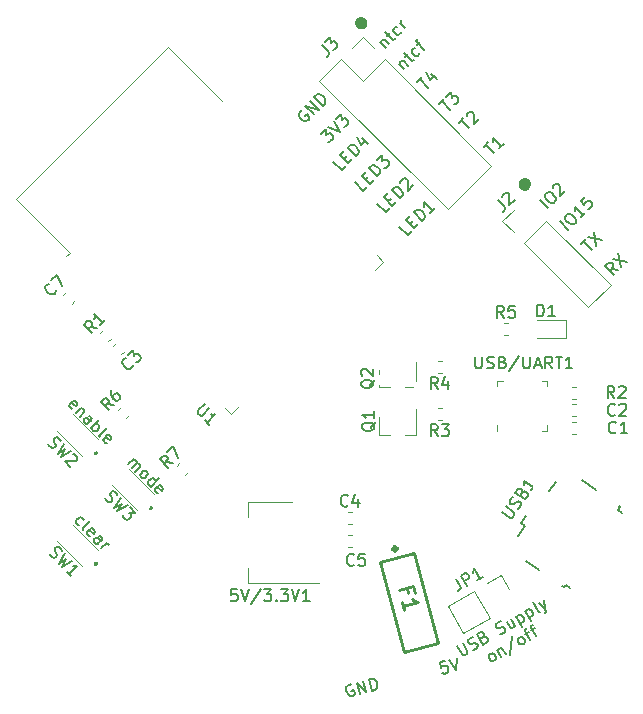
<source format=gbr>
G04 #@! TF.GenerationSoftware,KiCad,Pcbnew,(5.1.4)-1*
G04 #@! TF.CreationDate,2020-04-17T22:35:52+02:00*
G04 #@! TF.ProjectId,Sensorbaustein,53656e73-6f72-4626-9175-737465696e2e,1.7*
G04 #@! TF.SameCoordinates,Original*
G04 #@! TF.FileFunction,Legend,Top*
G04 #@! TF.FilePolarity,Positive*
%FSLAX46Y46*%
G04 Gerber Fmt 4.6, Leading zero omitted, Abs format (unit mm)*
G04 Created by KiCad (PCBNEW (5.1.4)-1) date 2020-04-17 22:35:52*
%MOMM*%
%LPD*%
G04 APERTURE LIST*
%ADD10C,0.150000*%
%ADD11C,0.500000*%
%ADD12C,0.120000*%
%ADD13C,0.400000*%
%ADD14C,0.254000*%
%ADD15C,0.100000*%
%ADD16C,0.200000*%
%ADD17C,1.052000*%
%ADD18C,1.002000*%
%ADD19C,5.102000*%
%ADD20C,0.552000*%
%ADD21C,1.552000*%
%ADD22C,1.552000*%
%ADD23C,1.252000*%
%ADD24C,1.252000*%
%ADD25C,0.902000*%
%ADD26C,0.902000*%
%ADD27R,0.902000X1.002000*%
%ADD28C,2.702000*%
%ADD29C,0.352000*%
%ADD30C,1.802000*%
%ADD31C,1.802000*%
%ADD32R,2.102000X3.902000*%
%ADD33R,2.102000X1.602000*%
%ADD34C,1.312000*%
%ADD35C,0.702000*%
%ADD36C,3.302000*%
G04 APERTURE END LIST*
D10*
X151246490Y-129470800D02*
X151651252Y-130171868D01*
X151740110Y-130230538D01*
X151805159Y-130247967D01*
X151911447Y-130241588D01*
X152076405Y-130146350D01*
X152135074Y-130057491D01*
X152152503Y-129992442D01*
X152146124Y-129886154D01*
X151741362Y-129185086D01*
X152588706Y-129795586D02*
X152736233Y-129765397D01*
X152942430Y-129646350D01*
X153001099Y-129557491D01*
X153018529Y-129492442D01*
X153012149Y-129386154D01*
X152964530Y-129303676D01*
X152875672Y-129245007D01*
X152810623Y-129227577D01*
X152704335Y-129233956D01*
X152515568Y-129287955D01*
X152409280Y-129294335D01*
X152344231Y-129276905D01*
X152255373Y-129218236D01*
X152207754Y-129135758D01*
X152201374Y-129029469D01*
X152218804Y-128964421D01*
X152277473Y-128875562D01*
X152483669Y-128756515D01*
X152631197Y-128726325D01*
X153505311Y-128716527D02*
X153652839Y-128686337D01*
X153717888Y-128703767D01*
X153806746Y-128762436D01*
X153878174Y-128886154D01*
X153884554Y-128992442D01*
X153867124Y-129057491D01*
X153808455Y-129146350D01*
X153478541Y-129336826D01*
X152978541Y-128470800D01*
X153267216Y-128304134D01*
X153373504Y-128297754D01*
X153438553Y-128315184D01*
X153527411Y-128373853D01*
X153575030Y-128456331D01*
X153581410Y-128562620D01*
X153563980Y-128627668D01*
X153505311Y-128716527D01*
X153216636Y-128883193D01*
X154939346Y-128438444D02*
X155086874Y-128408254D01*
X155293070Y-128289207D01*
X155351739Y-128200348D01*
X155369169Y-128135299D01*
X155362789Y-128029011D01*
X155315170Y-127946533D01*
X155226312Y-127887864D01*
X155161263Y-127870434D01*
X155054975Y-127876814D01*
X154866208Y-127930812D01*
X154759920Y-127937192D01*
X154694871Y-127919762D01*
X154606013Y-127861093D01*
X154558394Y-127778615D01*
X154552014Y-127672327D01*
X154569444Y-127607278D01*
X154628113Y-127518419D01*
X154834310Y-127399372D01*
X154981837Y-127369182D01*
X155867002Y-127188047D02*
X156200335Y-127765397D01*
X155495848Y-127402333D02*
X155757753Y-127855965D01*
X155846611Y-127914634D01*
X155952899Y-127908254D01*
X156076617Y-127836826D01*
X156135286Y-127747967D01*
X156152716Y-127682919D01*
X156279395Y-126949952D02*
X156779395Y-127815977D01*
X156303204Y-126991191D02*
X156361873Y-126902333D01*
X156526831Y-126807094D01*
X156633119Y-126800715D01*
X156698168Y-126818145D01*
X156787026Y-126876814D01*
X156929883Y-127124249D01*
X156936263Y-127230538D01*
X156918833Y-127295586D01*
X156860164Y-127384445D01*
X156695207Y-127479683D01*
X156588919Y-127486063D01*
X157062942Y-126497571D02*
X157562942Y-127363596D01*
X157086751Y-126538810D02*
X157145420Y-126449952D01*
X157310377Y-126354714D01*
X157416666Y-126348334D01*
X157481714Y-126365764D01*
X157570573Y-126424433D01*
X157713430Y-126671868D01*
X157719810Y-126778157D01*
X157702380Y-126843205D01*
X157643711Y-126932064D01*
X157478753Y-127027302D01*
X157372465Y-127033682D01*
X158303540Y-126551111D02*
X158197251Y-126557491D01*
X158108393Y-126498822D01*
X157679822Y-125756515D01*
X158217642Y-125830904D02*
X158757172Y-126289207D01*
X158630035Y-125592809D02*
X158757172Y-126289207D01*
X158793741Y-126543022D01*
X158776311Y-126608071D01*
X158717642Y-126696929D01*
X154344780Y-130741958D02*
X154238492Y-130748338D01*
X154173443Y-130730908D01*
X154084585Y-130672239D01*
X153941728Y-130424803D01*
X153935348Y-130318515D01*
X153952778Y-130253466D01*
X154011447Y-130164608D01*
X154135165Y-130093179D01*
X154241453Y-130086800D01*
X154306502Y-130104229D01*
X154395360Y-130162898D01*
X154538217Y-130410334D01*
X154544597Y-130516622D01*
X154527167Y-130581671D01*
X154468498Y-130670530D01*
X154344780Y-130741958D01*
X154671276Y-129783656D02*
X155004609Y-130361006D01*
X154718895Y-129866134D02*
X154736325Y-129801085D01*
X154794994Y-129712227D01*
X154918712Y-129640798D01*
X155025000Y-129634419D01*
X155113858Y-129693088D01*
X155375763Y-130146720D01*
X155882936Y-128644217D02*
X155783486Y-130186250D01*
X156819139Y-129313387D02*
X156712850Y-129319766D01*
X156647802Y-129302337D01*
X156558943Y-129243668D01*
X156416086Y-128996232D01*
X156409706Y-128889944D01*
X156427136Y-128824895D01*
X156485805Y-128736036D01*
X156609523Y-128664608D01*
X156715811Y-128658228D01*
X156780860Y-128675658D01*
X156869718Y-128734327D01*
X157012576Y-128981763D01*
X157018955Y-129088051D01*
X157001526Y-129153100D01*
X156942856Y-129241958D01*
X156819139Y-129313387D01*
X157021916Y-128426513D02*
X157351831Y-128236036D01*
X157478967Y-128932434D02*
X157050396Y-128190127D01*
X157044016Y-128083839D01*
X157102685Y-127994980D01*
X157185164Y-127947361D01*
X157516788Y-128140798D02*
X157846702Y-127950322D01*
X157973839Y-128646720D02*
X157545268Y-127904413D01*
X157538888Y-127798124D01*
X157597557Y-127709266D01*
X157680036Y-127661647D01*
X123434263Y-114074026D02*
X123905668Y-113602622D01*
X123838324Y-113669965D02*
X123905668Y-113669965D01*
X124006683Y-113703637D01*
X124107698Y-113804652D01*
X124141370Y-113905668D01*
X124107698Y-114006683D01*
X123737309Y-114377072D01*
X124107698Y-114006683D02*
X124208713Y-113973011D01*
X124309729Y-114006683D01*
X124410744Y-114107698D01*
X124444416Y-114208713D01*
X124410744Y-114309729D01*
X124040355Y-114680118D01*
X124478087Y-115117851D02*
X124444416Y-115016835D01*
X124444416Y-114949492D01*
X124478087Y-114848477D01*
X124680118Y-114646446D01*
X124781133Y-114612774D01*
X124848477Y-114612774D01*
X124949492Y-114646446D01*
X125050507Y-114747461D01*
X125084179Y-114848477D01*
X125084179Y-114915820D01*
X125050507Y-115016835D01*
X124848477Y-115218866D01*
X124747461Y-115252538D01*
X124680118Y-115252538D01*
X124579103Y-115218866D01*
X124478087Y-115117851D01*
X125319881Y-115959644D02*
X126026988Y-115252538D01*
X125353553Y-115925973D02*
X125252538Y-115892301D01*
X125117851Y-115757614D01*
X125084179Y-115656599D01*
X125084179Y-115589255D01*
X125117851Y-115488240D01*
X125319881Y-115286209D01*
X125420896Y-115252538D01*
X125488240Y-115252538D01*
X125589255Y-115286209D01*
X125723942Y-115420896D01*
X125757614Y-115521912D01*
X125959644Y-116532064D02*
X125858629Y-116498392D01*
X125723942Y-116363705D01*
X125690270Y-116262690D01*
X125723942Y-116161675D01*
X125993316Y-115892301D01*
X126094331Y-115858629D01*
X126195347Y-115892301D01*
X126330034Y-116026988D01*
X126363705Y-116128003D01*
X126330034Y-116229018D01*
X126262690Y-116296362D01*
X125858629Y-116026988D01*
X118700591Y-109373011D02*
X118599576Y-109339339D01*
X118464889Y-109204652D01*
X118431217Y-109103637D01*
X118464889Y-109002622D01*
X118734263Y-108733248D01*
X118835278Y-108699576D01*
X118936294Y-108733248D01*
X119070981Y-108867935D01*
X119104652Y-108968950D01*
X119070981Y-109069965D01*
X119003637Y-109137309D01*
X118599576Y-108867935D01*
X119475042Y-109271996D02*
X119003637Y-109743400D01*
X119407698Y-109339339D02*
X119475042Y-109339339D01*
X119576057Y-109373011D01*
X119677072Y-109474026D01*
X119710744Y-109575042D01*
X119677072Y-109676057D01*
X119306683Y-110046446D01*
X119946446Y-110686209D02*
X120316835Y-110315820D01*
X120350507Y-110214805D01*
X120316835Y-110113790D01*
X120182148Y-109979103D01*
X120081133Y-109945431D01*
X119980118Y-110652538D02*
X119879103Y-110618866D01*
X119710744Y-110450507D01*
X119677072Y-110349492D01*
X119710744Y-110248477D01*
X119778087Y-110181133D01*
X119879103Y-110147461D01*
X119980118Y-110181133D01*
X120148477Y-110349492D01*
X120249492Y-110383164D01*
X120283164Y-111022927D02*
X120990270Y-110315820D01*
X120720896Y-110585194D02*
X120821912Y-110618866D01*
X120956599Y-110753553D01*
X120990270Y-110854568D01*
X120990270Y-110921912D01*
X120956599Y-111022927D01*
X120754568Y-111224957D01*
X120653553Y-111258629D01*
X120586209Y-111258629D01*
X120485194Y-111224957D01*
X120350507Y-111090270D01*
X120316835Y-110989255D01*
X121023942Y-111763705D02*
X120990270Y-111662690D01*
X121023942Y-111561675D01*
X121630034Y-110955583D01*
X121596362Y-112268782D02*
X121495347Y-112235110D01*
X121360660Y-112100423D01*
X121326988Y-111999408D01*
X121360660Y-111898392D01*
X121630034Y-111629018D01*
X121731049Y-111595347D01*
X121832064Y-111629018D01*
X121966751Y-111763705D01*
X122000423Y-111864721D01*
X121966751Y-111965736D01*
X121899408Y-112033079D01*
X121495347Y-111763705D01*
X119255160Y-119227580D02*
X119154145Y-119193908D01*
X119019458Y-119059221D01*
X118985786Y-118958206D01*
X118985786Y-118890862D01*
X119019458Y-118789847D01*
X119221488Y-118587816D01*
X119322503Y-118554145D01*
X119389847Y-118554145D01*
X119490862Y-118587816D01*
X119625549Y-118722503D01*
X119659221Y-118823519D01*
X119625549Y-119665312D02*
X119591877Y-119564297D01*
X119625549Y-119463282D01*
X120231641Y-118857190D01*
X120197969Y-120170389D02*
X120096954Y-120136717D01*
X119962267Y-120002030D01*
X119928595Y-119901015D01*
X119962267Y-119799999D01*
X120231641Y-119530625D01*
X120332656Y-119496954D01*
X120433671Y-119530625D01*
X120568358Y-119665312D01*
X120602030Y-119766328D01*
X120568358Y-119867343D01*
X120501015Y-119934687D01*
X120096954Y-119665312D01*
X120804061Y-120843824D02*
X121174450Y-120473435D01*
X121208122Y-120372419D01*
X121174450Y-120271404D01*
X121039763Y-120136717D01*
X120938748Y-120103045D01*
X120837732Y-120810152D02*
X120736717Y-120776480D01*
X120568358Y-120608122D01*
X120534687Y-120507106D01*
X120568358Y-120406091D01*
X120635702Y-120338748D01*
X120736717Y-120305076D01*
X120837732Y-120338748D01*
X121006091Y-120507106D01*
X121107106Y-120540778D01*
X121140778Y-121180541D02*
X121612183Y-120709137D01*
X121477496Y-120843824D02*
X121578511Y-120810152D01*
X121645854Y-120810152D01*
X121746870Y-120843824D01*
X121814213Y-120911167D01*
D11*
X156805549Y-90165549D02*
X156738206Y-90367580D01*
X156805549Y-90569610D01*
X157007580Y-90636954D01*
X157209610Y-90569610D01*
X157276954Y-90367580D01*
X157209610Y-90165549D01*
X157007580Y-90098206D01*
X156805549Y-90165549D01*
X142955549Y-76515549D02*
X142888206Y-76717580D01*
X142955549Y-76919610D01*
X143157580Y-76986954D01*
X143359610Y-76919610D01*
X143426954Y-76717580D01*
X143359610Y-76515549D01*
X143157580Y-76448206D01*
X142955549Y-76515549D01*
D10*
X164932030Y-97607732D02*
X164359610Y-97506717D01*
X164527969Y-98011793D02*
X163820862Y-97304687D01*
X164090236Y-97035312D01*
X164191251Y-97001641D01*
X164258595Y-97001641D01*
X164359610Y-97035312D01*
X164460625Y-97136328D01*
X164494297Y-97237343D01*
X164494297Y-97304687D01*
X164460625Y-97405702D01*
X164191251Y-97675076D01*
X164460625Y-96664923D02*
X165639137Y-96900625D01*
X164932030Y-96193519D02*
X165167732Y-97372030D01*
X161794026Y-95421522D02*
X162198087Y-95017461D01*
X162703164Y-95926599D02*
X161996057Y-95219492D01*
X162366446Y-94849103D02*
X163544957Y-95084805D01*
X162837851Y-94377698D02*
X163073553Y-95556209D01*
X160696057Y-94203705D02*
X159988950Y-93496599D01*
X160460355Y-93025194D02*
X160595042Y-92890507D01*
X160696057Y-92856835D01*
X160830744Y-92856835D01*
X160999103Y-92957851D01*
X161234805Y-93193553D01*
X161335820Y-93361912D01*
X161335820Y-93496599D01*
X161302148Y-93597614D01*
X161167461Y-93732301D01*
X161066446Y-93765973D01*
X160931759Y-93765973D01*
X160763400Y-93664957D01*
X160527698Y-93429255D01*
X160426683Y-93260896D01*
X160426683Y-93126209D01*
X160460355Y-93025194D01*
X162143942Y-92755820D02*
X161739881Y-93159881D01*
X161941912Y-92957851D02*
X161234805Y-92250744D01*
X161268477Y-92419103D01*
X161268477Y-92553790D01*
X161234805Y-92654805D01*
X162076599Y-91408950D02*
X161739881Y-91745668D01*
X162042927Y-92116057D01*
X162042927Y-92048713D01*
X162076599Y-91947698D01*
X162244957Y-91779339D01*
X162345973Y-91745668D01*
X162413316Y-91745668D01*
X162514331Y-91779339D01*
X162682690Y-91947698D01*
X162716362Y-92048713D01*
X162716362Y-92116057D01*
X162682690Y-92217072D01*
X162514331Y-92385431D01*
X162413316Y-92419103D01*
X162345973Y-92419103D01*
X158982774Y-92386988D02*
X158275668Y-91679881D01*
X158747072Y-91208477D02*
X158881759Y-91073790D01*
X158982774Y-91040118D01*
X159117461Y-91040118D01*
X159285820Y-91141133D01*
X159521522Y-91376835D01*
X159622538Y-91545194D01*
X159622538Y-91679881D01*
X159588866Y-91780896D01*
X159454179Y-91915583D01*
X159353164Y-91949255D01*
X159218477Y-91949255D01*
X159050118Y-91848240D01*
X158814416Y-91612538D01*
X158713400Y-91444179D01*
X158713400Y-91309492D01*
X158747072Y-91208477D01*
X159386835Y-90703400D02*
X159386835Y-90636057D01*
X159420507Y-90535042D01*
X159588866Y-90366683D01*
X159689881Y-90333011D01*
X159757225Y-90333011D01*
X159858240Y-90366683D01*
X159925583Y-90434026D01*
X159992927Y-90568713D01*
X159992927Y-91376835D01*
X160430660Y-90939103D01*
X147418595Y-94331167D02*
X147081877Y-94667885D01*
X146374771Y-93960778D01*
X147283908Y-93725076D02*
X147519610Y-93489374D01*
X147991015Y-93758748D02*
X147654297Y-94095465D01*
X146947190Y-93388358D01*
X147283908Y-93051641D01*
X148294061Y-93455702D02*
X147586954Y-92748595D01*
X147755312Y-92580236D01*
X147890000Y-92512893D01*
X148024687Y-92512893D01*
X148125702Y-92546564D01*
X148294061Y-92647580D01*
X148395076Y-92748595D01*
X148496091Y-92916954D01*
X148529763Y-93017969D01*
X148529763Y-93152656D01*
X148462419Y-93287343D01*
X148294061Y-93455702D01*
X149371557Y-92378206D02*
X148967496Y-92782267D01*
X149169526Y-92580236D02*
X148462419Y-91873129D01*
X148496091Y-92041488D01*
X148496091Y-92176175D01*
X148462419Y-92277190D01*
X145568595Y-92411167D02*
X145231877Y-92747885D01*
X144524771Y-92040778D01*
X145433908Y-91805076D02*
X145669610Y-91569374D01*
X146141015Y-91838748D02*
X145804297Y-92175465D01*
X145097190Y-91468358D01*
X145433908Y-91131641D01*
X146444061Y-91535702D02*
X145736954Y-90828595D01*
X145905312Y-90660236D01*
X146040000Y-90592893D01*
X146174687Y-90592893D01*
X146275702Y-90626564D01*
X146444061Y-90727580D01*
X146545076Y-90828595D01*
X146646091Y-90996954D01*
X146679763Y-91097969D01*
X146679763Y-91232656D01*
X146612419Y-91367343D01*
X146444061Y-91535702D01*
X146477732Y-90222503D02*
X146477732Y-90155160D01*
X146511404Y-90054145D01*
X146679763Y-89885786D01*
X146780778Y-89852114D01*
X146848122Y-89852114D01*
X146949137Y-89885786D01*
X147016480Y-89953129D01*
X147083824Y-90087816D01*
X147083824Y-90895938D01*
X147521557Y-90458206D01*
X143658595Y-90561167D02*
X143321877Y-90897885D01*
X142614771Y-90190778D01*
X143523908Y-89955076D02*
X143759610Y-89719374D01*
X144231015Y-89988748D02*
X143894297Y-90325465D01*
X143187190Y-89618358D01*
X143523908Y-89281641D01*
X144534061Y-89685702D02*
X143826954Y-88978595D01*
X143995312Y-88810236D01*
X144130000Y-88742893D01*
X144264687Y-88742893D01*
X144365702Y-88776564D01*
X144534061Y-88877580D01*
X144635076Y-88978595D01*
X144736091Y-89146954D01*
X144769763Y-89247969D01*
X144769763Y-89382656D01*
X144702419Y-89517343D01*
X144534061Y-89685702D01*
X144466717Y-88338832D02*
X144904450Y-87901099D01*
X144938122Y-88406175D01*
X145039137Y-88305160D01*
X145140152Y-88271488D01*
X145207496Y-88271488D01*
X145308511Y-88305160D01*
X145476870Y-88473519D01*
X145510541Y-88574534D01*
X145510541Y-88641877D01*
X145476870Y-88742893D01*
X145274839Y-88944923D01*
X145173824Y-88978595D01*
X145106480Y-88978595D01*
X141828595Y-88831167D02*
X141491877Y-89167885D01*
X140784771Y-88460778D01*
X141693908Y-88225076D02*
X141929610Y-87989374D01*
X142401015Y-88258748D02*
X142064297Y-88595465D01*
X141357190Y-87888358D01*
X141693908Y-87551641D01*
X142704061Y-87955702D02*
X141996954Y-87248595D01*
X142165312Y-87080236D01*
X142300000Y-87012893D01*
X142434687Y-87012893D01*
X142535702Y-87046564D01*
X142704061Y-87147580D01*
X142805076Y-87248595D01*
X142906091Y-87416954D01*
X142939763Y-87517969D01*
X142939763Y-87652656D01*
X142872419Y-87787343D01*
X142704061Y-87955702D01*
X143242809Y-86474145D02*
X143714213Y-86945549D01*
X142805076Y-86373129D02*
X143141793Y-87046564D01*
X143579526Y-86608832D01*
X139747309Y-86128240D02*
X140185042Y-85690507D01*
X140218713Y-86195583D01*
X140319729Y-86094568D01*
X140420744Y-86060896D01*
X140488087Y-86060896D01*
X140589103Y-86094568D01*
X140757461Y-86262927D01*
X140791133Y-86363942D01*
X140791133Y-86431286D01*
X140757461Y-86532301D01*
X140555431Y-86734331D01*
X140454416Y-86768003D01*
X140387072Y-86768003D01*
X140387072Y-85488477D02*
X141329881Y-85959881D01*
X140858477Y-85017072D01*
X141026835Y-84848713D02*
X141464568Y-84410981D01*
X141498240Y-84916057D01*
X141599255Y-84815042D01*
X141700270Y-84781370D01*
X141767614Y-84781370D01*
X141868629Y-84815042D01*
X142036988Y-84983400D01*
X142070660Y-85084416D01*
X142070660Y-85151759D01*
X142036988Y-85252774D01*
X141834957Y-85454805D01*
X141733942Y-85488477D01*
X141666599Y-85488477D01*
X153514026Y-87221522D02*
X153918087Y-86817461D01*
X154423164Y-87726599D02*
X153716057Y-87019492D01*
X155231286Y-86918477D02*
X154827225Y-87322538D01*
X155029255Y-87120507D02*
X154322148Y-86413400D01*
X154355820Y-86581759D01*
X154355820Y-86716446D01*
X154322148Y-86817461D01*
X151404026Y-85131522D02*
X151808087Y-84727461D01*
X152313164Y-85636599D02*
X151606057Y-84929492D01*
X152077461Y-84592774D02*
X152077461Y-84525431D01*
X152111133Y-84424416D01*
X152279492Y-84256057D01*
X152380507Y-84222385D01*
X152447851Y-84222385D01*
X152548866Y-84256057D01*
X152616209Y-84323400D01*
X152683553Y-84458087D01*
X152683553Y-85266209D01*
X153121286Y-84828477D01*
X147904026Y-81691522D02*
X148308087Y-81287461D01*
X148813164Y-82196599D02*
X148106057Y-81489492D01*
X149082538Y-80984416D02*
X149553942Y-81455820D01*
X148644805Y-80883400D02*
X148981522Y-81556835D01*
X149419255Y-81119103D01*
X149774026Y-83531522D02*
X150178087Y-83127461D01*
X150683164Y-84036599D02*
X149976057Y-83329492D01*
X150346446Y-82959103D02*
X150784179Y-82521370D01*
X150817851Y-83026446D01*
X150918866Y-82925431D01*
X151019881Y-82891759D01*
X151087225Y-82891759D01*
X151188240Y-82925431D01*
X151356599Y-83093790D01*
X151390270Y-83194805D01*
X151390270Y-83262148D01*
X151356599Y-83363164D01*
X151154568Y-83565194D01*
X151053553Y-83598866D01*
X150986209Y-83598866D01*
X146339847Y-80137106D02*
X146811251Y-80608511D01*
X146407190Y-80204450D02*
X146407190Y-80137106D01*
X146440862Y-80036091D01*
X146541877Y-79935076D01*
X146642893Y-79901404D01*
X146743908Y-79935076D01*
X147114297Y-80305465D01*
X146878595Y-79598358D02*
X147147969Y-79328984D01*
X146743908Y-79261641D02*
X147350000Y-79867732D01*
X147451015Y-79901404D01*
X147552030Y-79867732D01*
X147619374Y-79800389D01*
X148124450Y-79227969D02*
X148090778Y-79328984D01*
X147956091Y-79463671D01*
X147855076Y-79497343D01*
X147787732Y-79497343D01*
X147686717Y-79463671D01*
X147484687Y-79261641D01*
X147451015Y-79160625D01*
X147451015Y-79093282D01*
X147484687Y-78992267D01*
X147619374Y-78857580D01*
X147720389Y-78823908D01*
X147888748Y-78588206D02*
X148158122Y-78318832D01*
X148461167Y-78958595D02*
X147855076Y-78352503D01*
X147821404Y-78251488D01*
X147855076Y-78150473D01*
X147922419Y-78083129D01*
X138137698Y-84105194D02*
X138036683Y-84138866D01*
X137935668Y-84239881D01*
X137868324Y-84374568D01*
X137868324Y-84509255D01*
X137901996Y-84610270D01*
X138003011Y-84778629D01*
X138104026Y-84879644D01*
X138272385Y-84980660D01*
X138373400Y-85014331D01*
X138508087Y-85014331D01*
X138642774Y-84946988D01*
X138710118Y-84879644D01*
X138777461Y-84744957D01*
X138777461Y-84677614D01*
X138541759Y-84441912D01*
X138407072Y-84576599D01*
X139147851Y-84441912D02*
X138440744Y-83734805D01*
X139551912Y-84037851D01*
X138844805Y-83330744D01*
X139888629Y-83701133D02*
X139181522Y-82994026D01*
X139349881Y-82825668D01*
X139484568Y-82758324D01*
X139619255Y-82758324D01*
X139720270Y-82791996D01*
X139888629Y-82893011D01*
X139989644Y-82994026D01*
X140090660Y-83162385D01*
X140124331Y-83263400D01*
X140124331Y-83398087D01*
X140056988Y-83532774D01*
X139888629Y-83701133D01*
X144773011Y-78343942D02*
X145244416Y-78815347D01*
X144840355Y-78411286D02*
X144840355Y-78343942D01*
X144874026Y-78242927D01*
X144975042Y-78141912D01*
X145076057Y-78108240D01*
X145177072Y-78141912D01*
X145547461Y-78512301D01*
X145311759Y-77805194D02*
X145581133Y-77535820D01*
X145177072Y-77468477D02*
X145783164Y-78074568D01*
X145884179Y-78108240D01*
X145985194Y-78074568D01*
X146052538Y-78007225D01*
X146557614Y-77434805D02*
X146523942Y-77535820D01*
X146389255Y-77670507D01*
X146288240Y-77704179D01*
X146220896Y-77704179D01*
X146119881Y-77670507D01*
X145917851Y-77468477D01*
X145884179Y-77367461D01*
X145884179Y-77300118D01*
X145917851Y-77199103D01*
X146052538Y-77064416D01*
X146153553Y-77030744D01*
X146894331Y-77165431D02*
X146422927Y-76694026D01*
X146557614Y-76828713D02*
X146523942Y-76727698D01*
X146523942Y-76660355D01*
X146557614Y-76559339D01*
X146624957Y-76491996D01*
X142334646Y-132714232D02*
X142230329Y-132692885D01*
X142092339Y-132729859D01*
X141966675Y-132812830D01*
X141899331Y-132929472D01*
X141877984Y-133033790D01*
X141881287Y-133230100D01*
X141918261Y-133368090D01*
X142013556Y-133539751D01*
X142084202Y-133619419D01*
X142200844Y-133686763D01*
X142351158Y-133695785D01*
X142443151Y-133671136D01*
X142568816Y-133588165D01*
X142602488Y-133529844D01*
X142516215Y-133207868D01*
X142332229Y-133257167D01*
X143041105Y-133510914D02*
X142782286Y-132544988D01*
X143593063Y-133363018D01*
X143334244Y-132397092D01*
X144053028Y-133239770D02*
X143794209Y-132273845D01*
X144024191Y-132212221D01*
X144174505Y-132221243D01*
X144291148Y-132288587D01*
X144361793Y-132368255D01*
X144457089Y-132539916D01*
X144494063Y-132677906D01*
X144497365Y-132874216D01*
X144476018Y-132978534D01*
X144408675Y-133095176D01*
X144283010Y-133178147D01*
X144053028Y-133239770D01*
X150274279Y-130720339D02*
X149814315Y-130843586D01*
X149891565Y-131315876D01*
X149925237Y-131257554D01*
X150004905Y-131186908D01*
X150234888Y-131125285D01*
X150339205Y-131146632D01*
X150397527Y-131180304D01*
X150468172Y-131259972D01*
X150529796Y-131489954D01*
X150508449Y-131594272D01*
X150474777Y-131652593D01*
X150395109Y-131723239D01*
X150165127Y-131784863D01*
X150060809Y-131763516D01*
X150002488Y-131729844D01*
X150596255Y-130634066D02*
X151177049Y-131513719D01*
X151240205Y-130461520D01*
D12*
X122138271Y-104050480D02*
X122380480Y-103808271D01*
X122859520Y-104771729D02*
X123101729Y-104529520D01*
X118472563Y-96170190D02*
X118203862Y-96438891D01*
X113932937Y-91630565D02*
X118472563Y-96170190D01*
X126830565Y-78732937D02*
X131370190Y-83272563D01*
X113932937Y-91630565D02*
X126830565Y-78732937D01*
X145035029Y-96937401D02*
X144327922Y-97644508D01*
X144483486Y-96385858D02*
X145035029Y-96937401D01*
X132137401Y-109835029D02*
X132844508Y-109127922D01*
X131585858Y-109283486D02*
X132137401Y-109835029D01*
D10*
X157087209Y-122226656D02*
X158234022Y-123029663D01*
X160199987Y-124406247D02*
X160322860Y-124492283D01*
X160322860Y-124492283D02*
X160494932Y-124246538D01*
X160494932Y-124246538D02*
X160863551Y-124504647D01*
X165280089Y-118197176D02*
X164911471Y-117939067D01*
X164911471Y-117939067D02*
X165083544Y-117693321D01*
X165083544Y-117693321D02*
X164960671Y-117607285D01*
X162994706Y-116230701D02*
X161847893Y-115427694D01*
X157069301Y-118460235D02*
X156653458Y-119054120D01*
X156653458Y-119054120D02*
X157001598Y-119297890D01*
X157001598Y-119297890D02*
X156428021Y-120117042D01*
X159066473Y-116348943D02*
X159640049Y-115529791D01*
D12*
X144670000Y-111560000D02*
X145600000Y-111560000D01*
X147830000Y-111560000D02*
X146900000Y-111560000D01*
X147830000Y-111560000D02*
X147830000Y-109400000D01*
X144670000Y-111560000D02*
X144670000Y-110100000D01*
X144670000Y-107560000D02*
X145600000Y-107560000D01*
X147830000Y-107560000D02*
X146900000Y-107560000D01*
X147830000Y-107560000D02*
X147830000Y-105400000D01*
X144670000Y-107560000D02*
X144670000Y-106100000D01*
X154690000Y-107465000D02*
X154690000Y-106990000D01*
X154690000Y-106990000D02*
X155165000Y-106990000D01*
X158910000Y-110735000D02*
X158910000Y-111210000D01*
X158910000Y-111210000D02*
X158435000Y-111210000D01*
X158910000Y-107465000D02*
X158910000Y-106990000D01*
X158910000Y-106990000D02*
X158435000Y-106990000D01*
X154690000Y-110735000D02*
X154690000Y-111210000D01*
X161028733Y-111510000D02*
X161371267Y-111510000D01*
X161028733Y-110490000D02*
X161371267Y-110490000D01*
X158000000Y-103335000D02*
X160460000Y-103335000D01*
X160460000Y-103335000D02*
X160460000Y-101865000D01*
X160460000Y-101865000D02*
X158000000Y-101865000D01*
X161371267Y-108510000D02*
X161028733Y-108510000D01*
X161371267Y-107490000D02*
X161028733Y-107490000D01*
X149971267Y-110310000D02*
X149628733Y-110310000D01*
X149971267Y-109290000D02*
X149628733Y-109290000D01*
X149971267Y-105290000D02*
X149628733Y-105290000D01*
X149971267Y-106310000D02*
X149628733Y-106310000D01*
X155571267Y-103110000D02*
X155228733Y-103110000D01*
X155571267Y-102090000D02*
X155228733Y-102090000D01*
X122790480Y-109208271D02*
X122548271Y-109450480D01*
X123511729Y-109929520D02*
X123269520Y-110171729D01*
X127771762Y-113996989D02*
X127529553Y-114239198D01*
X128493011Y-114718238D02*
X128250802Y-114960447D01*
X118160480Y-99499553D02*
X117918271Y-99741762D01*
X118881729Y-100220802D02*
X118639520Y-100463011D01*
X161028733Y-108990000D02*
X161371267Y-108990000D01*
X161028733Y-110010000D02*
X161371267Y-110010000D01*
X142028733Y-119110000D02*
X142371267Y-119110000D01*
X142028733Y-118090000D02*
X142371267Y-118090000D01*
X142028733Y-120090000D02*
X142371267Y-120090000D01*
X142028733Y-121110000D02*
X142371267Y-121110000D01*
X133540000Y-117290000D02*
X133540000Y-118550000D01*
X133540000Y-124110000D02*
X133540000Y-122850000D01*
X137300000Y-117290000D02*
X133540000Y-117290000D01*
X139550000Y-124110000D02*
X133540000Y-124110000D01*
X122001729Y-103429520D02*
X121759520Y-103671729D01*
X121280480Y-102708271D02*
X121038271Y-102950480D01*
D13*
X146162919Y-121219991D02*
G75*
G03X146162919Y-121219991I-157000J0D01*
G01*
D14*
X149671224Y-129227178D02*
X147626554Y-121596364D01*
X146773446Y-130003636D02*
X149671224Y-129227178D01*
X144728776Y-122372822D02*
X146773446Y-130003636D01*
X147626554Y-121596364D02*
X144728776Y-122372822D01*
D12*
X162388154Y-100769058D02*
X164269058Y-98888154D01*
X156957574Y-95338478D02*
X162388154Y-100769058D01*
X158838478Y-93457574D02*
X164269058Y-98888154D01*
X156957574Y-95338478D02*
X158838478Y-93457574D01*
X156059548Y-94440452D02*
X155119096Y-93500000D01*
X155119096Y-93500000D02*
X156059548Y-92559548D01*
X139623045Y-81596051D02*
X141461522Y-79757574D01*
X139623045Y-81596051D02*
X150484205Y-92457211D01*
X150484205Y-92457211D02*
X154161160Y-88780256D01*
X145138478Y-79757574D02*
X154161160Y-88780256D01*
X143300000Y-81596051D02*
X145138478Y-79757574D01*
X141461522Y-79757574D02*
X143300000Y-81596051D01*
X143300000Y-77919096D02*
X144240452Y-78859548D01*
X142359548Y-78859548D02*
X143300000Y-77919096D01*
D15*
X119493553Y-122707767D02*
X117372233Y-120586447D01*
X120907767Y-121293553D02*
X118786447Y-119172233D01*
D16*
X120624924Y-122566346D02*
X120624924Y-122566346D01*
X120766346Y-122424924D02*
X120766346Y-122424924D01*
X120766346Y-122424924D02*
G75*
G03X120624924Y-122566346I-70711J-70711D01*
G01*
X120624924Y-122566346D02*
G75*
G03X120766346Y-122424924I70711J70711D01*
G01*
X120614924Y-113206346D02*
G75*
G03X120756346Y-113064924I70711J70711D01*
G01*
X120756346Y-113064924D02*
G75*
G03X120614924Y-113206346I-70711J-70711D01*
G01*
X120756346Y-113064924D02*
X120756346Y-113064924D01*
X120614924Y-113206346D02*
X120614924Y-113206346D01*
D15*
X120897767Y-111933553D02*
X118776447Y-109812233D01*
X119483553Y-113347767D02*
X117362233Y-111226447D01*
D16*
X125294924Y-117826346D02*
G75*
G03X125436346Y-117684924I70711J70711D01*
G01*
X125436346Y-117684924D02*
G75*
G03X125294924Y-117826346I-70711J-70711D01*
G01*
X125436346Y-117684924D02*
X125436346Y-117684924D01*
X125294924Y-117826346D02*
X125294924Y-117826346D01*
D15*
X125577767Y-116553553D02*
X123456447Y-114432233D01*
X124163553Y-117967767D02*
X122042233Y-115846447D01*
D12*
X150483482Y-126083186D02*
X151813482Y-128386814D01*
X152735148Y-124783186D02*
X150483482Y-126083186D01*
X154065148Y-127086814D02*
X151813482Y-128386814D01*
X152735148Y-124783186D02*
X154065148Y-127086814D01*
X153835000Y-124148186D02*
X154986814Y-123483186D01*
X154986814Y-123483186D02*
X155651814Y-124635000D01*
D10*
X120802030Y-102537732D02*
X120229610Y-102436717D01*
X120397969Y-102941793D02*
X119690862Y-102234687D01*
X119960236Y-101965312D01*
X120061251Y-101931641D01*
X120128595Y-101931641D01*
X120229610Y-101965312D01*
X120330625Y-102066328D01*
X120364297Y-102167343D01*
X120364297Y-102234687D01*
X120330625Y-102335702D01*
X120061251Y-102605076D01*
X121475465Y-101864297D02*
X121071404Y-102268358D01*
X121273435Y-102066328D02*
X120566328Y-101359221D01*
X120600000Y-101527580D01*
X120600000Y-101662267D01*
X120566328Y-101763282D01*
X129906984Y-108937339D02*
X129334564Y-109509759D01*
X129300892Y-109610774D01*
X129300892Y-109678118D01*
X129334564Y-109779133D01*
X129469251Y-109913820D01*
X129570266Y-109947492D01*
X129637610Y-109947492D01*
X129738625Y-109913820D01*
X130311045Y-109341400D01*
X130311045Y-110755614D02*
X129906984Y-110351553D01*
X130109014Y-110553583D02*
X130816121Y-109846477D01*
X130647762Y-109880148D01*
X130513075Y-109880148D01*
X130412060Y-109846477D01*
X155054486Y-118109662D02*
X155717609Y-118573986D01*
X155822936Y-118589605D01*
X155889257Y-118577911D01*
X155982890Y-118527210D01*
X156092143Y-118371181D01*
X156107762Y-118265853D01*
X156096068Y-118199533D01*
X156045367Y-118105899D01*
X155382244Y-117641576D01*
X156408207Y-117836774D02*
X156529154Y-117747065D01*
X156665720Y-117552029D01*
X156681339Y-117446701D01*
X156669645Y-117380381D01*
X156618943Y-117286747D01*
X156540929Y-117232121D01*
X156435601Y-117216502D01*
X156369281Y-117228196D01*
X156275647Y-117278897D01*
X156127387Y-117407613D01*
X156033754Y-117458314D01*
X155967433Y-117470008D01*
X155862106Y-117454389D01*
X155784091Y-117399763D01*
X155733390Y-117306129D01*
X155721696Y-117239809D01*
X155737315Y-117134481D01*
X155873881Y-116939445D01*
X155994827Y-116849737D01*
X156782903Y-116471439D02*
X156903850Y-116381731D01*
X156970170Y-116370037D01*
X157075498Y-116385656D01*
X157192520Y-116467595D01*
X157243221Y-116561229D01*
X157254915Y-116627549D01*
X157239296Y-116732877D01*
X157020791Y-117044935D01*
X156201639Y-116471358D01*
X156392831Y-116198308D01*
X156486464Y-116147606D01*
X156552785Y-116135912D01*
X156658112Y-116151531D01*
X156736127Y-116206158D01*
X156786828Y-116299791D01*
X156798522Y-116366112D01*
X156782903Y-116471439D01*
X156591711Y-116744490D01*
X157894812Y-115796703D02*
X157567054Y-116264790D01*
X157730933Y-116030746D02*
X156911781Y-115457170D01*
X156974176Y-115617124D01*
X156997564Y-115749765D01*
X156981945Y-115855092D01*
X144347619Y-110495238D02*
X144300000Y-110590476D01*
X144204761Y-110685714D01*
X144061904Y-110828571D01*
X144014285Y-110923809D01*
X144014285Y-111019047D01*
X144252380Y-110971428D02*
X144204761Y-111066666D01*
X144109523Y-111161904D01*
X143919047Y-111209523D01*
X143585714Y-111209523D01*
X143395238Y-111161904D01*
X143300000Y-111066666D01*
X143252380Y-110971428D01*
X143252380Y-110780952D01*
X143300000Y-110685714D01*
X143395238Y-110590476D01*
X143585714Y-110542857D01*
X143919047Y-110542857D01*
X144109523Y-110590476D01*
X144204761Y-110685714D01*
X144252380Y-110780952D01*
X144252380Y-110971428D01*
X144252380Y-109590476D02*
X144252380Y-110161904D01*
X144252380Y-109876190D02*
X143252380Y-109876190D01*
X143395238Y-109971428D01*
X143490476Y-110066666D01*
X143538095Y-110161904D01*
X144247619Y-106895238D02*
X144200000Y-106990476D01*
X144104761Y-107085714D01*
X143961904Y-107228571D01*
X143914285Y-107323809D01*
X143914285Y-107419047D01*
X144152380Y-107371428D02*
X144104761Y-107466666D01*
X144009523Y-107561904D01*
X143819047Y-107609523D01*
X143485714Y-107609523D01*
X143295238Y-107561904D01*
X143200000Y-107466666D01*
X143152380Y-107371428D01*
X143152380Y-107180952D01*
X143200000Y-107085714D01*
X143295238Y-106990476D01*
X143485714Y-106942857D01*
X143819047Y-106942857D01*
X144009523Y-106990476D01*
X144104761Y-107085714D01*
X144152380Y-107180952D01*
X144152380Y-107371428D01*
X143247619Y-106561904D02*
X143200000Y-106514285D01*
X143152380Y-106419047D01*
X143152380Y-106180952D01*
X143200000Y-106085714D01*
X143247619Y-106038095D01*
X143342857Y-105990476D01*
X143438095Y-105990476D01*
X143580952Y-106038095D01*
X144152380Y-106609523D01*
X144152380Y-105990476D01*
X152804761Y-104952380D02*
X152804761Y-105761904D01*
X152852380Y-105857142D01*
X152900000Y-105904761D01*
X152995238Y-105952380D01*
X153185714Y-105952380D01*
X153280952Y-105904761D01*
X153328571Y-105857142D01*
X153376190Y-105761904D01*
X153376190Y-104952380D01*
X153804761Y-105904761D02*
X153947619Y-105952380D01*
X154185714Y-105952380D01*
X154280952Y-105904761D01*
X154328571Y-105857142D01*
X154376190Y-105761904D01*
X154376190Y-105666666D01*
X154328571Y-105571428D01*
X154280952Y-105523809D01*
X154185714Y-105476190D01*
X153995238Y-105428571D01*
X153900000Y-105380952D01*
X153852380Y-105333333D01*
X153804761Y-105238095D01*
X153804761Y-105142857D01*
X153852380Y-105047619D01*
X153900000Y-105000000D01*
X153995238Y-104952380D01*
X154233333Y-104952380D01*
X154376190Y-105000000D01*
X155138095Y-105428571D02*
X155280952Y-105476190D01*
X155328571Y-105523809D01*
X155376190Y-105619047D01*
X155376190Y-105761904D01*
X155328571Y-105857142D01*
X155280952Y-105904761D01*
X155185714Y-105952380D01*
X154804761Y-105952380D01*
X154804761Y-104952380D01*
X155138095Y-104952380D01*
X155233333Y-105000000D01*
X155280952Y-105047619D01*
X155328571Y-105142857D01*
X155328571Y-105238095D01*
X155280952Y-105333333D01*
X155233333Y-105380952D01*
X155138095Y-105428571D01*
X154804761Y-105428571D01*
X156519047Y-104904761D02*
X155661904Y-106190476D01*
X156852380Y-104952380D02*
X156852380Y-105761904D01*
X156900000Y-105857142D01*
X156947619Y-105904761D01*
X157042857Y-105952380D01*
X157233333Y-105952380D01*
X157328571Y-105904761D01*
X157376190Y-105857142D01*
X157423809Y-105761904D01*
X157423809Y-104952380D01*
X157852380Y-105666666D02*
X158328571Y-105666666D01*
X157757142Y-105952380D02*
X158090476Y-104952380D01*
X158423809Y-105952380D01*
X159328571Y-105952380D02*
X158995238Y-105476190D01*
X158757142Y-105952380D02*
X158757142Y-104952380D01*
X159138095Y-104952380D01*
X159233333Y-105000000D01*
X159280952Y-105047619D01*
X159328571Y-105142857D01*
X159328571Y-105285714D01*
X159280952Y-105380952D01*
X159233333Y-105428571D01*
X159138095Y-105476190D01*
X158757142Y-105476190D01*
X159614285Y-104952380D02*
X160185714Y-104952380D01*
X159900000Y-105952380D02*
X159900000Y-104952380D01*
X161042857Y-105952380D02*
X160471428Y-105952380D01*
X160757142Y-105952380D02*
X160757142Y-104952380D01*
X160661904Y-105095238D01*
X160566666Y-105190476D01*
X160471428Y-105238095D01*
X164733333Y-111357142D02*
X164685714Y-111404761D01*
X164542857Y-111452380D01*
X164447619Y-111452380D01*
X164304761Y-111404761D01*
X164209523Y-111309523D01*
X164161904Y-111214285D01*
X164114285Y-111023809D01*
X164114285Y-110880952D01*
X164161904Y-110690476D01*
X164209523Y-110595238D01*
X164304761Y-110500000D01*
X164447619Y-110452380D01*
X164542857Y-110452380D01*
X164685714Y-110500000D01*
X164733333Y-110547619D01*
X165685714Y-111452380D02*
X165114285Y-111452380D01*
X165400000Y-111452380D02*
X165400000Y-110452380D01*
X165304761Y-110595238D01*
X165209523Y-110690476D01*
X165114285Y-110738095D01*
X158061904Y-101552380D02*
X158061904Y-100552380D01*
X158300000Y-100552380D01*
X158442857Y-100600000D01*
X158538095Y-100695238D01*
X158585714Y-100790476D01*
X158633333Y-100980952D01*
X158633333Y-101123809D01*
X158585714Y-101314285D01*
X158538095Y-101409523D01*
X158442857Y-101504761D01*
X158300000Y-101552380D01*
X158061904Y-101552380D01*
X159585714Y-101552380D02*
X159014285Y-101552380D01*
X159300000Y-101552380D02*
X159300000Y-100552380D01*
X159204761Y-100695238D01*
X159109523Y-100790476D01*
X159014285Y-100838095D01*
X164583333Y-108452380D02*
X164250000Y-107976190D01*
X164011904Y-108452380D02*
X164011904Y-107452380D01*
X164392857Y-107452380D01*
X164488095Y-107500000D01*
X164535714Y-107547619D01*
X164583333Y-107642857D01*
X164583333Y-107785714D01*
X164535714Y-107880952D01*
X164488095Y-107928571D01*
X164392857Y-107976190D01*
X164011904Y-107976190D01*
X164964285Y-107547619D02*
X165011904Y-107500000D01*
X165107142Y-107452380D01*
X165345238Y-107452380D01*
X165440476Y-107500000D01*
X165488095Y-107547619D01*
X165535714Y-107642857D01*
X165535714Y-107738095D01*
X165488095Y-107880952D01*
X164916666Y-108452380D01*
X165535714Y-108452380D01*
X149633333Y-111682380D02*
X149300000Y-111206190D01*
X149061904Y-111682380D02*
X149061904Y-110682380D01*
X149442857Y-110682380D01*
X149538095Y-110730000D01*
X149585714Y-110777619D01*
X149633333Y-110872857D01*
X149633333Y-111015714D01*
X149585714Y-111110952D01*
X149538095Y-111158571D01*
X149442857Y-111206190D01*
X149061904Y-111206190D01*
X149966666Y-110682380D02*
X150585714Y-110682380D01*
X150252380Y-111063333D01*
X150395238Y-111063333D01*
X150490476Y-111110952D01*
X150538095Y-111158571D01*
X150585714Y-111253809D01*
X150585714Y-111491904D01*
X150538095Y-111587142D01*
X150490476Y-111634761D01*
X150395238Y-111682380D01*
X150109523Y-111682380D01*
X150014285Y-111634761D01*
X149966666Y-111587142D01*
X149633333Y-107682380D02*
X149300000Y-107206190D01*
X149061904Y-107682380D02*
X149061904Y-106682380D01*
X149442857Y-106682380D01*
X149538095Y-106730000D01*
X149585714Y-106777619D01*
X149633333Y-106872857D01*
X149633333Y-107015714D01*
X149585714Y-107110952D01*
X149538095Y-107158571D01*
X149442857Y-107206190D01*
X149061904Y-107206190D01*
X150490476Y-107015714D02*
X150490476Y-107682380D01*
X150252380Y-106634761D02*
X150014285Y-107349047D01*
X150633333Y-107349047D01*
X155233333Y-101652380D02*
X154900000Y-101176190D01*
X154661904Y-101652380D02*
X154661904Y-100652380D01*
X155042857Y-100652380D01*
X155138095Y-100700000D01*
X155185714Y-100747619D01*
X155233333Y-100842857D01*
X155233333Y-100985714D01*
X155185714Y-101080952D01*
X155138095Y-101128571D01*
X155042857Y-101176190D01*
X154661904Y-101176190D01*
X156138095Y-100652380D02*
X155661904Y-100652380D01*
X155614285Y-101128571D01*
X155661904Y-101080952D01*
X155757142Y-101033333D01*
X155995238Y-101033333D01*
X156090476Y-101080952D01*
X156138095Y-101128571D01*
X156185714Y-101223809D01*
X156185714Y-101461904D01*
X156138095Y-101557142D01*
X156090476Y-101604761D01*
X155995238Y-101652380D01*
X155757142Y-101652380D01*
X155661904Y-101604761D01*
X155614285Y-101557142D01*
X122200819Y-109071038D02*
X121628399Y-108970023D01*
X121796758Y-109475099D02*
X121089651Y-108767993D01*
X121359025Y-108498618D01*
X121460040Y-108464947D01*
X121527384Y-108464947D01*
X121628399Y-108498618D01*
X121729414Y-108599634D01*
X121763086Y-108700649D01*
X121763086Y-108767993D01*
X121729414Y-108869008D01*
X121460040Y-109138382D01*
X122099804Y-107757840D02*
X121965117Y-107892527D01*
X121931445Y-107993542D01*
X121931445Y-108060886D01*
X121965117Y-108229244D01*
X122066132Y-108397603D01*
X122335506Y-108666977D01*
X122436521Y-108700649D01*
X122503865Y-108700649D01*
X122604880Y-108666977D01*
X122739567Y-108532290D01*
X122773239Y-108431275D01*
X122773239Y-108363931D01*
X122739567Y-108262916D01*
X122571208Y-108094557D01*
X122470193Y-108060886D01*
X122402850Y-108060886D01*
X122301834Y-108094557D01*
X122167147Y-108229244D01*
X122133476Y-108330260D01*
X122133476Y-108397603D01*
X122167147Y-108498618D01*
X127202031Y-113937732D02*
X126629611Y-113836717D01*
X126797970Y-114341793D02*
X126090863Y-113634687D01*
X126360237Y-113365312D01*
X126461252Y-113331641D01*
X126528596Y-113331641D01*
X126629611Y-113365312D01*
X126730626Y-113466328D01*
X126764298Y-113567343D01*
X126764298Y-113634687D01*
X126730626Y-113735702D01*
X126461252Y-114005076D01*
X126730626Y-112994923D02*
X127202031Y-112523519D01*
X127606092Y-113533671D01*
X117334687Y-99351671D02*
X117334687Y-99419014D01*
X117267343Y-99553701D01*
X117200000Y-99621045D01*
X117065312Y-99688388D01*
X116930625Y-99688388D01*
X116829610Y-99654717D01*
X116661251Y-99553701D01*
X116560236Y-99452686D01*
X116459221Y-99284327D01*
X116425549Y-99183312D01*
X116425549Y-99048625D01*
X116492893Y-98913938D01*
X116560236Y-98846594D01*
X116694923Y-98779251D01*
X116762267Y-98779251D01*
X116930625Y-98476205D02*
X117402030Y-98004801D01*
X117806091Y-99014953D01*
X164633333Y-109857142D02*
X164585714Y-109904761D01*
X164442857Y-109952380D01*
X164347619Y-109952380D01*
X164204761Y-109904761D01*
X164109523Y-109809523D01*
X164061904Y-109714285D01*
X164014285Y-109523809D01*
X164014285Y-109380952D01*
X164061904Y-109190476D01*
X164109523Y-109095238D01*
X164204761Y-109000000D01*
X164347619Y-108952380D01*
X164442857Y-108952380D01*
X164585714Y-109000000D01*
X164633333Y-109047619D01*
X165014285Y-109047619D02*
X165061904Y-109000000D01*
X165157142Y-108952380D01*
X165395238Y-108952380D01*
X165490476Y-109000000D01*
X165538095Y-109047619D01*
X165585714Y-109142857D01*
X165585714Y-109238095D01*
X165538095Y-109380952D01*
X164966666Y-109952380D01*
X165585714Y-109952380D01*
X142033333Y-117557142D02*
X141985714Y-117604761D01*
X141842857Y-117652380D01*
X141747619Y-117652380D01*
X141604761Y-117604761D01*
X141509523Y-117509523D01*
X141461904Y-117414285D01*
X141414285Y-117223809D01*
X141414285Y-117080952D01*
X141461904Y-116890476D01*
X141509523Y-116795238D01*
X141604761Y-116700000D01*
X141747619Y-116652380D01*
X141842857Y-116652380D01*
X141985714Y-116700000D01*
X142033333Y-116747619D01*
X142890476Y-116985714D02*
X142890476Y-117652380D01*
X142652380Y-116604761D02*
X142414285Y-117319047D01*
X143033333Y-117319047D01*
X142533333Y-122557142D02*
X142485714Y-122604761D01*
X142342857Y-122652380D01*
X142247619Y-122652380D01*
X142104761Y-122604761D01*
X142009523Y-122509523D01*
X141961904Y-122414285D01*
X141914285Y-122223809D01*
X141914285Y-122080952D01*
X141961904Y-121890476D01*
X142009523Y-121795238D01*
X142104761Y-121700000D01*
X142247619Y-121652380D01*
X142342857Y-121652380D01*
X142485714Y-121700000D01*
X142533333Y-121747619D01*
X143438095Y-121652380D02*
X142961904Y-121652380D01*
X142914285Y-122128571D01*
X142961904Y-122080952D01*
X143057142Y-122033333D01*
X143295238Y-122033333D01*
X143390476Y-122080952D01*
X143438095Y-122128571D01*
X143485714Y-122223809D01*
X143485714Y-122461904D01*
X143438095Y-122557142D01*
X143390476Y-122604761D01*
X143295238Y-122652380D01*
X143057142Y-122652380D01*
X142961904Y-122604761D01*
X142914285Y-122557142D01*
X132640476Y-124652380D02*
X132164285Y-124652380D01*
X132116666Y-125128571D01*
X132164285Y-125080952D01*
X132259523Y-125033333D01*
X132497619Y-125033333D01*
X132592857Y-125080952D01*
X132640476Y-125128571D01*
X132688095Y-125223809D01*
X132688095Y-125461904D01*
X132640476Y-125557142D01*
X132592857Y-125604761D01*
X132497619Y-125652380D01*
X132259523Y-125652380D01*
X132164285Y-125604761D01*
X132116666Y-125557142D01*
X132973809Y-124652380D02*
X133307142Y-125652380D01*
X133640476Y-124652380D01*
X134688095Y-124604761D02*
X133830952Y-125890476D01*
X134926190Y-124652380D02*
X135545238Y-124652380D01*
X135211904Y-125033333D01*
X135354761Y-125033333D01*
X135450000Y-125080952D01*
X135497619Y-125128571D01*
X135545238Y-125223809D01*
X135545238Y-125461904D01*
X135497619Y-125557142D01*
X135450000Y-125604761D01*
X135354761Y-125652380D01*
X135069047Y-125652380D01*
X134973809Y-125604761D01*
X134926190Y-125557142D01*
X135973809Y-125557142D02*
X136021428Y-125604761D01*
X135973809Y-125652380D01*
X135926190Y-125604761D01*
X135973809Y-125557142D01*
X135973809Y-125652380D01*
X136354761Y-124652380D02*
X136973809Y-124652380D01*
X136640476Y-125033333D01*
X136783333Y-125033333D01*
X136878571Y-125080952D01*
X136926190Y-125128571D01*
X136973809Y-125223809D01*
X136973809Y-125461904D01*
X136926190Y-125557142D01*
X136878571Y-125604761D01*
X136783333Y-125652380D01*
X136497619Y-125652380D01*
X136402380Y-125604761D01*
X136354761Y-125557142D01*
X137259523Y-124652380D02*
X137592857Y-125652380D01*
X137926190Y-124652380D01*
X138783333Y-125652380D02*
X138211904Y-125652380D01*
X138497619Y-125652380D02*
X138497619Y-124652380D01*
X138402380Y-124795238D01*
X138307142Y-124890476D01*
X138211904Y-124938095D01*
X123834687Y-105670389D02*
X123834687Y-105737732D01*
X123767343Y-105872419D01*
X123700000Y-105939763D01*
X123565312Y-106007106D01*
X123430625Y-106007106D01*
X123329610Y-105973435D01*
X123161251Y-105872419D01*
X123060236Y-105771404D01*
X122959221Y-105603045D01*
X122925549Y-105502030D01*
X122925549Y-105367343D01*
X122992893Y-105232656D01*
X123060236Y-105165312D01*
X123194923Y-105097969D01*
X123262267Y-105097969D01*
X123430625Y-104794923D02*
X123868358Y-104357190D01*
X123902030Y-104862267D01*
X124003045Y-104761251D01*
X124104061Y-104727580D01*
X124171404Y-104727580D01*
X124272419Y-104761251D01*
X124440778Y-104929610D01*
X124474450Y-105030625D01*
X124474450Y-105097969D01*
X124440778Y-105198984D01*
X124238748Y-105401015D01*
X124137732Y-105434687D01*
X124070389Y-105434687D01*
D14*
X147103839Y-124940642D02*
X146994272Y-124531734D01*
X146351702Y-124703910D02*
X147578427Y-124375210D01*
X147734951Y-124959365D01*
X146805621Y-126397960D02*
X146617792Y-125696974D01*
X146711707Y-126047467D02*
X147938432Y-125718767D01*
X147731881Y-125648893D01*
X147583745Y-125563367D01*
X147494025Y-125462188D01*
D10*
X154729513Y-91700918D02*
X155234589Y-92205994D01*
X155301933Y-92340681D01*
X155301933Y-92475368D01*
X155234589Y-92610055D01*
X155167246Y-92677398D01*
X155099902Y-91465215D02*
X155099902Y-91397872D01*
X155133574Y-91296857D01*
X155301933Y-91128498D01*
X155402948Y-91094826D01*
X155470292Y-91094826D01*
X155571307Y-91128498D01*
X155638650Y-91195841D01*
X155705994Y-91330528D01*
X155705994Y-92138650D01*
X156143727Y-91700918D01*
X139820361Y-78587817D02*
X140325437Y-79092893D01*
X140392781Y-79227580D01*
X140392781Y-79362267D01*
X140325437Y-79496954D01*
X140258094Y-79564297D01*
X140089735Y-78318443D02*
X140527468Y-77880710D01*
X140561140Y-78385786D01*
X140662155Y-78284771D01*
X140763170Y-78251099D01*
X140830514Y-78251099D01*
X140931529Y-78284771D01*
X141099888Y-78453130D01*
X141133559Y-78554145D01*
X141133559Y-78621488D01*
X141099888Y-78722504D01*
X140897857Y-78924534D01*
X140796842Y-78958206D01*
X140729498Y-78958206D01*
X116770981Y-121643400D02*
X116838324Y-121778087D01*
X117006683Y-121946446D01*
X117107698Y-121980118D01*
X117175042Y-121980118D01*
X117276057Y-121946446D01*
X117343400Y-121879103D01*
X117377072Y-121778087D01*
X117377072Y-121710744D01*
X117343400Y-121609729D01*
X117242385Y-121441370D01*
X117208713Y-121340355D01*
X117208713Y-121273011D01*
X117242385Y-121171996D01*
X117309729Y-121104652D01*
X117410744Y-121070981D01*
X117478087Y-121070981D01*
X117579103Y-121104652D01*
X117747461Y-121273011D01*
X117814805Y-121407698D01*
X118084179Y-121609729D02*
X117545431Y-122485194D01*
X118185194Y-122114805D01*
X117814805Y-122754568D01*
X118690270Y-122215820D01*
X118622927Y-123562690D02*
X118218866Y-123158629D01*
X118420896Y-123360660D02*
X119128003Y-122653553D01*
X118959644Y-122687225D01*
X118824957Y-122687225D01*
X118723942Y-122653553D01*
X116670981Y-112343400D02*
X116738324Y-112478087D01*
X116906683Y-112646446D01*
X117007698Y-112680118D01*
X117075042Y-112680118D01*
X117176057Y-112646446D01*
X117243400Y-112579103D01*
X117277072Y-112478087D01*
X117277072Y-112410744D01*
X117243400Y-112309729D01*
X117142385Y-112141370D01*
X117108713Y-112040355D01*
X117108713Y-111973011D01*
X117142385Y-111871996D01*
X117209729Y-111804652D01*
X117310744Y-111770981D01*
X117378087Y-111770981D01*
X117479103Y-111804652D01*
X117647461Y-111973011D01*
X117714805Y-112107698D01*
X117984179Y-112309729D02*
X117445431Y-113185194D01*
X118085194Y-112814805D01*
X117714805Y-113454568D01*
X118590270Y-112915820D01*
X118758629Y-113218866D02*
X118825973Y-113218866D01*
X118926988Y-113252538D01*
X119095347Y-113420896D01*
X119129018Y-113521912D01*
X119129018Y-113589255D01*
X119095347Y-113690270D01*
X119028003Y-113757614D01*
X118893316Y-113824957D01*
X118085194Y-113824957D01*
X118522927Y-114262690D01*
X121470981Y-116943400D02*
X121538324Y-117078087D01*
X121706683Y-117246446D01*
X121807698Y-117280118D01*
X121875042Y-117280118D01*
X121976057Y-117246446D01*
X122043400Y-117179103D01*
X122077072Y-117078087D01*
X122077072Y-117010744D01*
X122043400Y-116909729D01*
X121942385Y-116741370D01*
X121908713Y-116640355D01*
X121908713Y-116573011D01*
X121942385Y-116471996D01*
X122009729Y-116404652D01*
X122110744Y-116370981D01*
X122178087Y-116370981D01*
X122279103Y-116404652D01*
X122447461Y-116573011D01*
X122514805Y-116707698D01*
X122784179Y-116909729D02*
X122245431Y-117785194D01*
X122885194Y-117414805D01*
X122514805Y-118054568D01*
X123390270Y-117515820D01*
X123592301Y-117717851D02*
X124030034Y-118155583D01*
X123524957Y-118189255D01*
X123625973Y-118290270D01*
X123659644Y-118391286D01*
X123659644Y-118458629D01*
X123625973Y-118559644D01*
X123457614Y-118728003D01*
X123356599Y-118761675D01*
X123289255Y-118761675D01*
X123188240Y-118728003D01*
X122986209Y-118525973D01*
X122952538Y-118424957D01*
X122952538Y-118357614D01*
X151204502Y-123742414D02*
X151561645Y-124361004D01*
X151591834Y-124508531D01*
X151556975Y-124638629D01*
X151457066Y-124751297D01*
X151374588Y-124798916D01*
X152116895Y-124370344D02*
X151616895Y-123504319D01*
X151946810Y-123313843D01*
X152053098Y-123307463D01*
X152118147Y-123324893D01*
X152207005Y-123383562D01*
X152278434Y-123507280D01*
X152284813Y-123613568D01*
X152267383Y-123678617D01*
X152208714Y-123767475D01*
X151878800Y-123957951D01*
X153436553Y-123608440D02*
X152941681Y-123894154D01*
X153189117Y-123751297D02*
X152689117Y-122885271D01*
X152678067Y-123056608D01*
X152643208Y-123186706D01*
X152584538Y-123275564D01*
%LPC*%
D15*
G36*
X122062416Y-104239690D02*
G01*
X122087946Y-104243477D01*
X122112982Y-104249749D01*
X122137283Y-104258444D01*
X122160614Y-104269479D01*
X122182752Y-104282747D01*
X122203482Y-104298122D01*
X122222606Y-104315455D01*
X122594545Y-104687394D01*
X122611878Y-104706518D01*
X122627253Y-104727248D01*
X122640521Y-104749386D01*
X122651556Y-104772717D01*
X122660251Y-104797018D01*
X122666523Y-104822054D01*
X122670310Y-104847584D01*
X122671576Y-104873363D01*
X122670310Y-104899142D01*
X122666523Y-104924672D01*
X122660251Y-104949708D01*
X122651556Y-104974009D01*
X122640521Y-104997340D01*
X122627253Y-105019478D01*
X122611878Y-105040208D01*
X122594545Y-105059332D01*
X122151896Y-105501981D01*
X122132772Y-105519314D01*
X122112042Y-105534689D01*
X122089904Y-105547957D01*
X122066573Y-105558992D01*
X122042272Y-105567687D01*
X122017236Y-105573959D01*
X121991706Y-105577746D01*
X121965927Y-105579012D01*
X121940148Y-105577746D01*
X121914618Y-105573959D01*
X121889582Y-105567687D01*
X121865281Y-105558992D01*
X121841950Y-105547957D01*
X121819812Y-105534689D01*
X121799082Y-105519314D01*
X121779958Y-105501981D01*
X121408019Y-105130042D01*
X121390686Y-105110918D01*
X121375311Y-105090188D01*
X121362043Y-105068050D01*
X121351008Y-105044719D01*
X121342313Y-105020418D01*
X121336041Y-104995382D01*
X121332254Y-104969852D01*
X121330988Y-104944073D01*
X121332254Y-104918294D01*
X121336041Y-104892764D01*
X121342313Y-104867728D01*
X121351008Y-104843427D01*
X121362043Y-104820096D01*
X121375311Y-104797958D01*
X121390686Y-104777228D01*
X121408019Y-104758104D01*
X121850668Y-104315455D01*
X121869792Y-104298122D01*
X121890522Y-104282747D01*
X121912660Y-104269479D01*
X121935991Y-104258444D01*
X121960292Y-104249749D01*
X121985328Y-104243477D01*
X122010858Y-104239690D01*
X122036637Y-104238424D01*
X122062416Y-104239690D01*
X122062416Y-104239690D01*
G37*
D17*
X122001282Y-104908718D03*
D15*
G36*
X123299852Y-103002254D02*
G01*
X123325382Y-103006041D01*
X123350418Y-103012313D01*
X123374719Y-103021008D01*
X123398050Y-103032043D01*
X123420188Y-103045311D01*
X123440918Y-103060686D01*
X123460042Y-103078019D01*
X123831981Y-103449958D01*
X123849314Y-103469082D01*
X123864689Y-103489812D01*
X123877957Y-103511950D01*
X123888992Y-103535281D01*
X123897687Y-103559582D01*
X123903959Y-103584618D01*
X123907746Y-103610148D01*
X123909012Y-103635927D01*
X123907746Y-103661706D01*
X123903959Y-103687236D01*
X123897687Y-103712272D01*
X123888992Y-103736573D01*
X123877957Y-103759904D01*
X123864689Y-103782042D01*
X123849314Y-103802772D01*
X123831981Y-103821896D01*
X123389332Y-104264545D01*
X123370208Y-104281878D01*
X123349478Y-104297253D01*
X123327340Y-104310521D01*
X123304009Y-104321556D01*
X123279708Y-104330251D01*
X123254672Y-104336523D01*
X123229142Y-104340310D01*
X123203363Y-104341576D01*
X123177584Y-104340310D01*
X123152054Y-104336523D01*
X123127018Y-104330251D01*
X123102717Y-104321556D01*
X123079386Y-104310521D01*
X123057248Y-104297253D01*
X123036518Y-104281878D01*
X123017394Y-104264545D01*
X122645455Y-103892606D01*
X122628122Y-103873482D01*
X122612747Y-103852752D01*
X122599479Y-103830614D01*
X122588444Y-103807283D01*
X122579749Y-103782982D01*
X122573477Y-103757946D01*
X122569690Y-103732416D01*
X122568424Y-103706637D01*
X122569690Y-103680858D01*
X122573477Y-103655328D01*
X122579749Y-103630292D01*
X122588444Y-103605991D01*
X122599479Y-103582660D01*
X122612747Y-103560522D01*
X122628122Y-103539792D01*
X122645455Y-103520668D01*
X123088104Y-103078019D01*
X123107228Y-103060686D01*
X123127958Y-103045311D01*
X123150096Y-103032043D01*
X123173427Y-103021008D01*
X123197728Y-103012313D01*
X123222764Y-103006041D01*
X123248294Y-103002254D01*
X123274073Y-103000988D01*
X123299852Y-103002254D01*
X123299852Y-103002254D01*
G37*
D17*
X123238718Y-103671282D03*
D18*
X131773241Y-84552426D03*
D15*
G36*
X131384332Y-85649856D02*
G01*
X130675811Y-84941335D01*
X132162150Y-83454996D01*
X132870671Y-84163517D01*
X131384332Y-85649856D01*
X131384332Y-85649856D01*
G37*
D18*
X132671267Y-85450451D03*
D15*
G36*
X132282358Y-86547881D02*
G01*
X131573837Y-85839360D01*
X133060176Y-84353021D01*
X133768697Y-85061542D01*
X132282358Y-86547881D01*
X132282358Y-86547881D01*
G37*
D18*
X133569292Y-86348477D03*
D15*
G36*
X133180383Y-87445907D02*
G01*
X132471862Y-86737386D01*
X133958201Y-85251047D01*
X134666722Y-85959568D01*
X133180383Y-87445907D01*
X133180383Y-87445907D01*
G37*
D18*
X134467318Y-87246503D03*
D15*
G36*
X134078409Y-88343933D02*
G01*
X133369888Y-87635412D01*
X134856227Y-86149073D01*
X135564748Y-86857594D01*
X134078409Y-88343933D01*
X134078409Y-88343933D01*
G37*
D18*
X135365344Y-88144528D03*
D15*
G36*
X134976435Y-89241958D02*
G01*
X134267914Y-88533437D01*
X135754253Y-87047098D01*
X136462774Y-87755619D01*
X134976435Y-89241958D01*
X134976435Y-89241958D01*
G37*
D18*
X136263369Y-89042554D03*
D15*
G36*
X135874460Y-90139984D02*
G01*
X135165939Y-89431463D01*
X136652278Y-87945124D01*
X137360799Y-88653645D01*
X135874460Y-90139984D01*
X135874460Y-90139984D01*
G37*
D18*
X137161395Y-89940580D03*
D15*
G36*
X136772486Y-91038010D02*
G01*
X136063965Y-90329489D01*
X137550304Y-88843150D01*
X138258825Y-89551671D01*
X136772486Y-91038010D01*
X136772486Y-91038010D01*
G37*
D18*
X138059420Y-90838605D03*
D15*
G36*
X137670511Y-91936035D02*
G01*
X136961990Y-91227514D01*
X138448329Y-89741175D01*
X139156850Y-90449696D01*
X137670511Y-91936035D01*
X137670511Y-91936035D01*
G37*
D18*
X138957446Y-91736631D03*
D15*
G36*
X138568537Y-92834061D02*
G01*
X137860016Y-92125540D01*
X139346355Y-90639201D01*
X140054876Y-91347722D01*
X138568537Y-92834061D01*
X138568537Y-92834061D01*
G37*
D18*
X139855472Y-92634656D03*
D15*
G36*
X139466563Y-93732086D02*
G01*
X138758042Y-93023565D01*
X140244381Y-91537226D01*
X140952902Y-92245747D01*
X139466563Y-93732086D01*
X139466563Y-93732086D01*
G37*
D18*
X140753497Y-93532682D03*
D15*
G36*
X140364588Y-94630112D02*
G01*
X139656067Y-93921591D01*
X141142406Y-92435252D01*
X141850927Y-93143773D01*
X140364588Y-94630112D01*
X140364588Y-94630112D01*
G37*
D18*
X141651523Y-94430708D03*
D15*
G36*
X141262614Y-95528138D02*
G01*
X140554093Y-94819617D01*
X142040432Y-93333278D01*
X142748953Y-94041799D01*
X141262614Y-95528138D01*
X141262614Y-95528138D01*
G37*
D18*
X142549549Y-95328733D03*
D15*
G36*
X142160640Y-96426163D02*
G01*
X141452119Y-95717642D01*
X142938458Y-94231303D01*
X143646979Y-94939824D01*
X142160640Y-96426163D01*
X142160640Y-96426163D01*
G37*
D18*
X143447574Y-96226759D03*
D15*
G36*
X143058665Y-97324189D02*
G01*
X142350144Y-96615668D01*
X143836483Y-95129329D01*
X144545004Y-95837850D01*
X143058665Y-97324189D01*
X143058665Y-97324189D01*
G37*
D18*
X142185389Y-98903158D03*
D15*
G36*
X143282819Y-99292067D02*
G01*
X142574298Y-100000588D01*
X141087959Y-98514249D01*
X141796480Y-97805728D01*
X143282819Y-99292067D01*
X143282819Y-99292067D01*
G37*
D18*
X141287363Y-99801184D03*
D15*
G36*
X142384793Y-100190093D02*
G01*
X141676272Y-100898614D01*
X140189933Y-99412275D01*
X140898454Y-98703754D01*
X142384793Y-100190093D01*
X142384793Y-100190093D01*
G37*
D18*
X140389337Y-100699209D03*
D15*
G36*
X141486767Y-101088118D02*
G01*
X140778246Y-101796639D01*
X139291907Y-100310300D01*
X140000428Y-99601779D01*
X141486767Y-101088118D01*
X141486767Y-101088118D01*
G37*
D18*
X139491312Y-101597235D03*
D15*
G36*
X140588742Y-101986144D02*
G01*
X139880221Y-102694665D01*
X138393882Y-101208326D01*
X139102403Y-100499805D01*
X140588742Y-101986144D01*
X140588742Y-101986144D01*
G37*
D18*
X138593286Y-102495260D03*
D15*
G36*
X139690716Y-102884169D02*
G01*
X138982195Y-103592690D01*
X137495856Y-102106351D01*
X138204377Y-101397830D01*
X139690716Y-102884169D01*
X139690716Y-102884169D01*
G37*
D18*
X137695260Y-103393286D03*
D15*
G36*
X138792690Y-103782195D02*
G01*
X138084169Y-104490716D01*
X136597830Y-103004377D01*
X137306351Y-102295856D01*
X138792690Y-103782195D01*
X138792690Y-103782195D01*
G37*
D18*
X136797235Y-104291312D03*
D15*
G36*
X137894665Y-104680221D02*
G01*
X137186144Y-105388742D01*
X135699805Y-103902403D01*
X136408326Y-103193882D01*
X137894665Y-104680221D01*
X137894665Y-104680221D01*
G37*
D18*
X135899209Y-105189337D03*
D15*
G36*
X136996639Y-105578246D02*
G01*
X136288118Y-106286767D01*
X134801779Y-104800428D01*
X135510300Y-104091907D01*
X136996639Y-105578246D01*
X136996639Y-105578246D01*
G37*
D18*
X135001184Y-106087363D03*
D15*
G36*
X136098614Y-106476272D02*
G01*
X135390093Y-107184793D01*
X133903754Y-105698454D01*
X134612275Y-104989933D01*
X136098614Y-106476272D01*
X136098614Y-106476272D01*
G37*
D18*
X134103158Y-106985389D03*
D15*
G36*
X135200588Y-107374298D02*
G01*
X134492067Y-108082819D01*
X133005728Y-106596480D01*
X133714249Y-105887959D01*
X135200588Y-107374298D01*
X135200588Y-107374298D01*
G37*
D18*
X131426759Y-108247574D03*
D15*
G36*
X131037850Y-109345004D02*
G01*
X130329329Y-108636483D01*
X131815668Y-107150144D01*
X132524189Y-107858665D01*
X131037850Y-109345004D01*
X131037850Y-109345004D01*
G37*
D18*
X130528733Y-107349549D03*
D15*
G36*
X130139824Y-108446979D02*
G01*
X129431303Y-107738458D01*
X130917642Y-106252119D01*
X131626163Y-106960640D01*
X130139824Y-108446979D01*
X130139824Y-108446979D01*
G37*
D18*
X129630708Y-106451523D03*
D15*
G36*
X129241799Y-107548953D02*
G01*
X128533278Y-106840432D01*
X130019617Y-105354093D01*
X130728138Y-106062614D01*
X129241799Y-107548953D01*
X129241799Y-107548953D01*
G37*
D18*
X128732682Y-105553497D03*
D15*
G36*
X128343773Y-106650927D02*
G01*
X127635252Y-105942406D01*
X129121591Y-104456067D01*
X129830112Y-105164588D01*
X128343773Y-106650927D01*
X128343773Y-106650927D01*
G37*
D18*
X127834656Y-104655472D03*
D15*
G36*
X127445747Y-105752902D02*
G01*
X126737226Y-105044381D01*
X128223565Y-103558042D01*
X128932086Y-104266563D01*
X127445747Y-105752902D01*
X127445747Y-105752902D01*
G37*
D18*
X126936631Y-103757446D03*
D15*
G36*
X126547722Y-104854876D02*
G01*
X125839201Y-104146355D01*
X127325540Y-102660016D01*
X128034061Y-103368537D01*
X126547722Y-104854876D01*
X126547722Y-104854876D01*
G37*
D18*
X126038605Y-102859420D03*
D15*
G36*
X125649696Y-103956850D02*
G01*
X124941175Y-103248329D01*
X126427514Y-101761990D01*
X127136035Y-102470511D01*
X125649696Y-103956850D01*
X125649696Y-103956850D01*
G37*
D18*
X125140580Y-101961395D03*
D15*
G36*
X124751671Y-103058825D02*
G01*
X124043150Y-102350304D01*
X125529489Y-100863965D01*
X126238010Y-101572486D01*
X124751671Y-103058825D01*
X124751671Y-103058825D01*
G37*
D18*
X124242554Y-101063369D03*
D15*
G36*
X123853645Y-102160799D02*
G01*
X123145124Y-101452278D01*
X124631463Y-99965939D01*
X125339984Y-100674460D01*
X123853645Y-102160799D01*
X123853645Y-102160799D01*
G37*
D18*
X123344528Y-100165344D03*
D15*
G36*
X122955619Y-101262774D02*
G01*
X122247098Y-100554253D01*
X123733437Y-99067914D01*
X124441958Y-99776435D01*
X122955619Y-101262774D01*
X122955619Y-101262774D01*
G37*
D18*
X122446503Y-99267318D03*
D15*
G36*
X122057594Y-100364748D02*
G01*
X121349073Y-99656227D01*
X122835412Y-98169888D01*
X123543933Y-98878409D01*
X122057594Y-100364748D01*
X122057594Y-100364748D01*
G37*
D18*
X121548477Y-98369292D03*
D15*
G36*
X121159568Y-99466722D02*
G01*
X120451047Y-98758201D01*
X121937386Y-97271862D01*
X122645907Y-97980383D01*
X121159568Y-99466722D01*
X121159568Y-99466722D01*
G37*
D18*
X120650451Y-97471267D03*
D15*
G36*
X120261542Y-98568697D02*
G01*
X119553021Y-97860176D01*
X121039360Y-96373837D01*
X121747881Y-97082358D01*
X120261542Y-98568697D01*
X120261542Y-98568697D01*
G37*
D18*
X119752426Y-96573241D03*
D15*
G36*
X119363517Y-97670671D02*
G01*
X118654996Y-96962150D01*
X120141335Y-95475811D01*
X120849856Y-96184332D01*
X119363517Y-97670671D01*
X119363517Y-97670671D01*
G37*
D19*
X130359028Y-96573241D03*
D15*
G36*
X130359028Y-100180900D02*
G01*
X126751369Y-96573241D01*
X130359028Y-92965582D01*
X133966687Y-96573241D01*
X130359028Y-100180900D01*
X130359028Y-100180900D01*
G37*
D20*
X157697962Y-119175102D03*
D15*
G36*
X158113880Y-119803265D02*
G01*
X156965429Y-118999111D01*
X157282044Y-118546939D01*
X158430495Y-119351093D01*
X158113880Y-119803265D01*
X158113880Y-119803265D01*
G37*
D20*
X158070786Y-118642654D03*
D15*
G36*
X158486704Y-119270817D02*
G01*
X157338253Y-118466663D01*
X157654868Y-118014491D01*
X158803319Y-118818645D01*
X158486704Y-119270817D01*
X158486704Y-119270817D01*
G37*
D20*
X158443611Y-118110205D03*
D15*
G36*
X158859529Y-118738368D02*
G01*
X157711078Y-117934214D01*
X158027693Y-117482042D01*
X159176144Y-118286196D01*
X158859529Y-118738368D01*
X158859529Y-118738368D01*
G37*
D20*
X158816436Y-117577756D03*
D15*
G36*
X159232354Y-118205919D02*
G01*
X158083903Y-117401765D01*
X158400518Y-116949593D01*
X159548969Y-117753747D01*
X159232354Y-118205919D01*
X159232354Y-118205919D01*
G37*
D20*
X159189260Y-117045307D03*
D15*
G36*
X159605178Y-117673470D02*
G01*
X158456727Y-116869316D01*
X158773342Y-116417144D01*
X159921793Y-117221298D01*
X159605178Y-117673470D01*
X159605178Y-117673470D01*
G37*
D21*
X156347996Y-121190225D03*
D22*
X156122729Y-121032491D02*
X156573263Y-121347959D01*
D21*
X160621141Y-115087542D03*
D22*
X160395874Y-114929808D02*
X160846408Y-115245276D01*
D23*
X159374738Y-123492688D03*
D24*
X159108514Y-123306276D02*
X159640962Y-123679100D01*
D23*
X163819955Y-117144260D03*
D24*
X163553731Y-116957848D02*
X164086179Y-117330672D01*
D25*
X157910737Y-120789019D03*
D26*
X157910737Y-120789019D02*
X157910737Y-120789019D01*
D25*
X160778619Y-116693259D03*
D26*
X160778619Y-116693259D02*
X160778619Y-116693259D01*
D27*
X147200000Y-109800000D03*
X145300000Y-109800000D03*
X146250000Y-111800000D03*
X147200000Y-105800000D03*
X145300000Y-105800000D03*
X146250000Y-107800000D03*
D15*
G36*
X157916658Y-107750251D02*
G01*
X157941878Y-107753992D01*
X157966610Y-107760187D01*
X157990616Y-107768777D01*
X158013665Y-107779678D01*
X158035534Y-107792786D01*
X158056012Y-107807974D01*
X158074904Y-107825096D01*
X158092026Y-107843988D01*
X158107214Y-107864466D01*
X158120322Y-107886335D01*
X158131223Y-107909384D01*
X158139813Y-107933390D01*
X158146008Y-107958122D01*
X158149749Y-107983342D01*
X158151000Y-108008808D01*
X158151000Y-110191192D01*
X158149749Y-110216658D01*
X158146008Y-110241878D01*
X158139813Y-110266610D01*
X158131223Y-110290616D01*
X158120322Y-110313665D01*
X158107214Y-110335534D01*
X158092026Y-110356012D01*
X158074904Y-110374904D01*
X158056012Y-110392026D01*
X158035534Y-110407214D01*
X158013665Y-110420322D01*
X157990616Y-110431223D01*
X157966610Y-110439813D01*
X157941878Y-110446008D01*
X157916658Y-110449749D01*
X157891192Y-110451000D01*
X155708808Y-110451000D01*
X155683342Y-110449749D01*
X155658122Y-110446008D01*
X155633390Y-110439813D01*
X155609384Y-110431223D01*
X155586335Y-110420322D01*
X155564466Y-110407214D01*
X155543988Y-110392026D01*
X155525096Y-110374904D01*
X155507974Y-110356012D01*
X155492786Y-110335534D01*
X155479678Y-110313665D01*
X155468777Y-110290616D01*
X155460187Y-110266610D01*
X155453992Y-110241878D01*
X155450251Y-110216658D01*
X155449000Y-110191192D01*
X155449000Y-108008808D01*
X155450251Y-107983342D01*
X155453992Y-107958122D01*
X155460187Y-107933390D01*
X155468777Y-107909384D01*
X155479678Y-107886335D01*
X155492786Y-107864466D01*
X155507974Y-107843988D01*
X155525096Y-107825096D01*
X155543988Y-107807974D01*
X155564466Y-107792786D01*
X155586335Y-107779678D01*
X155609384Y-107768777D01*
X155633390Y-107760187D01*
X155658122Y-107753992D01*
X155683342Y-107750251D01*
X155708808Y-107749000D01*
X157891192Y-107749000D01*
X157916658Y-107750251D01*
X157916658Y-107750251D01*
G37*
D28*
X156800000Y-109100000D03*
D15*
G36*
X155646626Y-110574424D02*
G01*
X155655168Y-110575691D01*
X155663545Y-110577789D01*
X155671676Y-110580699D01*
X155679483Y-110584391D01*
X155686890Y-110588831D01*
X155693827Y-110593975D01*
X155700225Y-110599775D01*
X155706025Y-110606173D01*
X155711169Y-110613110D01*
X155715609Y-110620517D01*
X155719301Y-110628324D01*
X155722211Y-110636455D01*
X155724309Y-110644832D01*
X155725576Y-110653374D01*
X155726000Y-110662000D01*
X155726000Y-111413000D01*
X155725576Y-111421626D01*
X155724309Y-111430168D01*
X155722211Y-111438545D01*
X155719301Y-111446676D01*
X155715609Y-111454483D01*
X155711169Y-111461890D01*
X155706025Y-111468827D01*
X155700225Y-111475225D01*
X155693827Y-111481025D01*
X155686890Y-111486169D01*
X155679483Y-111490609D01*
X155671676Y-111494301D01*
X155663545Y-111497211D01*
X155655168Y-111499309D01*
X155646626Y-111500576D01*
X155638000Y-111501000D01*
X155462000Y-111501000D01*
X155453374Y-111500576D01*
X155444832Y-111499309D01*
X155436455Y-111497211D01*
X155428324Y-111494301D01*
X155420517Y-111490609D01*
X155413110Y-111486169D01*
X155406173Y-111481025D01*
X155399775Y-111475225D01*
X155393975Y-111468827D01*
X155388831Y-111461890D01*
X155384391Y-111454483D01*
X155380699Y-111446676D01*
X155377789Y-111438545D01*
X155375691Y-111430168D01*
X155374424Y-111421626D01*
X155374000Y-111413000D01*
X155374000Y-110662000D01*
X155374424Y-110653374D01*
X155375691Y-110644832D01*
X155377789Y-110636455D01*
X155380699Y-110628324D01*
X155384391Y-110620517D01*
X155388831Y-110613110D01*
X155393975Y-110606173D01*
X155399775Y-110599775D01*
X155406173Y-110593975D01*
X155413110Y-110588831D01*
X155420517Y-110584391D01*
X155428324Y-110580699D01*
X155436455Y-110577789D01*
X155444832Y-110575691D01*
X155453374Y-110574424D01*
X155462000Y-110574000D01*
X155638000Y-110574000D01*
X155646626Y-110574424D01*
X155646626Y-110574424D01*
G37*
D29*
X155550000Y-111037500D03*
D15*
G36*
X156146626Y-110574424D02*
G01*
X156155168Y-110575691D01*
X156163545Y-110577789D01*
X156171676Y-110580699D01*
X156179483Y-110584391D01*
X156186890Y-110588831D01*
X156193827Y-110593975D01*
X156200225Y-110599775D01*
X156206025Y-110606173D01*
X156211169Y-110613110D01*
X156215609Y-110620517D01*
X156219301Y-110628324D01*
X156222211Y-110636455D01*
X156224309Y-110644832D01*
X156225576Y-110653374D01*
X156226000Y-110662000D01*
X156226000Y-111413000D01*
X156225576Y-111421626D01*
X156224309Y-111430168D01*
X156222211Y-111438545D01*
X156219301Y-111446676D01*
X156215609Y-111454483D01*
X156211169Y-111461890D01*
X156206025Y-111468827D01*
X156200225Y-111475225D01*
X156193827Y-111481025D01*
X156186890Y-111486169D01*
X156179483Y-111490609D01*
X156171676Y-111494301D01*
X156163545Y-111497211D01*
X156155168Y-111499309D01*
X156146626Y-111500576D01*
X156138000Y-111501000D01*
X155962000Y-111501000D01*
X155953374Y-111500576D01*
X155944832Y-111499309D01*
X155936455Y-111497211D01*
X155928324Y-111494301D01*
X155920517Y-111490609D01*
X155913110Y-111486169D01*
X155906173Y-111481025D01*
X155899775Y-111475225D01*
X155893975Y-111468827D01*
X155888831Y-111461890D01*
X155884391Y-111454483D01*
X155880699Y-111446676D01*
X155877789Y-111438545D01*
X155875691Y-111430168D01*
X155874424Y-111421626D01*
X155874000Y-111413000D01*
X155874000Y-110662000D01*
X155874424Y-110653374D01*
X155875691Y-110644832D01*
X155877789Y-110636455D01*
X155880699Y-110628324D01*
X155884391Y-110620517D01*
X155888831Y-110613110D01*
X155893975Y-110606173D01*
X155899775Y-110599775D01*
X155906173Y-110593975D01*
X155913110Y-110588831D01*
X155920517Y-110584391D01*
X155928324Y-110580699D01*
X155936455Y-110577789D01*
X155944832Y-110575691D01*
X155953374Y-110574424D01*
X155962000Y-110574000D01*
X156138000Y-110574000D01*
X156146626Y-110574424D01*
X156146626Y-110574424D01*
G37*
D29*
X156050000Y-111037500D03*
D15*
G36*
X156646626Y-110574424D02*
G01*
X156655168Y-110575691D01*
X156663545Y-110577789D01*
X156671676Y-110580699D01*
X156679483Y-110584391D01*
X156686890Y-110588831D01*
X156693827Y-110593975D01*
X156700225Y-110599775D01*
X156706025Y-110606173D01*
X156711169Y-110613110D01*
X156715609Y-110620517D01*
X156719301Y-110628324D01*
X156722211Y-110636455D01*
X156724309Y-110644832D01*
X156725576Y-110653374D01*
X156726000Y-110662000D01*
X156726000Y-111413000D01*
X156725576Y-111421626D01*
X156724309Y-111430168D01*
X156722211Y-111438545D01*
X156719301Y-111446676D01*
X156715609Y-111454483D01*
X156711169Y-111461890D01*
X156706025Y-111468827D01*
X156700225Y-111475225D01*
X156693827Y-111481025D01*
X156686890Y-111486169D01*
X156679483Y-111490609D01*
X156671676Y-111494301D01*
X156663545Y-111497211D01*
X156655168Y-111499309D01*
X156646626Y-111500576D01*
X156638000Y-111501000D01*
X156462000Y-111501000D01*
X156453374Y-111500576D01*
X156444832Y-111499309D01*
X156436455Y-111497211D01*
X156428324Y-111494301D01*
X156420517Y-111490609D01*
X156413110Y-111486169D01*
X156406173Y-111481025D01*
X156399775Y-111475225D01*
X156393975Y-111468827D01*
X156388831Y-111461890D01*
X156384391Y-111454483D01*
X156380699Y-111446676D01*
X156377789Y-111438545D01*
X156375691Y-111430168D01*
X156374424Y-111421626D01*
X156374000Y-111413000D01*
X156374000Y-110662000D01*
X156374424Y-110653374D01*
X156375691Y-110644832D01*
X156377789Y-110636455D01*
X156380699Y-110628324D01*
X156384391Y-110620517D01*
X156388831Y-110613110D01*
X156393975Y-110606173D01*
X156399775Y-110599775D01*
X156406173Y-110593975D01*
X156413110Y-110588831D01*
X156420517Y-110584391D01*
X156428324Y-110580699D01*
X156436455Y-110577789D01*
X156444832Y-110575691D01*
X156453374Y-110574424D01*
X156462000Y-110574000D01*
X156638000Y-110574000D01*
X156646626Y-110574424D01*
X156646626Y-110574424D01*
G37*
D29*
X156550000Y-111037500D03*
D15*
G36*
X157146626Y-110574424D02*
G01*
X157155168Y-110575691D01*
X157163545Y-110577789D01*
X157171676Y-110580699D01*
X157179483Y-110584391D01*
X157186890Y-110588831D01*
X157193827Y-110593975D01*
X157200225Y-110599775D01*
X157206025Y-110606173D01*
X157211169Y-110613110D01*
X157215609Y-110620517D01*
X157219301Y-110628324D01*
X157222211Y-110636455D01*
X157224309Y-110644832D01*
X157225576Y-110653374D01*
X157226000Y-110662000D01*
X157226000Y-111413000D01*
X157225576Y-111421626D01*
X157224309Y-111430168D01*
X157222211Y-111438545D01*
X157219301Y-111446676D01*
X157215609Y-111454483D01*
X157211169Y-111461890D01*
X157206025Y-111468827D01*
X157200225Y-111475225D01*
X157193827Y-111481025D01*
X157186890Y-111486169D01*
X157179483Y-111490609D01*
X157171676Y-111494301D01*
X157163545Y-111497211D01*
X157155168Y-111499309D01*
X157146626Y-111500576D01*
X157138000Y-111501000D01*
X156962000Y-111501000D01*
X156953374Y-111500576D01*
X156944832Y-111499309D01*
X156936455Y-111497211D01*
X156928324Y-111494301D01*
X156920517Y-111490609D01*
X156913110Y-111486169D01*
X156906173Y-111481025D01*
X156899775Y-111475225D01*
X156893975Y-111468827D01*
X156888831Y-111461890D01*
X156884391Y-111454483D01*
X156880699Y-111446676D01*
X156877789Y-111438545D01*
X156875691Y-111430168D01*
X156874424Y-111421626D01*
X156874000Y-111413000D01*
X156874000Y-110662000D01*
X156874424Y-110653374D01*
X156875691Y-110644832D01*
X156877789Y-110636455D01*
X156880699Y-110628324D01*
X156884391Y-110620517D01*
X156888831Y-110613110D01*
X156893975Y-110606173D01*
X156899775Y-110599775D01*
X156906173Y-110593975D01*
X156913110Y-110588831D01*
X156920517Y-110584391D01*
X156928324Y-110580699D01*
X156936455Y-110577789D01*
X156944832Y-110575691D01*
X156953374Y-110574424D01*
X156962000Y-110574000D01*
X157138000Y-110574000D01*
X157146626Y-110574424D01*
X157146626Y-110574424D01*
G37*
D29*
X157050000Y-111037500D03*
D15*
G36*
X157646626Y-110574424D02*
G01*
X157655168Y-110575691D01*
X157663545Y-110577789D01*
X157671676Y-110580699D01*
X157679483Y-110584391D01*
X157686890Y-110588831D01*
X157693827Y-110593975D01*
X157700225Y-110599775D01*
X157706025Y-110606173D01*
X157711169Y-110613110D01*
X157715609Y-110620517D01*
X157719301Y-110628324D01*
X157722211Y-110636455D01*
X157724309Y-110644832D01*
X157725576Y-110653374D01*
X157726000Y-110662000D01*
X157726000Y-111413000D01*
X157725576Y-111421626D01*
X157724309Y-111430168D01*
X157722211Y-111438545D01*
X157719301Y-111446676D01*
X157715609Y-111454483D01*
X157711169Y-111461890D01*
X157706025Y-111468827D01*
X157700225Y-111475225D01*
X157693827Y-111481025D01*
X157686890Y-111486169D01*
X157679483Y-111490609D01*
X157671676Y-111494301D01*
X157663545Y-111497211D01*
X157655168Y-111499309D01*
X157646626Y-111500576D01*
X157638000Y-111501000D01*
X157462000Y-111501000D01*
X157453374Y-111500576D01*
X157444832Y-111499309D01*
X157436455Y-111497211D01*
X157428324Y-111494301D01*
X157420517Y-111490609D01*
X157413110Y-111486169D01*
X157406173Y-111481025D01*
X157399775Y-111475225D01*
X157393975Y-111468827D01*
X157388831Y-111461890D01*
X157384391Y-111454483D01*
X157380699Y-111446676D01*
X157377789Y-111438545D01*
X157375691Y-111430168D01*
X157374424Y-111421626D01*
X157374000Y-111413000D01*
X157374000Y-110662000D01*
X157374424Y-110653374D01*
X157375691Y-110644832D01*
X157377789Y-110636455D01*
X157380699Y-110628324D01*
X157384391Y-110620517D01*
X157388831Y-110613110D01*
X157393975Y-110606173D01*
X157399775Y-110599775D01*
X157406173Y-110593975D01*
X157413110Y-110588831D01*
X157420517Y-110584391D01*
X157428324Y-110580699D01*
X157436455Y-110577789D01*
X157444832Y-110575691D01*
X157453374Y-110574424D01*
X157462000Y-110574000D01*
X157638000Y-110574000D01*
X157646626Y-110574424D01*
X157646626Y-110574424D01*
G37*
D29*
X157550000Y-111037500D03*
D15*
G36*
X158146626Y-110574424D02*
G01*
X158155168Y-110575691D01*
X158163545Y-110577789D01*
X158171676Y-110580699D01*
X158179483Y-110584391D01*
X158186890Y-110588831D01*
X158193827Y-110593975D01*
X158200225Y-110599775D01*
X158206025Y-110606173D01*
X158211169Y-110613110D01*
X158215609Y-110620517D01*
X158219301Y-110628324D01*
X158222211Y-110636455D01*
X158224309Y-110644832D01*
X158225576Y-110653374D01*
X158226000Y-110662000D01*
X158226000Y-111413000D01*
X158225576Y-111421626D01*
X158224309Y-111430168D01*
X158222211Y-111438545D01*
X158219301Y-111446676D01*
X158215609Y-111454483D01*
X158211169Y-111461890D01*
X158206025Y-111468827D01*
X158200225Y-111475225D01*
X158193827Y-111481025D01*
X158186890Y-111486169D01*
X158179483Y-111490609D01*
X158171676Y-111494301D01*
X158163545Y-111497211D01*
X158155168Y-111499309D01*
X158146626Y-111500576D01*
X158138000Y-111501000D01*
X157962000Y-111501000D01*
X157953374Y-111500576D01*
X157944832Y-111499309D01*
X157936455Y-111497211D01*
X157928324Y-111494301D01*
X157920517Y-111490609D01*
X157913110Y-111486169D01*
X157906173Y-111481025D01*
X157899775Y-111475225D01*
X157893975Y-111468827D01*
X157888831Y-111461890D01*
X157884391Y-111454483D01*
X157880699Y-111446676D01*
X157877789Y-111438545D01*
X157875691Y-111430168D01*
X157874424Y-111421626D01*
X157874000Y-111413000D01*
X157874000Y-110662000D01*
X157874424Y-110653374D01*
X157875691Y-110644832D01*
X157877789Y-110636455D01*
X157880699Y-110628324D01*
X157884391Y-110620517D01*
X157888831Y-110613110D01*
X157893975Y-110606173D01*
X157899775Y-110599775D01*
X157906173Y-110593975D01*
X157913110Y-110588831D01*
X157920517Y-110584391D01*
X157928324Y-110580699D01*
X157936455Y-110577789D01*
X157944832Y-110575691D01*
X157953374Y-110574424D01*
X157962000Y-110574000D01*
X158138000Y-110574000D01*
X158146626Y-110574424D01*
X158146626Y-110574424D01*
G37*
D29*
X158050000Y-111037500D03*
D15*
G36*
X159121626Y-110174424D02*
G01*
X159130168Y-110175691D01*
X159138545Y-110177789D01*
X159146676Y-110180699D01*
X159154483Y-110184391D01*
X159161890Y-110188831D01*
X159168827Y-110193975D01*
X159175225Y-110199775D01*
X159181025Y-110206173D01*
X159186169Y-110213110D01*
X159190609Y-110220517D01*
X159194301Y-110228324D01*
X159197211Y-110236455D01*
X159199309Y-110244832D01*
X159200576Y-110253374D01*
X159201000Y-110262000D01*
X159201000Y-110438000D01*
X159200576Y-110446626D01*
X159199309Y-110455168D01*
X159197211Y-110463545D01*
X159194301Y-110471676D01*
X159190609Y-110479483D01*
X159186169Y-110486890D01*
X159181025Y-110493827D01*
X159175225Y-110500225D01*
X159168827Y-110506025D01*
X159161890Y-110511169D01*
X159154483Y-110515609D01*
X159146676Y-110519301D01*
X159138545Y-110522211D01*
X159130168Y-110524309D01*
X159121626Y-110525576D01*
X159113000Y-110526000D01*
X158362000Y-110526000D01*
X158353374Y-110525576D01*
X158344832Y-110524309D01*
X158336455Y-110522211D01*
X158328324Y-110519301D01*
X158320517Y-110515609D01*
X158313110Y-110511169D01*
X158306173Y-110506025D01*
X158299775Y-110500225D01*
X158293975Y-110493827D01*
X158288831Y-110486890D01*
X158284391Y-110479483D01*
X158280699Y-110471676D01*
X158277789Y-110463545D01*
X158275691Y-110455168D01*
X158274424Y-110446626D01*
X158274000Y-110438000D01*
X158274000Y-110262000D01*
X158274424Y-110253374D01*
X158275691Y-110244832D01*
X158277789Y-110236455D01*
X158280699Y-110228324D01*
X158284391Y-110220517D01*
X158288831Y-110213110D01*
X158293975Y-110206173D01*
X158299775Y-110199775D01*
X158306173Y-110193975D01*
X158313110Y-110188831D01*
X158320517Y-110184391D01*
X158328324Y-110180699D01*
X158336455Y-110177789D01*
X158344832Y-110175691D01*
X158353374Y-110174424D01*
X158362000Y-110174000D01*
X159113000Y-110174000D01*
X159121626Y-110174424D01*
X159121626Y-110174424D01*
G37*
D29*
X158737500Y-110350000D03*
D15*
G36*
X159121626Y-109674424D02*
G01*
X159130168Y-109675691D01*
X159138545Y-109677789D01*
X159146676Y-109680699D01*
X159154483Y-109684391D01*
X159161890Y-109688831D01*
X159168827Y-109693975D01*
X159175225Y-109699775D01*
X159181025Y-109706173D01*
X159186169Y-109713110D01*
X159190609Y-109720517D01*
X159194301Y-109728324D01*
X159197211Y-109736455D01*
X159199309Y-109744832D01*
X159200576Y-109753374D01*
X159201000Y-109762000D01*
X159201000Y-109938000D01*
X159200576Y-109946626D01*
X159199309Y-109955168D01*
X159197211Y-109963545D01*
X159194301Y-109971676D01*
X159190609Y-109979483D01*
X159186169Y-109986890D01*
X159181025Y-109993827D01*
X159175225Y-110000225D01*
X159168827Y-110006025D01*
X159161890Y-110011169D01*
X159154483Y-110015609D01*
X159146676Y-110019301D01*
X159138545Y-110022211D01*
X159130168Y-110024309D01*
X159121626Y-110025576D01*
X159113000Y-110026000D01*
X158362000Y-110026000D01*
X158353374Y-110025576D01*
X158344832Y-110024309D01*
X158336455Y-110022211D01*
X158328324Y-110019301D01*
X158320517Y-110015609D01*
X158313110Y-110011169D01*
X158306173Y-110006025D01*
X158299775Y-110000225D01*
X158293975Y-109993827D01*
X158288831Y-109986890D01*
X158284391Y-109979483D01*
X158280699Y-109971676D01*
X158277789Y-109963545D01*
X158275691Y-109955168D01*
X158274424Y-109946626D01*
X158274000Y-109938000D01*
X158274000Y-109762000D01*
X158274424Y-109753374D01*
X158275691Y-109744832D01*
X158277789Y-109736455D01*
X158280699Y-109728324D01*
X158284391Y-109720517D01*
X158288831Y-109713110D01*
X158293975Y-109706173D01*
X158299775Y-109699775D01*
X158306173Y-109693975D01*
X158313110Y-109688831D01*
X158320517Y-109684391D01*
X158328324Y-109680699D01*
X158336455Y-109677789D01*
X158344832Y-109675691D01*
X158353374Y-109674424D01*
X158362000Y-109674000D01*
X159113000Y-109674000D01*
X159121626Y-109674424D01*
X159121626Y-109674424D01*
G37*
D29*
X158737500Y-109850000D03*
D15*
G36*
X159121626Y-109174424D02*
G01*
X159130168Y-109175691D01*
X159138545Y-109177789D01*
X159146676Y-109180699D01*
X159154483Y-109184391D01*
X159161890Y-109188831D01*
X159168827Y-109193975D01*
X159175225Y-109199775D01*
X159181025Y-109206173D01*
X159186169Y-109213110D01*
X159190609Y-109220517D01*
X159194301Y-109228324D01*
X159197211Y-109236455D01*
X159199309Y-109244832D01*
X159200576Y-109253374D01*
X159201000Y-109262000D01*
X159201000Y-109438000D01*
X159200576Y-109446626D01*
X159199309Y-109455168D01*
X159197211Y-109463545D01*
X159194301Y-109471676D01*
X159190609Y-109479483D01*
X159186169Y-109486890D01*
X159181025Y-109493827D01*
X159175225Y-109500225D01*
X159168827Y-109506025D01*
X159161890Y-109511169D01*
X159154483Y-109515609D01*
X159146676Y-109519301D01*
X159138545Y-109522211D01*
X159130168Y-109524309D01*
X159121626Y-109525576D01*
X159113000Y-109526000D01*
X158362000Y-109526000D01*
X158353374Y-109525576D01*
X158344832Y-109524309D01*
X158336455Y-109522211D01*
X158328324Y-109519301D01*
X158320517Y-109515609D01*
X158313110Y-109511169D01*
X158306173Y-109506025D01*
X158299775Y-109500225D01*
X158293975Y-109493827D01*
X158288831Y-109486890D01*
X158284391Y-109479483D01*
X158280699Y-109471676D01*
X158277789Y-109463545D01*
X158275691Y-109455168D01*
X158274424Y-109446626D01*
X158274000Y-109438000D01*
X158274000Y-109262000D01*
X158274424Y-109253374D01*
X158275691Y-109244832D01*
X158277789Y-109236455D01*
X158280699Y-109228324D01*
X158284391Y-109220517D01*
X158288831Y-109213110D01*
X158293975Y-109206173D01*
X158299775Y-109199775D01*
X158306173Y-109193975D01*
X158313110Y-109188831D01*
X158320517Y-109184391D01*
X158328324Y-109180699D01*
X158336455Y-109177789D01*
X158344832Y-109175691D01*
X158353374Y-109174424D01*
X158362000Y-109174000D01*
X159113000Y-109174000D01*
X159121626Y-109174424D01*
X159121626Y-109174424D01*
G37*
D29*
X158737500Y-109350000D03*
D15*
G36*
X159121626Y-108674424D02*
G01*
X159130168Y-108675691D01*
X159138545Y-108677789D01*
X159146676Y-108680699D01*
X159154483Y-108684391D01*
X159161890Y-108688831D01*
X159168827Y-108693975D01*
X159175225Y-108699775D01*
X159181025Y-108706173D01*
X159186169Y-108713110D01*
X159190609Y-108720517D01*
X159194301Y-108728324D01*
X159197211Y-108736455D01*
X159199309Y-108744832D01*
X159200576Y-108753374D01*
X159201000Y-108762000D01*
X159201000Y-108938000D01*
X159200576Y-108946626D01*
X159199309Y-108955168D01*
X159197211Y-108963545D01*
X159194301Y-108971676D01*
X159190609Y-108979483D01*
X159186169Y-108986890D01*
X159181025Y-108993827D01*
X159175225Y-109000225D01*
X159168827Y-109006025D01*
X159161890Y-109011169D01*
X159154483Y-109015609D01*
X159146676Y-109019301D01*
X159138545Y-109022211D01*
X159130168Y-109024309D01*
X159121626Y-109025576D01*
X159113000Y-109026000D01*
X158362000Y-109026000D01*
X158353374Y-109025576D01*
X158344832Y-109024309D01*
X158336455Y-109022211D01*
X158328324Y-109019301D01*
X158320517Y-109015609D01*
X158313110Y-109011169D01*
X158306173Y-109006025D01*
X158299775Y-109000225D01*
X158293975Y-108993827D01*
X158288831Y-108986890D01*
X158284391Y-108979483D01*
X158280699Y-108971676D01*
X158277789Y-108963545D01*
X158275691Y-108955168D01*
X158274424Y-108946626D01*
X158274000Y-108938000D01*
X158274000Y-108762000D01*
X158274424Y-108753374D01*
X158275691Y-108744832D01*
X158277789Y-108736455D01*
X158280699Y-108728324D01*
X158284391Y-108720517D01*
X158288831Y-108713110D01*
X158293975Y-108706173D01*
X158299775Y-108699775D01*
X158306173Y-108693975D01*
X158313110Y-108688831D01*
X158320517Y-108684391D01*
X158328324Y-108680699D01*
X158336455Y-108677789D01*
X158344832Y-108675691D01*
X158353374Y-108674424D01*
X158362000Y-108674000D01*
X159113000Y-108674000D01*
X159121626Y-108674424D01*
X159121626Y-108674424D01*
G37*
D29*
X158737500Y-108850000D03*
D15*
G36*
X159121626Y-108174424D02*
G01*
X159130168Y-108175691D01*
X159138545Y-108177789D01*
X159146676Y-108180699D01*
X159154483Y-108184391D01*
X159161890Y-108188831D01*
X159168827Y-108193975D01*
X159175225Y-108199775D01*
X159181025Y-108206173D01*
X159186169Y-108213110D01*
X159190609Y-108220517D01*
X159194301Y-108228324D01*
X159197211Y-108236455D01*
X159199309Y-108244832D01*
X159200576Y-108253374D01*
X159201000Y-108262000D01*
X159201000Y-108438000D01*
X159200576Y-108446626D01*
X159199309Y-108455168D01*
X159197211Y-108463545D01*
X159194301Y-108471676D01*
X159190609Y-108479483D01*
X159186169Y-108486890D01*
X159181025Y-108493827D01*
X159175225Y-108500225D01*
X159168827Y-108506025D01*
X159161890Y-108511169D01*
X159154483Y-108515609D01*
X159146676Y-108519301D01*
X159138545Y-108522211D01*
X159130168Y-108524309D01*
X159121626Y-108525576D01*
X159113000Y-108526000D01*
X158362000Y-108526000D01*
X158353374Y-108525576D01*
X158344832Y-108524309D01*
X158336455Y-108522211D01*
X158328324Y-108519301D01*
X158320517Y-108515609D01*
X158313110Y-108511169D01*
X158306173Y-108506025D01*
X158299775Y-108500225D01*
X158293975Y-108493827D01*
X158288831Y-108486890D01*
X158284391Y-108479483D01*
X158280699Y-108471676D01*
X158277789Y-108463545D01*
X158275691Y-108455168D01*
X158274424Y-108446626D01*
X158274000Y-108438000D01*
X158274000Y-108262000D01*
X158274424Y-108253374D01*
X158275691Y-108244832D01*
X158277789Y-108236455D01*
X158280699Y-108228324D01*
X158284391Y-108220517D01*
X158288831Y-108213110D01*
X158293975Y-108206173D01*
X158299775Y-108199775D01*
X158306173Y-108193975D01*
X158313110Y-108188831D01*
X158320517Y-108184391D01*
X158328324Y-108180699D01*
X158336455Y-108177789D01*
X158344832Y-108175691D01*
X158353374Y-108174424D01*
X158362000Y-108174000D01*
X159113000Y-108174000D01*
X159121626Y-108174424D01*
X159121626Y-108174424D01*
G37*
D29*
X158737500Y-108350000D03*
D15*
G36*
X159121626Y-107674424D02*
G01*
X159130168Y-107675691D01*
X159138545Y-107677789D01*
X159146676Y-107680699D01*
X159154483Y-107684391D01*
X159161890Y-107688831D01*
X159168827Y-107693975D01*
X159175225Y-107699775D01*
X159181025Y-107706173D01*
X159186169Y-107713110D01*
X159190609Y-107720517D01*
X159194301Y-107728324D01*
X159197211Y-107736455D01*
X159199309Y-107744832D01*
X159200576Y-107753374D01*
X159201000Y-107762000D01*
X159201000Y-107938000D01*
X159200576Y-107946626D01*
X159199309Y-107955168D01*
X159197211Y-107963545D01*
X159194301Y-107971676D01*
X159190609Y-107979483D01*
X159186169Y-107986890D01*
X159181025Y-107993827D01*
X159175225Y-108000225D01*
X159168827Y-108006025D01*
X159161890Y-108011169D01*
X159154483Y-108015609D01*
X159146676Y-108019301D01*
X159138545Y-108022211D01*
X159130168Y-108024309D01*
X159121626Y-108025576D01*
X159113000Y-108026000D01*
X158362000Y-108026000D01*
X158353374Y-108025576D01*
X158344832Y-108024309D01*
X158336455Y-108022211D01*
X158328324Y-108019301D01*
X158320517Y-108015609D01*
X158313110Y-108011169D01*
X158306173Y-108006025D01*
X158299775Y-108000225D01*
X158293975Y-107993827D01*
X158288831Y-107986890D01*
X158284391Y-107979483D01*
X158280699Y-107971676D01*
X158277789Y-107963545D01*
X158275691Y-107955168D01*
X158274424Y-107946626D01*
X158274000Y-107938000D01*
X158274000Y-107762000D01*
X158274424Y-107753374D01*
X158275691Y-107744832D01*
X158277789Y-107736455D01*
X158280699Y-107728324D01*
X158284391Y-107720517D01*
X158288831Y-107713110D01*
X158293975Y-107706173D01*
X158299775Y-107699775D01*
X158306173Y-107693975D01*
X158313110Y-107688831D01*
X158320517Y-107684391D01*
X158328324Y-107680699D01*
X158336455Y-107677789D01*
X158344832Y-107675691D01*
X158353374Y-107674424D01*
X158362000Y-107674000D01*
X159113000Y-107674000D01*
X159121626Y-107674424D01*
X159121626Y-107674424D01*
G37*
D29*
X158737500Y-107850000D03*
D15*
G36*
X158146626Y-106699424D02*
G01*
X158155168Y-106700691D01*
X158163545Y-106702789D01*
X158171676Y-106705699D01*
X158179483Y-106709391D01*
X158186890Y-106713831D01*
X158193827Y-106718975D01*
X158200225Y-106724775D01*
X158206025Y-106731173D01*
X158211169Y-106738110D01*
X158215609Y-106745517D01*
X158219301Y-106753324D01*
X158222211Y-106761455D01*
X158224309Y-106769832D01*
X158225576Y-106778374D01*
X158226000Y-106787000D01*
X158226000Y-107538000D01*
X158225576Y-107546626D01*
X158224309Y-107555168D01*
X158222211Y-107563545D01*
X158219301Y-107571676D01*
X158215609Y-107579483D01*
X158211169Y-107586890D01*
X158206025Y-107593827D01*
X158200225Y-107600225D01*
X158193827Y-107606025D01*
X158186890Y-107611169D01*
X158179483Y-107615609D01*
X158171676Y-107619301D01*
X158163545Y-107622211D01*
X158155168Y-107624309D01*
X158146626Y-107625576D01*
X158138000Y-107626000D01*
X157962000Y-107626000D01*
X157953374Y-107625576D01*
X157944832Y-107624309D01*
X157936455Y-107622211D01*
X157928324Y-107619301D01*
X157920517Y-107615609D01*
X157913110Y-107611169D01*
X157906173Y-107606025D01*
X157899775Y-107600225D01*
X157893975Y-107593827D01*
X157888831Y-107586890D01*
X157884391Y-107579483D01*
X157880699Y-107571676D01*
X157877789Y-107563545D01*
X157875691Y-107555168D01*
X157874424Y-107546626D01*
X157874000Y-107538000D01*
X157874000Y-106787000D01*
X157874424Y-106778374D01*
X157875691Y-106769832D01*
X157877789Y-106761455D01*
X157880699Y-106753324D01*
X157884391Y-106745517D01*
X157888831Y-106738110D01*
X157893975Y-106731173D01*
X157899775Y-106724775D01*
X157906173Y-106718975D01*
X157913110Y-106713831D01*
X157920517Y-106709391D01*
X157928324Y-106705699D01*
X157936455Y-106702789D01*
X157944832Y-106700691D01*
X157953374Y-106699424D01*
X157962000Y-106699000D01*
X158138000Y-106699000D01*
X158146626Y-106699424D01*
X158146626Y-106699424D01*
G37*
D29*
X158050000Y-107162500D03*
D15*
G36*
X157646626Y-106699424D02*
G01*
X157655168Y-106700691D01*
X157663545Y-106702789D01*
X157671676Y-106705699D01*
X157679483Y-106709391D01*
X157686890Y-106713831D01*
X157693827Y-106718975D01*
X157700225Y-106724775D01*
X157706025Y-106731173D01*
X157711169Y-106738110D01*
X157715609Y-106745517D01*
X157719301Y-106753324D01*
X157722211Y-106761455D01*
X157724309Y-106769832D01*
X157725576Y-106778374D01*
X157726000Y-106787000D01*
X157726000Y-107538000D01*
X157725576Y-107546626D01*
X157724309Y-107555168D01*
X157722211Y-107563545D01*
X157719301Y-107571676D01*
X157715609Y-107579483D01*
X157711169Y-107586890D01*
X157706025Y-107593827D01*
X157700225Y-107600225D01*
X157693827Y-107606025D01*
X157686890Y-107611169D01*
X157679483Y-107615609D01*
X157671676Y-107619301D01*
X157663545Y-107622211D01*
X157655168Y-107624309D01*
X157646626Y-107625576D01*
X157638000Y-107626000D01*
X157462000Y-107626000D01*
X157453374Y-107625576D01*
X157444832Y-107624309D01*
X157436455Y-107622211D01*
X157428324Y-107619301D01*
X157420517Y-107615609D01*
X157413110Y-107611169D01*
X157406173Y-107606025D01*
X157399775Y-107600225D01*
X157393975Y-107593827D01*
X157388831Y-107586890D01*
X157384391Y-107579483D01*
X157380699Y-107571676D01*
X157377789Y-107563545D01*
X157375691Y-107555168D01*
X157374424Y-107546626D01*
X157374000Y-107538000D01*
X157374000Y-106787000D01*
X157374424Y-106778374D01*
X157375691Y-106769832D01*
X157377789Y-106761455D01*
X157380699Y-106753324D01*
X157384391Y-106745517D01*
X157388831Y-106738110D01*
X157393975Y-106731173D01*
X157399775Y-106724775D01*
X157406173Y-106718975D01*
X157413110Y-106713831D01*
X157420517Y-106709391D01*
X157428324Y-106705699D01*
X157436455Y-106702789D01*
X157444832Y-106700691D01*
X157453374Y-106699424D01*
X157462000Y-106699000D01*
X157638000Y-106699000D01*
X157646626Y-106699424D01*
X157646626Y-106699424D01*
G37*
D29*
X157550000Y-107162500D03*
D15*
G36*
X157146626Y-106699424D02*
G01*
X157155168Y-106700691D01*
X157163545Y-106702789D01*
X157171676Y-106705699D01*
X157179483Y-106709391D01*
X157186890Y-106713831D01*
X157193827Y-106718975D01*
X157200225Y-106724775D01*
X157206025Y-106731173D01*
X157211169Y-106738110D01*
X157215609Y-106745517D01*
X157219301Y-106753324D01*
X157222211Y-106761455D01*
X157224309Y-106769832D01*
X157225576Y-106778374D01*
X157226000Y-106787000D01*
X157226000Y-107538000D01*
X157225576Y-107546626D01*
X157224309Y-107555168D01*
X157222211Y-107563545D01*
X157219301Y-107571676D01*
X157215609Y-107579483D01*
X157211169Y-107586890D01*
X157206025Y-107593827D01*
X157200225Y-107600225D01*
X157193827Y-107606025D01*
X157186890Y-107611169D01*
X157179483Y-107615609D01*
X157171676Y-107619301D01*
X157163545Y-107622211D01*
X157155168Y-107624309D01*
X157146626Y-107625576D01*
X157138000Y-107626000D01*
X156962000Y-107626000D01*
X156953374Y-107625576D01*
X156944832Y-107624309D01*
X156936455Y-107622211D01*
X156928324Y-107619301D01*
X156920517Y-107615609D01*
X156913110Y-107611169D01*
X156906173Y-107606025D01*
X156899775Y-107600225D01*
X156893975Y-107593827D01*
X156888831Y-107586890D01*
X156884391Y-107579483D01*
X156880699Y-107571676D01*
X156877789Y-107563545D01*
X156875691Y-107555168D01*
X156874424Y-107546626D01*
X156874000Y-107538000D01*
X156874000Y-106787000D01*
X156874424Y-106778374D01*
X156875691Y-106769832D01*
X156877789Y-106761455D01*
X156880699Y-106753324D01*
X156884391Y-106745517D01*
X156888831Y-106738110D01*
X156893975Y-106731173D01*
X156899775Y-106724775D01*
X156906173Y-106718975D01*
X156913110Y-106713831D01*
X156920517Y-106709391D01*
X156928324Y-106705699D01*
X156936455Y-106702789D01*
X156944832Y-106700691D01*
X156953374Y-106699424D01*
X156962000Y-106699000D01*
X157138000Y-106699000D01*
X157146626Y-106699424D01*
X157146626Y-106699424D01*
G37*
D29*
X157050000Y-107162500D03*
D15*
G36*
X156646626Y-106699424D02*
G01*
X156655168Y-106700691D01*
X156663545Y-106702789D01*
X156671676Y-106705699D01*
X156679483Y-106709391D01*
X156686890Y-106713831D01*
X156693827Y-106718975D01*
X156700225Y-106724775D01*
X156706025Y-106731173D01*
X156711169Y-106738110D01*
X156715609Y-106745517D01*
X156719301Y-106753324D01*
X156722211Y-106761455D01*
X156724309Y-106769832D01*
X156725576Y-106778374D01*
X156726000Y-106787000D01*
X156726000Y-107538000D01*
X156725576Y-107546626D01*
X156724309Y-107555168D01*
X156722211Y-107563545D01*
X156719301Y-107571676D01*
X156715609Y-107579483D01*
X156711169Y-107586890D01*
X156706025Y-107593827D01*
X156700225Y-107600225D01*
X156693827Y-107606025D01*
X156686890Y-107611169D01*
X156679483Y-107615609D01*
X156671676Y-107619301D01*
X156663545Y-107622211D01*
X156655168Y-107624309D01*
X156646626Y-107625576D01*
X156638000Y-107626000D01*
X156462000Y-107626000D01*
X156453374Y-107625576D01*
X156444832Y-107624309D01*
X156436455Y-107622211D01*
X156428324Y-107619301D01*
X156420517Y-107615609D01*
X156413110Y-107611169D01*
X156406173Y-107606025D01*
X156399775Y-107600225D01*
X156393975Y-107593827D01*
X156388831Y-107586890D01*
X156384391Y-107579483D01*
X156380699Y-107571676D01*
X156377789Y-107563545D01*
X156375691Y-107555168D01*
X156374424Y-107546626D01*
X156374000Y-107538000D01*
X156374000Y-106787000D01*
X156374424Y-106778374D01*
X156375691Y-106769832D01*
X156377789Y-106761455D01*
X156380699Y-106753324D01*
X156384391Y-106745517D01*
X156388831Y-106738110D01*
X156393975Y-106731173D01*
X156399775Y-106724775D01*
X156406173Y-106718975D01*
X156413110Y-106713831D01*
X156420517Y-106709391D01*
X156428324Y-106705699D01*
X156436455Y-106702789D01*
X156444832Y-106700691D01*
X156453374Y-106699424D01*
X156462000Y-106699000D01*
X156638000Y-106699000D01*
X156646626Y-106699424D01*
X156646626Y-106699424D01*
G37*
D29*
X156550000Y-107162500D03*
D15*
G36*
X156146626Y-106699424D02*
G01*
X156155168Y-106700691D01*
X156163545Y-106702789D01*
X156171676Y-106705699D01*
X156179483Y-106709391D01*
X156186890Y-106713831D01*
X156193827Y-106718975D01*
X156200225Y-106724775D01*
X156206025Y-106731173D01*
X156211169Y-106738110D01*
X156215609Y-106745517D01*
X156219301Y-106753324D01*
X156222211Y-106761455D01*
X156224309Y-106769832D01*
X156225576Y-106778374D01*
X156226000Y-106787000D01*
X156226000Y-107538000D01*
X156225576Y-107546626D01*
X156224309Y-107555168D01*
X156222211Y-107563545D01*
X156219301Y-107571676D01*
X156215609Y-107579483D01*
X156211169Y-107586890D01*
X156206025Y-107593827D01*
X156200225Y-107600225D01*
X156193827Y-107606025D01*
X156186890Y-107611169D01*
X156179483Y-107615609D01*
X156171676Y-107619301D01*
X156163545Y-107622211D01*
X156155168Y-107624309D01*
X156146626Y-107625576D01*
X156138000Y-107626000D01*
X155962000Y-107626000D01*
X155953374Y-107625576D01*
X155944832Y-107624309D01*
X155936455Y-107622211D01*
X155928324Y-107619301D01*
X155920517Y-107615609D01*
X155913110Y-107611169D01*
X155906173Y-107606025D01*
X155899775Y-107600225D01*
X155893975Y-107593827D01*
X155888831Y-107586890D01*
X155884391Y-107579483D01*
X155880699Y-107571676D01*
X155877789Y-107563545D01*
X155875691Y-107555168D01*
X155874424Y-107546626D01*
X155874000Y-107538000D01*
X155874000Y-106787000D01*
X155874424Y-106778374D01*
X155875691Y-106769832D01*
X155877789Y-106761455D01*
X155880699Y-106753324D01*
X155884391Y-106745517D01*
X155888831Y-106738110D01*
X155893975Y-106731173D01*
X155899775Y-106724775D01*
X155906173Y-106718975D01*
X155913110Y-106713831D01*
X155920517Y-106709391D01*
X155928324Y-106705699D01*
X155936455Y-106702789D01*
X155944832Y-106700691D01*
X155953374Y-106699424D01*
X155962000Y-106699000D01*
X156138000Y-106699000D01*
X156146626Y-106699424D01*
X156146626Y-106699424D01*
G37*
D29*
X156050000Y-107162500D03*
D15*
G36*
X155646626Y-106699424D02*
G01*
X155655168Y-106700691D01*
X155663545Y-106702789D01*
X155671676Y-106705699D01*
X155679483Y-106709391D01*
X155686890Y-106713831D01*
X155693827Y-106718975D01*
X155700225Y-106724775D01*
X155706025Y-106731173D01*
X155711169Y-106738110D01*
X155715609Y-106745517D01*
X155719301Y-106753324D01*
X155722211Y-106761455D01*
X155724309Y-106769832D01*
X155725576Y-106778374D01*
X155726000Y-106787000D01*
X155726000Y-107538000D01*
X155725576Y-107546626D01*
X155724309Y-107555168D01*
X155722211Y-107563545D01*
X155719301Y-107571676D01*
X155715609Y-107579483D01*
X155711169Y-107586890D01*
X155706025Y-107593827D01*
X155700225Y-107600225D01*
X155693827Y-107606025D01*
X155686890Y-107611169D01*
X155679483Y-107615609D01*
X155671676Y-107619301D01*
X155663545Y-107622211D01*
X155655168Y-107624309D01*
X155646626Y-107625576D01*
X155638000Y-107626000D01*
X155462000Y-107626000D01*
X155453374Y-107625576D01*
X155444832Y-107624309D01*
X155436455Y-107622211D01*
X155428324Y-107619301D01*
X155420517Y-107615609D01*
X155413110Y-107611169D01*
X155406173Y-107606025D01*
X155399775Y-107600225D01*
X155393975Y-107593827D01*
X155388831Y-107586890D01*
X155384391Y-107579483D01*
X155380699Y-107571676D01*
X155377789Y-107563545D01*
X155375691Y-107555168D01*
X155374424Y-107546626D01*
X155374000Y-107538000D01*
X155374000Y-106787000D01*
X155374424Y-106778374D01*
X155375691Y-106769832D01*
X155377789Y-106761455D01*
X155380699Y-106753324D01*
X155384391Y-106745517D01*
X155388831Y-106738110D01*
X155393975Y-106731173D01*
X155399775Y-106724775D01*
X155406173Y-106718975D01*
X155413110Y-106713831D01*
X155420517Y-106709391D01*
X155428324Y-106705699D01*
X155436455Y-106702789D01*
X155444832Y-106700691D01*
X155453374Y-106699424D01*
X155462000Y-106699000D01*
X155638000Y-106699000D01*
X155646626Y-106699424D01*
X155646626Y-106699424D01*
G37*
D29*
X155550000Y-107162500D03*
D15*
G36*
X155246626Y-107674424D02*
G01*
X155255168Y-107675691D01*
X155263545Y-107677789D01*
X155271676Y-107680699D01*
X155279483Y-107684391D01*
X155286890Y-107688831D01*
X155293827Y-107693975D01*
X155300225Y-107699775D01*
X155306025Y-107706173D01*
X155311169Y-107713110D01*
X155315609Y-107720517D01*
X155319301Y-107728324D01*
X155322211Y-107736455D01*
X155324309Y-107744832D01*
X155325576Y-107753374D01*
X155326000Y-107762000D01*
X155326000Y-107938000D01*
X155325576Y-107946626D01*
X155324309Y-107955168D01*
X155322211Y-107963545D01*
X155319301Y-107971676D01*
X155315609Y-107979483D01*
X155311169Y-107986890D01*
X155306025Y-107993827D01*
X155300225Y-108000225D01*
X155293827Y-108006025D01*
X155286890Y-108011169D01*
X155279483Y-108015609D01*
X155271676Y-108019301D01*
X155263545Y-108022211D01*
X155255168Y-108024309D01*
X155246626Y-108025576D01*
X155238000Y-108026000D01*
X154487000Y-108026000D01*
X154478374Y-108025576D01*
X154469832Y-108024309D01*
X154461455Y-108022211D01*
X154453324Y-108019301D01*
X154445517Y-108015609D01*
X154438110Y-108011169D01*
X154431173Y-108006025D01*
X154424775Y-108000225D01*
X154418975Y-107993827D01*
X154413831Y-107986890D01*
X154409391Y-107979483D01*
X154405699Y-107971676D01*
X154402789Y-107963545D01*
X154400691Y-107955168D01*
X154399424Y-107946626D01*
X154399000Y-107938000D01*
X154399000Y-107762000D01*
X154399424Y-107753374D01*
X154400691Y-107744832D01*
X154402789Y-107736455D01*
X154405699Y-107728324D01*
X154409391Y-107720517D01*
X154413831Y-107713110D01*
X154418975Y-107706173D01*
X154424775Y-107699775D01*
X154431173Y-107693975D01*
X154438110Y-107688831D01*
X154445517Y-107684391D01*
X154453324Y-107680699D01*
X154461455Y-107677789D01*
X154469832Y-107675691D01*
X154478374Y-107674424D01*
X154487000Y-107674000D01*
X155238000Y-107674000D01*
X155246626Y-107674424D01*
X155246626Y-107674424D01*
G37*
D29*
X154862500Y-107850000D03*
D15*
G36*
X155246626Y-108174424D02*
G01*
X155255168Y-108175691D01*
X155263545Y-108177789D01*
X155271676Y-108180699D01*
X155279483Y-108184391D01*
X155286890Y-108188831D01*
X155293827Y-108193975D01*
X155300225Y-108199775D01*
X155306025Y-108206173D01*
X155311169Y-108213110D01*
X155315609Y-108220517D01*
X155319301Y-108228324D01*
X155322211Y-108236455D01*
X155324309Y-108244832D01*
X155325576Y-108253374D01*
X155326000Y-108262000D01*
X155326000Y-108438000D01*
X155325576Y-108446626D01*
X155324309Y-108455168D01*
X155322211Y-108463545D01*
X155319301Y-108471676D01*
X155315609Y-108479483D01*
X155311169Y-108486890D01*
X155306025Y-108493827D01*
X155300225Y-108500225D01*
X155293827Y-108506025D01*
X155286890Y-108511169D01*
X155279483Y-108515609D01*
X155271676Y-108519301D01*
X155263545Y-108522211D01*
X155255168Y-108524309D01*
X155246626Y-108525576D01*
X155238000Y-108526000D01*
X154487000Y-108526000D01*
X154478374Y-108525576D01*
X154469832Y-108524309D01*
X154461455Y-108522211D01*
X154453324Y-108519301D01*
X154445517Y-108515609D01*
X154438110Y-108511169D01*
X154431173Y-108506025D01*
X154424775Y-108500225D01*
X154418975Y-108493827D01*
X154413831Y-108486890D01*
X154409391Y-108479483D01*
X154405699Y-108471676D01*
X154402789Y-108463545D01*
X154400691Y-108455168D01*
X154399424Y-108446626D01*
X154399000Y-108438000D01*
X154399000Y-108262000D01*
X154399424Y-108253374D01*
X154400691Y-108244832D01*
X154402789Y-108236455D01*
X154405699Y-108228324D01*
X154409391Y-108220517D01*
X154413831Y-108213110D01*
X154418975Y-108206173D01*
X154424775Y-108199775D01*
X154431173Y-108193975D01*
X154438110Y-108188831D01*
X154445517Y-108184391D01*
X154453324Y-108180699D01*
X154461455Y-108177789D01*
X154469832Y-108175691D01*
X154478374Y-108174424D01*
X154487000Y-108174000D01*
X155238000Y-108174000D01*
X155246626Y-108174424D01*
X155246626Y-108174424D01*
G37*
D29*
X154862500Y-108350000D03*
D15*
G36*
X155246626Y-108674424D02*
G01*
X155255168Y-108675691D01*
X155263545Y-108677789D01*
X155271676Y-108680699D01*
X155279483Y-108684391D01*
X155286890Y-108688831D01*
X155293827Y-108693975D01*
X155300225Y-108699775D01*
X155306025Y-108706173D01*
X155311169Y-108713110D01*
X155315609Y-108720517D01*
X155319301Y-108728324D01*
X155322211Y-108736455D01*
X155324309Y-108744832D01*
X155325576Y-108753374D01*
X155326000Y-108762000D01*
X155326000Y-108938000D01*
X155325576Y-108946626D01*
X155324309Y-108955168D01*
X155322211Y-108963545D01*
X155319301Y-108971676D01*
X155315609Y-108979483D01*
X155311169Y-108986890D01*
X155306025Y-108993827D01*
X155300225Y-109000225D01*
X155293827Y-109006025D01*
X155286890Y-109011169D01*
X155279483Y-109015609D01*
X155271676Y-109019301D01*
X155263545Y-109022211D01*
X155255168Y-109024309D01*
X155246626Y-109025576D01*
X155238000Y-109026000D01*
X154487000Y-109026000D01*
X154478374Y-109025576D01*
X154469832Y-109024309D01*
X154461455Y-109022211D01*
X154453324Y-109019301D01*
X154445517Y-109015609D01*
X154438110Y-109011169D01*
X154431173Y-109006025D01*
X154424775Y-109000225D01*
X154418975Y-108993827D01*
X154413831Y-108986890D01*
X154409391Y-108979483D01*
X154405699Y-108971676D01*
X154402789Y-108963545D01*
X154400691Y-108955168D01*
X154399424Y-108946626D01*
X154399000Y-108938000D01*
X154399000Y-108762000D01*
X154399424Y-108753374D01*
X154400691Y-108744832D01*
X154402789Y-108736455D01*
X154405699Y-108728324D01*
X154409391Y-108720517D01*
X154413831Y-108713110D01*
X154418975Y-108706173D01*
X154424775Y-108699775D01*
X154431173Y-108693975D01*
X154438110Y-108688831D01*
X154445517Y-108684391D01*
X154453324Y-108680699D01*
X154461455Y-108677789D01*
X154469832Y-108675691D01*
X154478374Y-108674424D01*
X154487000Y-108674000D01*
X155238000Y-108674000D01*
X155246626Y-108674424D01*
X155246626Y-108674424D01*
G37*
D29*
X154862500Y-108850000D03*
D15*
G36*
X155246626Y-109174424D02*
G01*
X155255168Y-109175691D01*
X155263545Y-109177789D01*
X155271676Y-109180699D01*
X155279483Y-109184391D01*
X155286890Y-109188831D01*
X155293827Y-109193975D01*
X155300225Y-109199775D01*
X155306025Y-109206173D01*
X155311169Y-109213110D01*
X155315609Y-109220517D01*
X155319301Y-109228324D01*
X155322211Y-109236455D01*
X155324309Y-109244832D01*
X155325576Y-109253374D01*
X155326000Y-109262000D01*
X155326000Y-109438000D01*
X155325576Y-109446626D01*
X155324309Y-109455168D01*
X155322211Y-109463545D01*
X155319301Y-109471676D01*
X155315609Y-109479483D01*
X155311169Y-109486890D01*
X155306025Y-109493827D01*
X155300225Y-109500225D01*
X155293827Y-109506025D01*
X155286890Y-109511169D01*
X155279483Y-109515609D01*
X155271676Y-109519301D01*
X155263545Y-109522211D01*
X155255168Y-109524309D01*
X155246626Y-109525576D01*
X155238000Y-109526000D01*
X154487000Y-109526000D01*
X154478374Y-109525576D01*
X154469832Y-109524309D01*
X154461455Y-109522211D01*
X154453324Y-109519301D01*
X154445517Y-109515609D01*
X154438110Y-109511169D01*
X154431173Y-109506025D01*
X154424775Y-109500225D01*
X154418975Y-109493827D01*
X154413831Y-109486890D01*
X154409391Y-109479483D01*
X154405699Y-109471676D01*
X154402789Y-109463545D01*
X154400691Y-109455168D01*
X154399424Y-109446626D01*
X154399000Y-109438000D01*
X154399000Y-109262000D01*
X154399424Y-109253374D01*
X154400691Y-109244832D01*
X154402789Y-109236455D01*
X154405699Y-109228324D01*
X154409391Y-109220517D01*
X154413831Y-109213110D01*
X154418975Y-109206173D01*
X154424775Y-109199775D01*
X154431173Y-109193975D01*
X154438110Y-109188831D01*
X154445517Y-109184391D01*
X154453324Y-109180699D01*
X154461455Y-109177789D01*
X154469832Y-109175691D01*
X154478374Y-109174424D01*
X154487000Y-109174000D01*
X155238000Y-109174000D01*
X155246626Y-109174424D01*
X155246626Y-109174424D01*
G37*
D29*
X154862500Y-109350000D03*
D15*
G36*
X155246626Y-109674424D02*
G01*
X155255168Y-109675691D01*
X155263545Y-109677789D01*
X155271676Y-109680699D01*
X155279483Y-109684391D01*
X155286890Y-109688831D01*
X155293827Y-109693975D01*
X155300225Y-109699775D01*
X155306025Y-109706173D01*
X155311169Y-109713110D01*
X155315609Y-109720517D01*
X155319301Y-109728324D01*
X155322211Y-109736455D01*
X155324309Y-109744832D01*
X155325576Y-109753374D01*
X155326000Y-109762000D01*
X155326000Y-109938000D01*
X155325576Y-109946626D01*
X155324309Y-109955168D01*
X155322211Y-109963545D01*
X155319301Y-109971676D01*
X155315609Y-109979483D01*
X155311169Y-109986890D01*
X155306025Y-109993827D01*
X155300225Y-110000225D01*
X155293827Y-110006025D01*
X155286890Y-110011169D01*
X155279483Y-110015609D01*
X155271676Y-110019301D01*
X155263545Y-110022211D01*
X155255168Y-110024309D01*
X155246626Y-110025576D01*
X155238000Y-110026000D01*
X154487000Y-110026000D01*
X154478374Y-110025576D01*
X154469832Y-110024309D01*
X154461455Y-110022211D01*
X154453324Y-110019301D01*
X154445517Y-110015609D01*
X154438110Y-110011169D01*
X154431173Y-110006025D01*
X154424775Y-110000225D01*
X154418975Y-109993827D01*
X154413831Y-109986890D01*
X154409391Y-109979483D01*
X154405699Y-109971676D01*
X154402789Y-109963545D01*
X154400691Y-109955168D01*
X154399424Y-109946626D01*
X154399000Y-109938000D01*
X154399000Y-109762000D01*
X154399424Y-109753374D01*
X154400691Y-109744832D01*
X154402789Y-109736455D01*
X154405699Y-109728324D01*
X154409391Y-109720517D01*
X154413831Y-109713110D01*
X154418975Y-109706173D01*
X154424775Y-109699775D01*
X154431173Y-109693975D01*
X154438110Y-109688831D01*
X154445517Y-109684391D01*
X154453324Y-109680699D01*
X154461455Y-109677789D01*
X154469832Y-109675691D01*
X154478374Y-109674424D01*
X154487000Y-109674000D01*
X155238000Y-109674000D01*
X155246626Y-109674424D01*
X155246626Y-109674424D01*
G37*
D29*
X154862500Y-109850000D03*
D15*
G36*
X155246626Y-110174424D02*
G01*
X155255168Y-110175691D01*
X155263545Y-110177789D01*
X155271676Y-110180699D01*
X155279483Y-110184391D01*
X155286890Y-110188831D01*
X155293827Y-110193975D01*
X155300225Y-110199775D01*
X155306025Y-110206173D01*
X155311169Y-110213110D01*
X155315609Y-110220517D01*
X155319301Y-110228324D01*
X155322211Y-110236455D01*
X155324309Y-110244832D01*
X155325576Y-110253374D01*
X155326000Y-110262000D01*
X155326000Y-110438000D01*
X155325576Y-110446626D01*
X155324309Y-110455168D01*
X155322211Y-110463545D01*
X155319301Y-110471676D01*
X155315609Y-110479483D01*
X155311169Y-110486890D01*
X155306025Y-110493827D01*
X155300225Y-110500225D01*
X155293827Y-110506025D01*
X155286890Y-110511169D01*
X155279483Y-110515609D01*
X155271676Y-110519301D01*
X155263545Y-110522211D01*
X155255168Y-110524309D01*
X155246626Y-110525576D01*
X155238000Y-110526000D01*
X154487000Y-110526000D01*
X154478374Y-110525576D01*
X154469832Y-110524309D01*
X154461455Y-110522211D01*
X154453324Y-110519301D01*
X154445517Y-110515609D01*
X154438110Y-110511169D01*
X154431173Y-110506025D01*
X154424775Y-110500225D01*
X154418975Y-110493827D01*
X154413831Y-110486890D01*
X154409391Y-110479483D01*
X154405699Y-110471676D01*
X154402789Y-110463545D01*
X154400691Y-110455168D01*
X154399424Y-110446626D01*
X154399000Y-110438000D01*
X154399000Y-110262000D01*
X154399424Y-110253374D01*
X154400691Y-110244832D01*
X154402789Y-110236455D01*
X154405699Y-110228324D01*
X154409391Y-110220517D01*
X154413831Y-110213110D01*
X154418975Y-110206173D01*
X154424775Y-110199775D01*
X154431173Y-110193975D01*
X154438110Y-110188831D01*
X154445517Y-110184391D01*
X154453324Y-110180699D01*
X154461455Y-110177789D01*
X154469832Y-110175691D01*
X154478374Y-110174424D01*
X154487000Y-110174000D01*
X155238000Y-110174000D01*
X155246626Y-110174424D01*
X155246626Y-110174424D01*
G37*
D29*
X154862500Y-110350000D03*
D15*
G36*
X162413779Y-110475266D02*
G01*
X162439309Y-110479053D01*
X162464345Y-110485325D01*
X162488646Y-110494020D01*
X162511977Y-110505055D01*
X162534115Y-110518323D01*
X162554845Y-110533698D01*
X162573969Y-110551031D01*
X162591302Y-110570155D01*
X162606677Y-110590885D01*
X162619945Y-110613023D01*
X162630980Y-110636354D01*
X162639675Y-110660655D01*
X162645947Y-110685691D01*
X162649734Y-110711221D01*
X162651000Y-110737000D01*
X162651000Y-111263000D01*
X162649734Y-111288779D01*
X162645947Y-111314309D01*
X162639675Y-111339345D01*
X162630980Y-111363646D01*
X162619945Y-111386977D01*
X162606677Y-111409115D01*
X162591302Y-111429845D01*
X162573969Y-111448969D01*
X162554845Y-111466302D01*
X162534115Y-111481677D01*
X162511977Y-111494945D01*
X162488646Y-111505980D01*
X162464345Y-111514675D01*
X162439309Y-111520947D01*
X162413779Y-111524734D01*
X162388000Y-111526000D01*
X161762000Y-111526000D01*
X161736221Y-111524734D01*
X161710691Y-111520947D01*
X161685655Y-111514675D01*
X161661354Y-111505980D01*
X161638023Y-111494945D01*
X161615885Y-111481677D01*
X161595155Y-111466302D01*
X161576031Y-111448969D01*
X161558698Y-111429845D01*
X161543323Y-111409115D01*
X161530055Y-111386977D01*
X161519020Y-111363646D01*
X161510325Y-111339345D01*
X161504053Y-111314309D01*
X161500266Y-111288779D01*
X161499000Y-111263000D01*
X161499000Y-110737000D01*
X161500266Y-110711221D01*
X161504053Y-110685691D01*
X161510325Y-110660655D01*
X161519020Y-110636354D01*
X161530055Y-110613023D01*
X161543323Y-110590885D01*
X161558698Y-110570155D01*
X161576031Y-110551031D01*
X161595155Y-110533698D01*
X161615885Y-110518323D01*
X161638023Y-110505055D01*
X161661354Y-110494020D01*
X161685655Y-110485325D01*
X161710691Y-110479053D01*
X161736221Y-110475266D01*
X161762000Y-110474000D01*
X162388000Y-110474000D01*
X162413779Y-110475266D01*
X162413779Y-110475266D01*
G37*
D17*
X162075000Y-111000000D03*
D15*
G36*
X160663779Y-110475266D02*
G01*
X160689309Y-110479053D01*
X160714345Y-110485325D01*
X160738646Y-110494020D01*
X160761977Y-110505055D01*
X160784115Y-110518323D01*
X160804845Y-110533698D01*
X160823969Y-110551031D01*
X160841302Y-110570155D01*
X160856677Y-110590885D01*
X160869945Y-110613023D01*
X160880980Y-110636354D01*
X160889675Y-110660655D01*
X160895947Y-110685691D01*
X160899734Y-110711221D01*
X160901000Y-110737000D01*
X160901000Y-111263000D01*
X160899734Y-111288779D01*
X160895947Y-111314309D01*
X160889675Y-111339345D01*
X160880980Y-111363646D01*
X160869945Y-111386977D01*
X160856677Y-111409115D01*
X160841302Y-111429845D01*
X160823969Y-111448969D01*
X160804845Y-111466302D01*
X160784115Y-111481677D01*
X160761977Y-111494945D01*
X160738646Y-111505980D01*
X160714345Y-111514675D01*
X160689309Y-111520947D01*
X160663779Y-111524734D01*
X160638000Y-111526000D01*
X160012000Y-111526000D01*
X159986221Y-111524734D01*
X159960691Y-111520947D01*
X159935655Y-111514675D01*
X159911354Y-111505980D01*
X159888023Y-111494945D01*
X159865885Y-111481677D01*
X159845155Y-111466302D01*
X159826031Y-111448969D01*
X159808698Y-111429845D01*
X159793323Y-111409115D01*
X159780055Y-111386977D01*
X159769020Y-111363646D01*
X159760325Y-111339345D01*
X159754053Y-111314309D01*
X159750266Y-111288779D01*
X159749000Y-111263000D01*
X159749000Y-110737000D01*
X159750266Y-110711221D01*
X159754053Y-110685691D01*
X159760325Y-110660655D01*
X159769020Y-110636354D01*
X159780055Y-110613023D01*
X159793323Y-110590885D01*
X159808698Y-110570155D01*
X159826031Y-110551031D01*
X159845155Y-110533698D01*
X159865885Y-110518323D01*
X159888023Y-110505055D01*
X159911354Y-110494020D01*
X159935655Y-110485325D01*
X159960691Y-110479053D01*
X159986221Y-110475266D01*
X160012000Y-110474000D01*
X160638000Y-110474000D01*
X160663779Y-110475266D01*
X160663779Y-110475266D01*
G37*
D17*
X160325000Y-111000000D03*
D15*
G36*
X160013779Y-102075266D02*
G01*
X160039309Y-102079053D01*
X160064345Y-102085325D01*
X160088646Y-102094020D01*
X160111977Y-102105055D01*
X160134115Y-102118323D01*
X160154845Y-102133698D01*
X160173969Y-102151031D01*
X160191302Y-102170155D01*
X160206677Y-102190885D01*
X160219945Y-102213023D01*
X160230980Y-102236354D01*
X160239675Y-102260655D01*
X160245947Y-102285691D01*
X160249734Y-102311221D01*
X160251000Y-102337000D01*
X160251000Y-102863000D01*
X160249734Y-102888779D01*
X160245947Y-102914309D01*
X160239675Y-102939345D01*
X160230980Y-102963646D01*
X160219945Y-102986977D01*
X160206677Y-103009115D01*
X160191302Y-103029845D01*
X160173969Y-103048969D01*
X160154845Y-103066302D01*
X160134115Y-103081677D01*
X160111977Y-103094945D01*
X160088646Y-103105980D01*
X160064345Y-103114675D01*
X160039309Y-103120947D01*
X160013779Y-103124734D01*
X159988000Y-103126000D01*
X159362000Y-103126000D01*
X159336221Y-103124734D01*
X159310691Y-103120947D01*
X159285655Y-103114675D01*
X159261354Y-103105980D01*
X159238023Y-103094945D01*
X159215885Y-103081677D01*
X159195155Y-103066302D01*
X159176031Y-103048969D01*
X159158698Y-103029845D01*
X159143323Y-103009115D01*
X159130055Y-102986977D01*
X159119020Y-102963646D01*
X159110325Y-102939345D01*
X159104053Y-102914309D01*
X159100266Y-102888779D01*
X159099000Y-102863000D01*
X159099000Y-102337000D01*
X159100266Y-102311221D01*
X159104053Y-102285691D01*
X159110325Y-102260655D01*
X159119020Y-102236354D01*
X159130055Y-102213023D01*
X159143323Y-102190885D01*
X159158698Y-102170155D01*
X159176031Y-102151031D01*
X159195155Y-102133698D01*
X159215885Y-102118323D01*
X159238023Y-102105055D01*
X159261354Y-102094020D01*
X159285655Y-102085325D01*
X159310691Y-102079053D01*
X159336221Y-102075266D01*
X159362000Y-102074000D01*
X159988000Y-102074000D01*
X160013779Y-102075266D01*
X160013779Y-102075266D01*
G37*
D17*
X159675000Y-102600000D03*
D15*
G36*
X158263779Y-102075266D02*
G01*
X158289309Y-102079053D01*
X158314345Y-102085325D01*
X158338646Y-102094020D01*
X158361977Y-102105055D01*
X158384115Y-102118323D01*
X158404845Y-102133698D01*
X158423969Y-102151031D01*
X158441302Y-102170155D01*
X158456677Y-102190885D01*
X158469945Y-102213023D01*
X158480980Y-102236354D01*
X158489675Y-102260655D01*
X158495947Y-102285691D01*
X158499734Y-102311221D01*
X158501000Y-102337000D01*
X158501000Y-102863000D01*
X158499734Y-102888779D01*
X158495947Y-102914309D01*
X158489675Y-102939345D01*
X158480980Y-102963646D01*
X158469945Y-102986977D01*
X158456677Y-103009115D01*
X158441302Y-103029845D01*
X158423969Y-103048969D01*
X158404845Y-103066302D01*
X158384115Y-103081677D01*
X158361977Y-103094945D01*
X158338646Y-103105980D01*
X158314345Y-103114675D01*
X158289309Y-103120947D01*
X158263779Y-103124734D01*
X158238000Y-103126000D01*
X157612000Y-103126000D01*
X157586221Y-103124734D01*
X157560691Y-103120947D01*
X157535655Y-103114675D01*
X157511354Y-103105980D01*
X157488023Y-103094945D01*
X157465885Y-103081677D01*
X157445155Y-103066302D01*
X157426031Y-103048969D01*
X157408698Y-103029845D01*
X157393323Y-103009115D01*
X157380055Y-102986977D01*
X157369020Y-102963646D01*
X157360325Y-102939345D01*
X157354053Y-102914309D01*
X157350266Y-102888779D01*
X157349000Y-102863000D01*
X157349000Y-102337000D01*
X157350266Y-102311221D01*
X157354053Y-102285691D01*
X157360325Y-102260655D01*
X157369020Y-102236354D01*
X157380055Y-102213023D01*
X157393323Y-102190885D01*
X157408698Y-102170155D01*
X157426031Y-102151031D01*
X157445155Y-102133698D01*
X157465885Y-102118323D01*
X157488023Y-102105055D01*
X157511354Y-102094020D01*
X157535655Y-102085325D01*
X157560691Y-102079053D01*
X157586221Y-102075266D01*
X157612000Y-102074000D01*
X158238000Y-102074000D01*
X158263779Y-102075266D01*
X158263779Y-102075266D01*
G37*
D17*
X157925000Y-102600000D03*
D15*
G36*
X162413779Y-107475266D02*
G01*
X162439309Y-107479053D01*
X162464345Y-107485325D01*
X162488646Y-107494020D01*
X162511977Y-107505055D01*
X162534115Y-107518323D01*
X162554845Y-107533698D01*
X162573969Y-107551031D01*
X162591302Y-107570155D01*
X162606677Y-107590885D01*
X162619945Y-107613023D01*
X162630980Y-107636354D01*
X162639675Y-107660655D01*
X162645947Y-107685691D01*
X162649734Y-107711221D01*
X162651000Y-107737000D01*
X162651000Y-108263000D01*
X162649734Y-108288779D01*
X162645947Y-108314309D01*
X162639675Y-108339345D01*
X162630980Y-108363646D01*
X162619945Y-108386977D01*
X162606677Y-108409115D01*
X162591302Y-108429845D01*
X162573969Y-108448969D01*
X162554845Y-108466302D01*
X162534115Y-108481677D01*
X162511977Y-108494945D01*
X162488646Y-108505980D01*
X162464345Y-108514675D01*
X162439309Y-108520947D01*
X162413779Y-108524734D01*
X162388000Y-108526000D01*
X161762000Y-108526000D01*
X161736221Y-108524734D01*
X161710691Y-108520947D01*
X161685655Y-108514675D01*
X161661354Y-108505980D01*
X161638023Y-108494945D01*
X161615885Y-108481677D01*
X161595155Y-108466302D01*
X161576031Y-108448969D01*
X161558698Y-108429845D01*
X161543323Y-108409115D01*
X161530055Y-108386977D01*
X161519020Y-108363646D01*
X161510325Y-108339345D01*
X161504053Y-108314309D01*
X161500266Y-108288779D01*
X161499000Y-108263000D01*
X161499000Y-107737000D01*
X161500266Y-107711221D01*
X161504053Y-107685691D01*
X161510325Y-107660655D01*
X161519020Y-107636354D01*
X161530055Y-107613023D01*
X161543323Y-107590885D01*
X161558698Y-107570155D01*
X161576031Y-107551031D01*
X161595155Y-107533698D01*
X161615885Y-107518323D01*
X161638023Y-107505055D01*
X161661354Y-107494020D01*
X161685655Y-107485325D01*
X161710691Y-107479053D01*
X161736221Y-107475266D01*
X161762000Y-107474000D01*
X162388000Y-107474000D01*
X162413779Y-107475266D01*
X162413779Y-107475266D01*
G37*
D17*
X162075000Y-108000000D03*
D15*
G36*
X160663779Y-107475266D02*
G01*
X160689309Y-107479053D01*
X160714345Y-107485325D01*
X160738646Y-107494020D01*
X160761977Y-107505055D01*
X160784115Y-107518323D01*
X160804845Y-107533698D01*
X160823969Y-107551031D01*
X160841302Y-107570155D01*
X160856677Y-107590885D01*
X160869945Y-107613023D01*
X160880980Y-107636354D01*
X160889675Y-107660655D01*
X160895947Y-107685691D01*
X160899734Y-107711221D01*
X160901000Y-107737000D01*
X160901000Y-108263000D01*
X160899734Y-108288779D01*
X160895947Y-108314309D01*
X160889675Y-108339345D01*
X160880980Y-108363646D01*
X160869945Y-108386977D01*
X160856677Y-108409115D01*
X160841302Y-108429845D01*
X160823969Y-108448969D01*
X160804845Y-108466302D01*
X160784115Y-108481677D01*
X160761977Y-108494945D01*
X160738646Y-108505980D01*
X160714345Y-108514675D01*
X160689309Y-108520947D01*
X160663779Y-108524734D01*
X160638000Y-108526000D01*
X160012000Y-108526000D01*
X159986221Y-108524734D01*
X159960691Y-108520947D01*
X159935655Y-108514675D01*
X159911354Y-108505980D01*
X159888023Y-108494945D01*
X159865885Y-108481677D01*
X159845155Y-108466302D01*
X159826031Y-108448969D01*
X159808698Y-108429845D01*
X159793323Y-108409115D01*
X159780055Y-108386977D01*
X159769020Y-108363646D01*
X159760325Y-108339345D01*
X159754053Y-108314309D01*
X159750266Y-108288779D01*
X159749000Y-108263000D01*
X159749000Y-107737000D01*
X159750266Y-107711221D01*
X159754053Y-107685691D01*
X159760325Y-107660655D01*
X159769020Y-107636354D01*
X159780055Y-107613023D01*
X159793323Y-107590885D01*
X159808698Y-107570155D01*
X159826031Y-107551031D01*
X159845155Y-107533698D01*
X159865885Y-107518323D01*
X159888023Y-107505055D01*
X159911354Y-107494020D01*
X159935655Y-107485325D01*
X159960691Y-107479053D01*
X159986221Y-107475266D01*
X160012000Y-107474000D01*
X160638000Y-107474000D01*
X160663779Y-107475266D01*
X160663779Y-107475266D01*
G37*
D17*
X160325000Y-108000000D03*
D15*
G36*
X151013779Y-109275266D02*
G01*
X151039309Y-109279053D01*
X151064345Y-109285325D01*
X151088646Y-109294020D01*
X151111977Y-109305055D01*
X151134115Y-109318323D01*
X151154845Y-109333698D01*
X151173969Y-109351031D01*
X151191302Y-109370155D01*
X151206677Y-109390885D01*
X151219945Y-109413023D01*
X151230980Y-109436354D01*
X151239675Y-109460655D01*
X151245947Y-109485691D01*
X151249734Y-109511221D01*
X151251000Y-109537000D01*
X151251000Y-110063000D01*
X151249734Y-110088779D01*
X151245947Y-110114309D01*
X151239675Y-110139345D01*
X151230980Y-110163646D01*
X151219945Y-110186977D01*
X151206677Y-110209115D01*
X151191302Y-110229845D01*
X151173969Y-110248969D01*
X151154845Y-110266302D01*
X151134115Y-110281677D01*
X151111977Y-110294945D01*
X151088646Y-110305980D01*
X151064345Y-110314675D01*
X151039309Y-110320947D01*
X151013779Y-110324734D01*
X150988000Y-110326000D01*
X150362000Y-110326000D01*
X150336221Y-110324734D01*
X150310691Y-110320947D01*
X150285655Y-110314675D01*
X150261354Y-110305980D01*
X150238023Y-110294945D01*
X150215885Y-110281677D01*
X150195155Y-110266302D01*
X150176031Y-110248969D01*
X150158698Y-110229845D01*
X150143323Y-110209115D01*
X150130055Y-110186977D01*
X150119020Y-110163646D01*
X150110325Y-110139345D01*
X150104053Y-110114309D01*
X150100266Y-110088779D01*
X150099000Y-110063000D01*
X150099000Y-109537000D01*
X150100266Y-109511221D01*
X150104053Y-109485691D01*
X150110325Y-109460655D01*
X150119020Y-109436354D01*
X150130055Y-109413023D01*
X150143323Y-109390885D01*
X150158698Y-109370155D01*
X150176031Y-109351031D01*
X150195155Y-109333698D01*
X150215885Y-109318323D01*
X150238023Y-109305055D01*
X150261354Y-109294020D01*
X150285655Y-109285325D01*
X150310691Y-109279053D01*
X150336221Y-109275266D01*
X150362000Y-109274000D01*
X150988000Y-109274000D01*
X151013779Y-109275266D01*
X151013779Y-109275266D01*
G37*
D17*
X150675000Y-109800000D03*
D15*
G36*
X149263779Y-109275266D02*
G01*
X149289309Y-109279053D01*
X149314345Y-109285325D01*
X149338646Y-109294020D01*
X149361977Y-109305055D01*
X149384115Y-109318323D01*
X149404845Y-109333698D01*
X149423969Y-109351031D01*
X149441302Y-109370155D01*
X149456677Y-109390885D01*
X149469945Y-109413023D01*
X149480980Y-109436354D01*
X149489675Y-109460655D01*
X149495947Y-109485691D01*
X149499734Y-109511221D01*
X149501000Y-109537000D01*
X149501000Y-110063000D01*
X149499734Y-110088779D01*
X149495947Y-110114309D01*
X149489675Y-110139345D01*
X149480980Y-110163646D01*
X149469945Y-110186977D01*
X149456677Y-110209115D01*
X149441302Y-110229845D01*
X149423969Y-110248969D01*
X149404845Y-110266302D01*
X149384115Y-110281677D01*
X149361977Y-110294945D01*
X149338646Y-110305980D01*
X149314345Y-110314675D01*
X149289309Y-110320947D01*
X149263779Y-110324734D01*
X149238000Y-110326000D01*
X148612000Y-110326000D01*
X148586221Y-110324734D01*
X148560691Y-110320947D01*
X148535655Y-110314675D01*
X148511354Y-110305980D01*
X148488023Y-110294945D01*
X148465885Y-110281677D01*
X148445155Y-110266302D01*
X148426031Y-110248969D01*
X148408698Y-110229845D01*
X148393323Y-110209115D01*
X148380055Y-110186977D01*
X148369020Y-110163646D01*
X148360325Y-110139345D01*
X148354053Y-110114309D01*
X148350266Y-110088779D01*
X148349000Y-110063000D01*
X148349000Y-109537000D01*
X148350266Y-109511221D01*
X148354053Y-109485691D01*
X148360325Y-109460655D01*
X148369020Y-109436354D01*
X148380055Y-109413023D01*
X148393323Y-109390885D01*
X148408698Y-109370155D01*
X148426031Y-109351031D01*
X148445155Y-109333698D01*
X148465885Y-109318323D01*
X148488023Y-109305055D01*
X148511354Y-109294020D01*
X148535655Y-109285325D01*
X148560691Y-109279053D01*
X148586221Y-109275266D01*
X148612000Y-109274000D01*
X149238000Y-109274000D01*
X149263779Y-109275266D01*
X149263779Y-109275266D01*
G37*
D17*
X148925000Y-109800000D03*
D15*
G36*
X149263779Y-105275266D02*
G01*
X149289309Y-105279053D01*
X149314345Y-105285325D01*
X149338646Y-105294020D01*
X149361977Y-105305055D01*
X149384115Y-105318323D01*
X149404845Y-105333698D01*
X149423969Y-105351031D01*
X149441302Y-105370155D01*
X149456677Y-105390885D01*
X149469945Y-105413023D01*
X149480980Y-105436354D01*
X149489675Y-105460655D01*
X149495947Y-105485691D01*
X149499734Y-105511221D01*
X149501000Y-105537000D01*
X149501000Y-106063000D01*
X149499734Y-106088779D01*
X149495947Y-106114309D01*
X149489675Y-106139345D01*
X149480980Y-106163646D01*
X149469945Y-106186977D01*
X149456677Y-106209115D01*
X149441302Y-106229845D01*
X149423969Y-106248969D01*
X149404845Y-106266302D01*
X149384115Y-106281677D01*
X149361977Y-106294945D01*
X149338646Y-106305980D01*
X149314345Y-106314675D01*
X149289309Y-106320947D01*
X149263779Y-106324734D01*
X149238000Y-106326000D01*
X148612000Y-106326000D01*
X148586221Y-106324734D01*
X148560691Y-106320947D01*
X148535655Y-106314675D01*
X148511354Y-106305980D01*
X148488023Y-106294945D01*
X148465885Y-106281677D01*
X148445155Y-106266302D01*
X148426031Y-106248969D01*
X148408698Y-106229845D01*
X148393323Y-106209115D01*
X148380055Y-106186977D01*
X148369020Y-106163646D01*
X148360325Y-106139345D01*
X148354053Y-106114309D01*
X148350266Y-106088779D01*
X148349000Y-106063000D01*
X148349000Y-105537000D01*
X148350266Y-105511221D01*
X148354053Y-105485691D01*
X148360325Y-105460655D01*
X148369020Y-105436354D01*
X148380055Y-105413023D01*
X148393323Y-105390885D01*
X148408698Y-105370155D01*
X148426031Y-105351031D01*
X148445155Y-105333698D01*
X148465885Y-105318323D01*
X148488023Y-105305055D01*
X148511354Y-105294020D01*
X148535655Y-105285325D01*
X148560691Y-105279053D01*
X148586221Y-105275266D01*
X148612000Y-105274000D01*
X149238000Y-105274000D01*
X149263779Y-105275266D01*
X149263779Y-105275266D01*
G37*
D17*
X148925000Y-105800000D03*
D15*
G36*
X151013779Y-105275266D02*
G01*
X151039309Y-105279053D01*
X151064345Y-105285325D01*
X151088646Y-105294020D01*
X151111977Y-105305055D01*
X151134115Y-105318323D01*
X151154845Y-105333698D01*
X151173969Y-105351031D01*
X151191302Y-105370155D01*
X151206677Y-105390885D01*
X151219945Y-105413023D01*
X151230980Y-105436354D01*
X151239675Y-105460655D01*
X151245947Y-105485691D01*
X151249734Y-105511221D01*
X151251000Y-105537000D01*
X151251000Y-106063000D01*
X151249734Y-106088779D01*
X151245947Y-106114309D01*
X151239675Y-106139345D01*
X151230980Y-106163646D01*
X151219945Y-106186977D01*
X151206677Y-106209115D01*
X151191302Y-106229845D01*
X151173969Y-106248969D01*
X151154845Y-106266302D01*
X151134115Y-106281677D01*
X151111977Y-106294945D01*
X151088646Y-106305980D01*
X151064345Y-106314675D01*
X151039309Y-106320947D01*
X151013779Y-106324734D01*
X150988000Y-106326000D01*
X150362000Y-106326000D01*
X150336221Y-106324734D01*
X150310691Y-106320947D01*
X150285655Y-106314675D01*
X150261354Y-106305980D01*
X150238023Y-106294945D01*
X150215885Y-106281677D01*
X150195155Y-106266302D01*
X150176031Y-106248969D01*
X150158698Y-106229845D01*
X150143323Y-106209115D01*
X150130055Y-106186977D01*
X150119020Y-106163646D01*
X150110325Y-106139345D01*
X150104053Y-106114309D01*
X150100266Y-106088779D01*
X150099000Y-106063000D01*
X150099000Y-105537000D01*
X150100266Y-105511221D01*
X150104053Y-105485691D01*
X150110325Y-105460655D01*
X150119020Y-105436354D01*
X150130055Y-105413023D01*
X150143323Y-105390885D01*
X150158698Y-105370155D01*
X150176031Y-105351031D01*
X150195155Y-105333698D01*
X150215885Y-105318323D01*
X150238023Y-105305055D01*
X150261354Y-105294020D01*
X150285655Y-105285325D01*
X150310691Y-105279053D01*
X150336221Y-105275266D01*
X150362000Y-105274000D01*
X150988000Y-105274000D01*
X151013779Y-105275266D01*
X151013779Y-105275266D01*
G37*
D17*
X150675000Y-105800000D03*
D15*
G36*
X156613779Y-102075266D02*
G01*
X156639309Y-102079053D01*
X156664345Y-102085325D01*
X156688646Y-102094020D01*
X156711977Y-102105055D01*
X156734115Y-102118323D01*
X156754845Y-102133698D01*
X156773969Y-102151031D01*
X156791302Y-102170155D01*
X156806677Y-102190885D01*
X156819945Y-102213023D01*
X156830980Y-102236354D01*
X156839675Y-102260655D01*
X156845947Y-102285691D01*
X156849734Y-102311221D01*
X156851000Y-102337000D01*
X156851000Y-102863000D01*
X156849734Y-102888779D01*
X156845947Y-102914309D01*
X156839675Y-102939345D01*
X156830980Y-102963646D01*
X156819945Y-102986977D01*
X156806677Y-103009115D01*
X156791302Y-103029845D01*
X156773969Y-103048969D01*
X156754845Y-103066302D01*
X156734115Y-103081677D01*
X156711977Y-103094945D01*
X156688646Y-103105980D01*
X156664345Y-103114675D01*
X156639309Y-103120947D01*
X156613779Y-103124734D01*
X156588000Y-103126000D01*
X155962000Y-103126000D01*
X155936221Y-103124734D01*
X155910691Y-103120947D01*
X155885655Y-103114675D01*
X155861354Y-103105980D01*
X155838023Y-103094945D01*
X155815885Y-103081677D01*
X155795155Y-103066302D01*
X155776031Y-103048969D01*
X155758698Y-103029845D01*
X155743323Y-103009115D01*
X155730055Y-102986977D01*
X155719020Y-102963646D01*
X155710325Y-102939345D01*
X155704053Y-102914309D01*
X155700266Y-102888779D01*
X155699000Y-102863000D01*
X155699000Y-102337000D01*
X155700266Y-102311221D01*
X155704053Y-102285691D01*
X155710325Y-102260655D01*
X155719020Y-102236354D01*
X155730055Y-102213023D01*
X155743323Y-102190885D01*
X155758698Y-102170155D01*
X155776031Y-102151031D01*
X155795155Y-102133698D01*
X155815885Y-102118323D01*
X155838023Y-102105055D01*
X155861354Y-102094020D01*
X155885655Y-102085325D01*
X155910691Y-102079053D01*
X155936221Y-102075266D01*
X155962000Y-102074000D01*
X156588000Y-102074000D01*
X156613779Y-102075266D01*
X156613779Y-102075266D01*
G37*
D17*
X156275000Y-102600000D03*
D15*
G36*
X154863779Y-102075266D02*
G01*
X154889309Y-102079053D01*
X154914345Y-102085325D01*
X154938646Y-102094020D01*
X154961977Y-102105055D01*
X154984115Y-102118323D01*
X155004845Y-102133698D01*
X155023969Y-102151031D01*
X155041302Y-102170155D01*
X155056677Y-102190885D01*
X155069945Y-102213023D01*
X155080980Y-102236354D01*
X155089675Y-102260655D01*
X155095947Y-102285691D01*
X155099734Y-102311221D01*
X155101000Y-102337000D01*
X155101000Y-102863000D01*
X155099734Y-102888779D01*
X155095947Y-102914309D01*
X155089675Y-102939345D01*
X155080980Y-102963646D01*
X155069945Y-102986977D01*
X155056677Y-103009115D01*
X155041302Y-103029845D01*
X155023969Y-103048969D01*
X155004845Y-103066302D01*
X154984115Y-103081677D01*
X154961977Y-103094945D01*
X154938646Y-103105980D01*
X154914345Y-103114675D01*
X154889309Y-103120947D01*
X154863779Y-103124734D01*
X154838000Y-103126000D01*
X154212000Y-103126000D01*
X154186221Y-103124734D01*
X154160691Y-103120947D01*
X154135655Y-103114675D01*
X154111354Y-103105980D01*
X154088023Y-103094945D01*
X154065885Y-103081677D01*
X154045155Y-103066302D01*
X154026031Y-103048969D01*
X154008698Y-103029845D01*
X153993323Y-103009115D01*
X153980055Y-102986977D01*
X153969020Y-102963646D01*
X153960325Y-102939345D01*
X153954053Y-102914309D01*
X153950266Y-102888779D01*
X153949000Y-102863000D01*
X153949000Y-102337000D01*
X153950266Y-102311221D01*
X153954053Y-102285691D01*
X153960325Y-102260655D01*
X153969020Y-102236354D01*
X153980055Y-102213023D01*
X153993323Y-102190885D01*
X154008698Y-102170155D01*
X154026031Y-102151031D01*
X154045155Y-102133698D01*
X154065885Y-102118323D01*
X154088023Y-102105055D01*
X154111354Y-102094020D01*
X154135655Y-102085325D01*
X154160691Y-102079053D01*
X154186221Y-102075266D01*
X154212000Y-102074000D01*
X154838000Y-102074000D01*
X154863779Y-102075266D01*
X154863779Y-102075266D01*
G37*
D17*
X154525000Y-102600000D03*
D15*
G36*
X122472416Y-109639690D02*
G01*
X122497946Y-109643477D01*
X122522982Y-109649749D01*
X122547283Y-109658444D01*
X122570614Y-109669479D01*
X122592752Y-109682747D01*
X122613482Y-109698122D01*
X122632606Y-109715455D01*
X123004545Y-110087394D01*
X123021878Y-110106518D01*
X123037253Y-110127248D01*
X123050521Y-110149386D01*
X123061556Y-110172717D01*
X123070251Y-110197018D01*
X123076523Y-110222054D01*
X123080310Y-110247584D01*
X123081576Y-110273363D01*
X123080310Y-110299142D01*
X123076523Y-110324672D01*
X123070251Y-110349708D01*
X123061556Y-110374009D01*
X123050521Y-110397340D01*
X123037253Y-110419478D01*
X123021878Y-110440208D01*
X123004545Y-110459332D01*
X122561896Y-110901981D01*
X122542772Y-110919314D01*
X122522042Y-110934689D01*
X122499904Y-110947957D01*
X122476573Y-110958992D01*
X122452272Y-110967687D01*
X122427236Y-110973959D01*
X122401706Y-110977746D01*
X122375927Y-110979012D01*
X122350148Y-110977746D01*
X122324618Y-110973959D01*
X122299582Y-110967687D01*
X122275281Y-110958992D01*
X122251950Y-110947957D01*
X122229812Y-110934689D01*
X122209082Y-110919314D01*
X122189958Y-110901981D01*
X121818019Y-110530042D01*
X121800686Y-110510918D01*
X121785311Y-110490188D01*
X121772043Y-110468050D01*
X121761008Y-110444719D01*
X121752313Y-110420418D01*
X121746041Y-110395382D01*
X121742254Y-110369852D01*
X121740988Y-110344073D01*
X121742254Y-110318294D01*
X121746041Y-110292764D01*
X121752313Y-110267728D01*
X121761008Y-110243427D01*
X121772043Y-110220096D01*
X121785311Y-110197958D01*
X121800686Y-110177228D01*
X121818019Y-110158104D01*
X122260668Y-109715455D01*
X122279792Y-109698122D01*
X122300522Y-109682747D01*
X122322660Y-109669479D01*
X122345991Y-109658444D01*
X122370292Y-109649749D01*
X122395328Y-109643477D01*
X122420858Y-109639690D01*
X122446637Y-109638424D01*
X122472416Y-109639690D01*
X122472416Y-109639690D01*
G37*
D17*
X122411282Y-110308718D03*
D15*
G36*
X123709852Y-108402254D02*
G01*
X123735382Y-108406041D01*
X123760418Y-108412313D01*
X123784719Y-108421008D01*
X123808050Y-108432043D01*
X123830188Y-108445311D01*
X123850918Y-108460686D01*
X123870042Y-108478019D01*
X124241981Y-108849958D01*
X124259314Y-108869082D01*
X124274689Y-108889812D01*
X124287957Y-108911950D01*
X124298992Y-108935281D01*
X124307687Y-108959582D01*
X124313959Y-108984618D01*
X124317746Y-109010148D01*
X124319012Y-109035927D01*
X124317746Y-109061706D01*
X124313959Y-109087236D01*
X124307687Y-109112272D01*
X124298992Y-109136573D01*
X124287957Y-109159904D01*
X124274689Y-109182042D01*
X124259314Y-109202772D01*
X124241981Y-109221896D01*
X123799332Y-109664545D01*
X123780208Y-109681878D01*
X123759478Y-109697253D01*
X123737340Y-109710521D01*
X123714009Y-109721556D01*
X123689708Y-109730251D01*
X123664672Y-109736523D01*
X123639142Y-109740310D01*
X123613363Y-109741576D01*
X123587584Y-109740310D01*
X123562054Y-109736523D01*
X123537018Y-109730251D01*
X123512717Y-109721556D01*
X123489386Y-109710521D01*
X123467248Y-109697253D01*
X123446518Y-109681878D01*
X123427394Y-109664545D01*
X123055455Y-109292606D01*
X123038122Y-109273482D01*
X123022747Y-109252752D01*
X123009479Y-109230614D01*
X122998444Y-109207283D01*
X122989749Y-109182982D01*
X122983477Y-109157946D01*
X122979690Y-109132416D01*
X122978424Y-109106637D01*
X122979690Y-109080858D01*
X122983477Y-109055328D01*
X122989749Y-109030292D01*
X122998444Y-109005991D01*
X123009479Y-108982660D01*
X123022747Y-108960522D01*
X123038122Y-108939792D01*
X123055455Y-108920668D01*
X123498104Y-108478019D01*
X123517228Y-108460686D01*
X123537958Y-108445311D01*
X123560096Y-108432043D01*
X123583427Y-108421008D01*
X123607728Y-108412313D01*
X123632764Y-108406041D01*
X123658294Y-108402254D01*
X123684073Y-108400988D01*
X123709852Y-108402254D01*
X123709852Y-108402254D01*
G37*
D17*
X123648718Y-109071282D03*
D15*
G36*
X127453698Y-114428408D02*
G01*
X127479228Y-114432195D01*
X127504264Y-114438467D01*
X127528565Y-114447162D01*
X127551896Y-114458197D01*
X127574034Y-114471465D01*
X127594764Y-114486840D01*
X127613888Y-114504173D01*
X127985827Y-114876112D01*
X128003160Y-114895236D01*
X128018535Y-114915966D01*
X128031803Y-114938104D01*
X128042838Y-114961435D01*
X128051533Y-114985736D01*
X128057805Y-115010772D01*
X128061592Y-115036302D01*
X128062858Y-115062081D01*
X128061592Y-115087860D01*
X128057805Y-115113390D01*
X128051533Y-115138426D01*
X128042838Y-115162727D01*
X128031803Y-115186058D01*
X128018535Y-115208196D01*
X128003160Y-115228926D01*
X127985827Y-115248050D01*
X127543178Y-115690699D01*
X127524054Y-115708032D01*
X127503324Y-115723407D01*
X127481186Y-115736675D01*
X127457855Y-115747710D01*
X127433554Y-115756405D01*
X127408518Y-115762677D01*
X127382988Y-115766464D01*
X127357209Y-115767730D01*
X127331430Y-115766464D01*
X127305900Y-115762677D01*
X127280864Y-115756405D01*
X127256563Y-115747710D01*
X127233232Y-115736675D01*
X127211094Y-115723407D01*
X127190364Y-115708032D01*
X127171240Y-115690699D01*
X126799301Y-115318760D01*
X126781968Y-115299636D01*
X126766593Y-115278906D01*
X126753325Y-115256768D01*
X126742290Y-115233437D01*
X126733595Y-115209136D01*
X126727323Y-115184100D01*
X126723536Y-115158570D01*
X126722270Y-115132791D01*
X126723536Y-115107012D01*
X126727323Y-115081482D01*
X126733595Y-115056446D01*
X126742290Y-115032145D01*
X126753325Y-115008814D01*
X126766593Y-114986676D01*
X126781968Y-114965946D01*
X126799301Y-114946822D01*
X127241950Y-114504173D01*
X127261074Y-114486840D01*
X127281804Y-114471465D01*
X127303942Y-114458197D01*
X127327273Y-114447162D01*
X127351574Y-114438467D01*
X127376610Y-114432195D01*
X127402140Y-114428408D01*
X127427919Y-114427142D01*
X127453698Y-114428408D01*
X127453698Y-114428408D01*
G37*
D17*
X127392564Y-115097436D03*
D15*
G36*
X128691134Y-113190972D02*
G01*
X128716664Y-113194759D01*
X128741700Y-113201031D01*
X128766001Y-113209726D01*
X128789332Y-113220761D01*
X128811470Y-113234029D01*
X128832200Y-113249404D01*
X128851324Y-113266737D01*
X129223263Y-113638676D01*
X129240596Y-113657800D01*
X129255971Y-113678530D01*
X129269239Y-113700668D01*
X129280274Y-113723999D01*
X129288969Y-113748300D01*
X129295241Y-113773336D01*
X129299028Y-113798866D01*
X129300294Y-113824645D01*
X129299028Y-113850424D01*
X129295241Y-113875954D01*
X129288969Y-113900990D01*
X129280274Y-113925291D01*
X129269239Y-113948622D01*
X129255971Y-113970760D01*
X129240596Y-113991490D01*
X129223263Y-114010614D01*
X128780614Y-114453263D01*
X128761490Y-114470596D01*
X128740760Y-114485971D01*
X128718622Y-114499239D01*
X128695291Y-114510274D01*
X128670990Y-114518969D01*
X128645954Y-114525241D01*
X128620424Y-114529028D01*
X128594645Y-114530294D01*
X128568866Y-114529028D01*
X128543336Y-114525241D01*
X128518300Y-114518969D01*
X128493999Y-114510274D01*
X128470668Y-114499239D01*
X128448530Y-114485971D01*
X128427800Y-114470596D01*
X128408676Y-114453263D01*
X128036737Y-114081324D01*
X128019404Y-114062200D01*
X128004029Y-114041470D01*
X127990761Y-114019332D01*
X127979726Y-113996001D01*
X127971031Y-113971700D01*
X127964759Y-113946664D01*
X127960972Y-113921134D01*
X127959706Y-113895355D01*
X127960972Y-113869576D01*
X127964759Y-113844046D01*
X127971031Y-113819010D01*
X127979726Y-113794709D01*
X127990761Y-113771378D01*
X128004029Y-113749240D01*
X128019404Y-113728510D01*
X128036737Y-113709386D01*
X128479386Y-113266737D01*
X128498510Y-113249404D01*
X128519240Y-113234029D01*
X128541378Y-113220761D01*
X128564709Y-113209726D01*
X128589010Y-113201031D01*
X128614046Y-113194759D01*
X128639576Y-113190972D01*
X128665355Y-113189706D01*
X128691134Y-113190972D01*
X128691134Y-113190972D01*
G37*
D17*
X128630000Y-113860000D03*
D15*
G36*
X117842416Y-99930972D02*
G01*
X117867946Y-99934759D01*
X117892982Y-99941031D01*
X117917283Y-99949726D01*
X117940614Y-99960761D01*
X117962752Y-99974029D01*
X117983482Y-99989404D01*
X118002606Y-100006737D01*
X118374545Y-100378676D01*
X118391878Y-100397800D01*
X118407253Y-100418530D01*
X118420521Y-100440668D01*
X118431556Y-100463999D01*
X118440251Y-100488300D01*
X118446523Y-100513336D01*
X118450310Y-100538866D01*
X118451576Y-100564645D01*
X118450310Y-100590424D01*
X118446523Y-100615954D01*
X118440251Y-100640990D01*
X118431556Y-100665291D01*
X118420521Y-100688622D01*
X118407253Y-100710760D01*
X118391878Y-100731490D01*
X118374545Y-100750614D01*
X117931896Y-101193263D01*
X117912772Y-101210596D01*
X117892042Y-101225971D01*
X117869904Y-101239239D01*
X117846573Y-101250274D01*
X117822272Y-101258969D01*
X117797236Y-101265241D01*
X117771706Y-101269028D01*
X117745927Y-101270294D01*
X117720148Y-101269028D01*
X117694618Y-101265241D01*
X117669582Y-101258969D01*
X117645281Y-101250274D01*
X117621950Y-101239239D01*
X117599812Y-101225971D01*
X117579082Y-101210596D01*
X117559958Y-101193263D01*
X117188019Y-100821324D01*
X117170686Y-100802200D01*
X117155311Y-100781470D01*
X117142043Y-100759332D01*
X117131008Y-100736001D01*
X117122313Y-100711700D01*
X117116041Y-100686664D01*
X117112254Y-100661134D01*
X117110988Y-100635355D01*
X117112254Y-100609576D01*
X117116041Y-100584046D01*
X117122313Y-100559010D01*
X117131008Y-100534709D01*
X117142043Y-100511378D01*
X117155311Y-100489240D01*
X117170686Y-100468510D01*
X117188019Y-100449386D01*
X117630668Y-100006737D01*
X117649792Y-99989404D01*
X117670522Y-99974029D01*
X117692660Y-99960761D01*
X117715991Y-99949726D01*
X117740292Y-99941031D01*
X117765328Y-99934759D01*
X117790858Y-99930972D01*
X117816637Y-99929706D01*
X117842416Y-99930972D01*
X117842416Y-99930972D01*
G37*
D17*
X117781282Y-100600000D03*
D15*
G36*
X119079852Y-98693536D02*
G01*
X119105382Y-98697323D01*
X119130418Y-98703595D01*
X119154719Y-98712290D01*
X119178050Y-98723325D01*
X119200188Y-98736593D01*
X119220918Y-98751968D01*
X119240042Y-98769301D01*
X119611981Y-99141240D01*
X119629314Y-99160364D01*
X119644689Y-99181094D01*
X119657957Y-99203232D01*
X119668992Y-99226563D01*
X119677687Y-99250864D01*
X119683959Y-99275900D01*
X119687746Y-99301430D01*
X119689012Y-99327209D01*
X119687746Y-99352988D01*
X119683959Y-99378518D01*
X119677687Y-99403554D01*
X119668992Y-99427855D01*
X119657957Y-99451186D01*
X119644689Y-99473324D01*
X119629314Y-99494054D01*
X119611981Y-99513178D01*
X119169332Y-99955827D01*
X119150208Y-99973160D01*
X119129478Y-99988535D01*
X119107340Y-100001803D01*
X119084009Y-100012838D01*
X119059708Y-100021533D01*
X119034672Y-100027805D01*
X119009142Y-100031592D01*
X118983363Y-100032858D01*
X118957584Y-100031592D01*
X118932054Y-100027805D01*
X118907018Y-100021533D01*
X118882717Y-100012838D01*
X118859386Y-100001803D01*
X118837248Y-99988535D01*
X118816518Y-99973160D01*
X118797394Y-99955827D01*
X118425455Y-99583888D01*
X118408122Y-99564764D01*
X118392747Y-99544034D01*
X118379479Y-99521896D01*
X118368444Y-99498565D01*
X118359749Y-99474264D01*
X118353477Y-99449228D01*
X118349690Y-99423698D01*
X118348424Y-99397919D01*
X118349690Y-99372140D01*
X118353477Y-99346610D01*
X118359749Y-99321574D01*
X118368444Y-99297273D01*
X118379479Y-99273942D01*
X118392747Y-99251804D01*
X118408122Y-99231074D01*
X118425455Y-99211950D01*
X118868104Y-98769301D01*
X118887228Y-98751968D01*
X118907958Y-98736593D01*
X118930096Y-98723325D01*
X118953427Y-98712290D01*
X118977728Y-98703595D01*
X119002764Y-98697323D01*
X119028294Y-98693536D01*
X119054073Y-98692270D01*
X119079852Y-98693536D01*
X119079852Y-98693536D01*
G37*
D17*
X119018718Y-99362564D03*
D15*
G36*
X160663779Y-108975266D02*
G01*
X160689309Y-108979053D01*
X160714345Y-108985325D01*
X160738646Y-108994020D01*
X160761977Y-109005055D01*
X160784115Y-109018323D01*
X160804845Y-109033698D01*
X160823969Y-109051031D01*
X160841302Y-109070155D01*
X160856677Y-109090885D01*
X160869945Y-109113023D01*
X160880980Y-109136354D01*
X160889675Y-109160655D01*
X160895947Y-109185691D01*
X160899734Y-109211221D01*
X160901000Y-109237000D01*
X160901000Y-109763000D01*
X160899734Y-109788779D01*
X160895947Y-109814309D01*
X160889675Y-109839345D01*
X160880980Y-109863646D01*
X160869945Y-109886977D01*
X160856677Y-109909115D01*
X160841302Y-109929845D01*
X160823969Y-109948969D01*
X160804845Y-109966302D01*
X160784115Y-109981677D01*
X160761977Y-109994945D01*
X160738646Y-110005980D01*
X160714345Y-110014675D01*
X160689309Y-110020947D01*
X160663779Y-110024734D01*
X160638000Y-110026000D01*
X160012000Y-110026000D01*
X159986221Y-110024734D01*
X159960691Y-110020947D01*
X159935655Y-110014675D01*
X159911354Y-110005980D01*
X159888023Y-109994945D01*
X159865885Y-109981677D01*
X159845155Y-109966302D01*
X159826031Y-109948969D01*
X159808698Y-109929845D01*
X159793323Y-109909115D01*
X159780055Y-109886977D01*
X159769020Y-109863646D01*
X159760325Y-109839345D01*
X159754053Y-109814309D01*
X159750266Y-109788779D01*
X159749000Y-109763000D01*
X159749000Y-109237000D01*
X159750266Y-109211221D01*
X159754053Y-109185691D01*
X159760325Y-109160655D01*
X159769020Y-109136354D01*
X159780055Y-109113023D01*
X159793323Y-109090885D01*
X159808698Y-109070155D01*
X159826031Y-109051031D01*
X159845155Y-109033698D01*
X159865885Y-109018323D01*
X159888023Y-109005055D01*
X159911354Y-108994020D01*
X159935655Y-108985325D01*
X159960691Y-108979053D01*
X159986221Y-108975266D01*
X160012000Y-108974000D01*
X160638000Y-108974000D01*
X160663779Y-108975266D01*
X160663779Y-108975266D01*
G37*
D17*
X160325000Y-109500000D03*
D15*
G36*
X162413779Y-108975266D02*
G01*
X162439309Y-108979053D01*
X162464345Y-108985325D01*
X162488646Y-108994020D01*
X162511977Y-109005055D01*
X162534115Y-109018323D01*
X162554845Y-109033698D01*
X162573969Y-109051031D01*
X162591302Y-109070155D01*
X162606677Y-109090885D01*
X162619945Y-109113023D01*
X162630980Y-109136354D01*
X162639675Y-109160655D01*
X162645947Y-109185691D01*
X162649734Y-109211221D01*
X162651000Y-109237000D01*
X162651000Y-109763000D01*
X162649734Y-109788779D01*
X162645947Y-109814309D01*
X162639675Y-109839345D01*
X162630980Y-109863646D01*
X162619945Y-109886977D01*
X162606677Y-109909115D01*
X162591302Y-109929845D01*
X162573969Y-109948969D01*
X162554845Y-109966302D01*
X162534115Y-109981677D01*
X162511977Y-109994945D01*
X162488646Y-110005980D01*
X162464345Y-110014675D01*
X162439309Y-110020947D01*
X162413779Y-110024734D01*
X162388000Y-110026000D01*
X161762000Y-110026000D01*
X161736221Y-110024734D01*
X161710691Y-110020947D01*
X161685655Y-110014675D01*
X161661354Y-110005980D01*
X161638023Y-109994945D01*
X161615885Y-109981677D01*
X161595155Y-109966302D01*
X161576031Y-109948969D01*
X161558698Y-109929845D01*
X161543323Y-109909115D01*
X161530055Y-109886977D01*
X161519020Y-109863646D01*
X161510325Y-109839345D01*
X161504053Y-109814309D01*
X161500266Y-109788779D01*
X161499000Y-109763000D01*
X161499000Y-109237000D01*
X161500266Y-109211221D01*
X161504053Y-109185691D01*
X161510325Y-109160655D01*
X161519020Y-109136354D01*
X161530055Y-109113023D01*
X161543323Y-109090885D01*
X161558698Y-109070155D01*
X161576031Y-109051031D01*
X161595155Y-109033698D01*
X161615885Y-109018323D01*
X161638023Y-109005055D01*
X161661354Y-108994020D01*
X161685655Y-108985325D01*
X161710691Y-108979053D01*
X161736221Y-108975266D01*
X161762000Y-108974000D01*
X162388000Y-108974000D01*
X162413779Y-108975266D01*
X162413779Y-108975266D01*
G37*
D17*
X162075000Y-109500000D03*
D30*
X148600000Y-131600000D03*
D15*
G36*
X149703495Y-132237103D02*
G01*
X147962897Y-132703495D01*
X147496505Y-130962897D01*
X149237103Y-130496505D01*
X149703495Y-132237103D01*
X149703495Y-132237103D01*
G37*
D30*
X146146548Y-132257400D03*
D31*
X146146548Y-132257400D02*
X146146548Y-132257400D01*
D15*
G36*
X143413779Y-118075266D02*
G01*
X143439309Y-118079053D01*
X143464345Y-118085325D01*
X143488646Y-118094020D01*
X143511977Y-118105055D01*
X143534115Y-118118323D01*
X143554845Y-118133698D01*
X143573969Y-118151031D01*
X143591302Y-118170155D01*
X143606677Y-118190885D01*
X143619945Y-118213023D01*
X143630980Y-118236354D01*
X143639675Y-118260655D01*
X143645947Y-118285691D01*
X143649734Y-118311221D01*
X143651000Y-118337000D01*
X143651000Y-118863000D01*
X143649734Y-118888779D01*
X143645947Y-118914309D01*
X143639675Y-118939345D01*
X143630980Y-118963646D01*
X143619945Y-118986977D01*
X143606677Y-119009115D01*
X143591302Y-119029845D01*
X143573969Y-119048969D01*
X143554845Y-119066302D01*
X143534115Y-119081677D01*
X143511977Y-119094945D01*
X143488646Y-119105980D01*
X143464345Y-119114675D01*
X143439309Y-119120947D01*
X143413779Y-119124734D01*
X143388000Y-119126000D01*
X142762000Y-119126000D01*
X142736221Y-119124734D01*
X142710691Y-119120947D01*
X142685655Y-119114675D01*
X142661354Y-119105980D01*
X142638023Y-119094945D01*
X142615885Y-119081677D01*
X142595155Y-119066302D01*
X142576031Y-119048969D01*
X142558698Y-119029845D01*
X142543323Y-119009115D01*
X142530055Y-118986977D01*
X142519020Y-118963646D01*
X142510325Y-118939345D01*
X142504053Y-118914309D01*
X142500266Y-118888779D01*
X142499000Y-118863000D01*
X142499000Y-118337000D01*
X142500266Y-118311221D01*
X142504053Y-118285691D01*
X142510325Y-118260655D01*
X142519020Y-118236354D01*
X142530055Y-118213023D01*
X142543323Y-118190885D01*
X142558698Y-118170155D01*
X142576031Y-118151031D01*
X142595155Y-118133698D01*
X142615885Y-118118323D01*
X142638023Y-118105055D01*
X142661354Y-118094020D01*
X142685655Y-118085325D01*
X142710691Y-118079053D01*
X142736221Y-118075266D01*
X142762000Y-118074000D01*
X143388000Y-118074000D01*
X143413779Y-118075266D01*
X143413779Y-118075266D01*
G37*
D17*
X143075000Y-118600000D03*
D15*
G36*
X141663779Y-118075266D02*
G01*
X141689309Y-118079053D01*
X141714345Y-118085325D01*
X141738646Y-118094020D01*
X141761977Y-118105055D01*
X141784115Y-118118323D01*
X141804845Y-118133698D01*
X141823969Y-118151031D01*
X141841302Y-118170155D01*
X141856677Y-118190885D01*
X141869945Y-118213023D01*
X141880980Y-118236354D01*
X141889675Y-118260655D01*
X141895947Y-118285691D01*
X141899734Y-118311221D01*
X141901000Y-118337000D01*
X141901000Y-118863000D01*
X141899734Y-118888779D01*
X141895947Y-118914309D01*
X141889675Y-118939345D01*
X141880980Y-118963646D01*
X141869945Y-118986977D01*
X141856677Y-119009115D01*
X141841302Y-119029845D01*
X141823969Y-119048969D01*
X141804845Y-119066302D01*
X141784115Y-119081677D01*
X141761977Y-119094945D01*
X141738646Y-119105980D01*
X141714345Y-119114675D01*
X141689309Y-119120947D01*
X141663779Y-119124734D01*
X141638000Y-119126000D01*
X141012000Y-119126000D01*
X140986221Y-119124734D01*
X140960691Y-119120947D01*
X140935655Y-119114675D01*
X140911354Y-119105980D01*
X140888023Y-119094945D01*
X140865885Y-119081677D01*
X140845155Y-119066302D01*
X140826031Y-119048969D01*
X140808698Y-119029845D01*
X140793323Y-119009115D01*
X140780055Y-118986977D01*
X140769020Y-118963646D01*
X140760325Y-118939345D01*
X140754053Y-118914309D01*
X140750266Y-118888779D01*
X140749000Y-118863000D01*
X140749000Y-118337000D01*
X140750266Y-118311221D01*
X140754053Y-118285691D01*
X140760325Y-118260655D01*
X140769020Y-118236354D01*
X140780055Y-118213023D01*
X140793323Y-118190885D01*
X140808698Y-118170155D01*
X140826031Y-118151031D01*
X140845155Y-118133698D01*
X140865885Y-118118323D01*
X140888023Y-118105055D01*
X140911354Y-118094020D01*
X140935655Y-118085325D01*
X140960691Y-118079053D01*
X140986221Y-118075266D01*
X141012000Y-118074000D01*
X141638000Y-118074000D01*
X141663779Y-118075266D01*
X141663779Y-118075266D01*
G37*
D17*
X141325000Y-118600000D03*
D15*
G36*
X141663779Y-120075266D02*
G01*
X141689309Y-120079053D01*
X141714345Y-120085325D01*
X141738646Y-120094020D01*
X141761977Y-120105055D01*
X141784115Y-120118323D01*
X141804845Y-120133698D01*
X141823969Y-120151031D01*
X141841302Y-120170155D01*
X141856677Y-120190885D01*
X141869945Y-120213023D01*
X141880980Y-120236354D01*
X141889675Y-120260655D01*
X141895947Y-120285691D01*
X141899734Y-120311221D01*
X141901000Y-120337000D01*
X141901000Y-120863000D01*
X141899734Y-120888779D01*
X141895947Y-120914309D01*
X141889675Y-120939345D01*
X141880980Y-120963646D01*
X141869945Y-120986977D01*
X141856677Y-121009115D01*
X141841302Y-121029845D01*
X141823969Y-121048969D01*
X141804845Y-121066302D01*
X141784115Y-121081677D01*
X141761977Y-121094945D01*
X141738646Y-121105980D01*
X141714345Y-121114675D01*
X141689309Y-121120947D01*
X141663779Y-121124734D01*
X141638000Y-121126000D01*
X141012000Y-121126000D01*
X140986221Y-121124734D01*
X140960691Y-121120947D01*
X140935655Y-121114675D01*
X140911354Y-121105980D01*
X140888023Y-121094945D01*
X140865885Y-121081677D01*
X140845155Y-121066302D01*
X140826031Y-121048969D01*
X140808698Y-121029845D01*
X140793323Y-121009115D01*
X140780055Y-120986977D01*
X140769020Y-120963646D01*
X140760325Y-120939345D01*
X140754053Y-120914309D01*
X140750266Y-120888779D01*
X140749000Y-120863000D01*
X140749000Y-120337000D01*
X140750266Y-120311221D01*
X140754053Y-120285691D01*
X140760325Y-120260655D01*
X140769020Y-120236354D01*
X140780055Y-120213023D01*
X140793323Y-120190885D01*
X140808698Y-120170155D01*
X140826031Y-120151031D01*
X140845155Y-120133698D01*
X140865885Y-120118323D01*
X140888023Y-120105055D01*
X140911354Y-120094020D01*
X140935655Y-120085325D01*
X140960691Y-120079053D01*
X140986221Y-120075266D01*
X141012000Y-120074000D01*
X141638000Y-120074000D01*
X141663779Y-120075266D01*
X141663779Y-120075266D01*
G37*
D17*
X141325000Y-120600000D03*
D15*
G36*
X143413779Y-120075266D02*
G01*
X143439309Y-120079053D01*
X143464345Y-120085325D01*
X143488646Y-120094020D01*
X143511977Y-120105055D01*
X143534115Y-120118323D01*
X143554845Y-120133698D01*
X143573969Y-120151031D01*
X143591302Y-120170155D01*
X143606677Y-120190885D01*
X143619945Y-120213023D01*
X143630980Y-120236354D01*
X143639675Y-120260655D01*
X143645947Y-120285691D01*
X143649734Y-120311221D01*
X143651000Y-120337000D01*
X143651000Y-120863000D01*
X143649734Y-120888779D01*
X143645947Y-120914309D01*
X143639675Y-120939345D01*
X143630980Y-120963646D01*
X143619945Y-120986977D01*
X143606677Y-121009115D01*
X143591302Y-121029845D01*
X143573969Y-121048969D01*
X143554845Y-121066302D01*
X143534115Y-121081677D01*
X143511977Y-121094945D01*
X143488646Y-121105980D01*
X143464345Y-121114675D01*
X143439309Y-121120947D01*
X143413779Y-121124734D01*
X143388000Y-121126000D01*
X142762000Y-121126000D01*
X142736221Y-121124734D01*
X142710691Y-121120947D01*
X142685655Y-121114675D01*
X142661354Y-121105980D01*
X142638023Y-121094945D01*
X142615885Y-121081677D01*
X142595155Y-121066302D01*
X142576031Y-121048969D01*
X142558698Y-121029845D01*
X142543323Y-121009115D01*
X142530055Y-120986977D01*
X142519020Y-120963646D01*
X142510325Y-120939345D01*
X142504053Y-120914309D01*
X142500266Y-120888779D01*
X142499000Y-120863000D01*
X142499000Y-120337000D01*
X142500266Y-120311221D01*
X142504053Y-120285691D01*
X142510325Y-120260655D01*
X142519020Y-120236354D01*
X142530055Y-120213023D01*
X142543323Y-120190885D01*
X142558698Y-120170155D01*
X142576031Y-120151031D01*
X142595155Y-120133698D01*
X142615885Y-120118323D01*
X142638023Y-120105055D01*
X142661354Y-120094020D01*
X142685655Y-120085325D01*
X142710691Y-120079053D01*
X142736221Y-120075266D01*
X142762000Y-120074000D01*
X143388000Y-120074000D01*
X143413779Y-120075266D01*
X143413779Y-120075266D01*
G37*
D17*
X143075000Y-120600000D03*
D32*
X132300000Y-120700000D03*
D33*
X138600000Y-120700000D03*
X138600000Y-118400000D03*
X138600000Y-123000000D03*
D15*
G36*
X122199852Y-101902254D02*
G01*
X122225382Y-101906041D01*
X122250418Y-101912313D01*
X122274719Y-101921008D01*
X122298050Y-101932043D01*
X122320188Y-101945311D01*
X122340918Y-101960686D01*
X122360042Y-101978019D01*
X122731981Y-102349958D01*
X122749314Y-102369082D01*
X122764689Y-102389812D01*
X122777957Y-102411950D01*
X122788992Y-102435281D01*
X122797687Y-102459582D01*
X122803959Y-102484618D01*
X122807746Y-102510148D01*
X122809012Y-102535927D01*
X122807746Y-102561706D01*
X122803959Y-102587236D01*
X122797687Y-102612272D01*
X122788992Y-102636573D01*
X122777957Y-102659904D01*
X122764689Y-102682042D01*
X122749314Y-102702772D01*
X122731981Y-102721896D01*
X122289332Y-103164545D01*
X122270208Y-103181878D01*
X122249478Y-103197253D01*
X122227340Y-103210521D01*
X122204009Y-103221556D01*
X122179708Y-103230251D01*
X122154672Y-103236523D01*
X122129142Y-103240310D01*
X122103363Y-103241576D01*
X122077584Y-103240310D01*
X122052054Y-103236523D01*
X122027018Y-103230251D01*
X122002717Y-103221556D01*
X121979386Y-103210521D01*
X121957248Y-103197253D01*
X121936518Y-103181878D01*
X121917394Y-103164545D01*
X121545455Y-102792606D01*
X121528122Y-102773482D01*
X121512747Y-102752752D01*
X121499479Y-102730614D01*
X121488444Y-102707283D01*
X121479749Y-102682982D01*
X121473477Y-102657946D01*
X121469690Y-102632416D01*
X121468424Y-102606637D01*
X121469690Y-102580858D01*
X121473477Y-102555328D01*
X121479749Y-102530292D01*
X121488444Y-102505991D01*
X121499479Y-102482660D01*
X121512747Y-102460522D01*
X121528122Y-102439792D01*
X121545455Y-102420668D01*
X121988104Y-101978019D01*
X122007228Y-101960686D01*
X122027958Y-101945311D01*
X122050096Y-101932043D01*
X122073427Y-101921008D01*
X122097728Y-101912313D01*
X122122764Y-101906041D01*
X122148294Y-101902254D01*
X122174073Y-101900988D01*
X122199852Y-101902254D01*
X122199852Y-101902254D01*
G37*
D17*
X122138718Y-102571282D03*
D15*
G36*
X120962416Y-103139690D02*
G01*
X120987946Y-103143477D01*
X121012982Y-103149749D01*
X121037283Y-103158444D01*
X121060614Y-103169479D01*
X121082752Y-103182747D01*
X121103482Y-103198122D01*
X121122606Y-103215455D01*
X121494545Y-103587394D01*
X121511878Y-103606518D01*
X121527253Y-103627248D01*
X121540521Y-103649386D01*
X121551556Y-103672717D01*
X121560251Y-103697018D01*
X121566523Y-103722054D01*
X121570310Y-103747584D01*
X121571576Y-103773363D01*
X121570310Y-103799142D01*
X121566523Y-103824672D01*
X121560251Y-103849708D01*
X121551556Y-103874009D01*
X121540521Y-103897340D01*
X121527253Y-103919478D01*
X121511878Y-103940208D01*
X121494545Y-103959332D01*
X121051896Y-104401981D01*
X121032772Y-104419314D01*
X121012042Y-104434689D01*
X120989904Y-104447957D01*
X120966573Y-104458992D01*
X120942272Y-104467687D01*
X120917236Y-104473959D01*
X120891706Y-104477746D01*
X120865927Y-104479012D01*
X120840148Y-104477746D01*
X120814618Y-104473959D01*
X120789582Y-104467687D01*
X120765281Y-104458992D01*
X120741950Y-104447957D01*
X120719812Y-104434689D01*
X120699082Y-104419314D01*
X120679958Y-104401981D01*
X120308019Y-104030042D01*
X120290686Y-104010918D01*
X120275311Y-103990188D01*
X120262043Y-103968050D01*
X120251008Y-103944719D01*
X120242313Y-103920418D01*
X120236041Y-103895382D01*
X120232254Y-103869852D01*
X120230988Y-103844073D01*
X120232254Y-103818294D01*
X120236041Y-103792764D01*
X120242313Y-103767728D01*
X120251008Y-103743427D01*
X120262043Y-103720096D01*
X120275311Y-103697958D01*
X120290686Y-103677228D01*
X120308019Y-103658104D01*
X120750668Y-103215455D01*
X120769792Y-103198122D01*
X120790522Y-103182747D01*
X120812660Y-103169479D01*
X120835991Y-103158444D01*
X120860292Y-103149749D01*
X120885328Y-103143477D01*
X120910858Y-103139690D01*
X120936637Y-103138424D01*
X120962416Y-103139690D01*
X120962416Y-103139690D01*
G37*
D17*
X120901282Y-103808718D03*
D34*
X147853518Y-128238963D03*
X146546482Y-123361037D03*
D30*
X157000000Y-93500000D03*
D15*
G36*
X157000000Y-94774206D02*
G01*
X155725794Y-93500000D01*
X157000000Y-92225794D01*
X158274206Y-93500000D01*
X157000000Y-94774206D01*
X157000000Y-94774206D01*
G37*
D30*
X158796051Y-95296051D03*
D31*
X158796051Y-95296051D02*
X158796051Y-95296051D01*
D30*
X160592102Y-97092102D03*
D31*
X160592102Y-97092102D02*
X160592102Y-97092102D01*
D30*
X162388154Y-98888154D03*
D31*
X162388154Y-98888154D02*
X162388154Y-98888154D01*
D30*
X143300000Y-79800000D03*
D15*
G36*
X143300000Y-81074206D02*
G01*
X142025794Y-79800000D01*
X143300000Y-78525794D01*
X144574206Y-79800000D01*
X143300000Y-81074206D01*
X143300000Y-81074206D01*
G37*
D30*
X141503949Y-81596051D03*
D31*
X141503949Y-81596051D02*
X141503949Y-81596051D01*
D30*
X145096051Y-81596051D03*
D31*
X145096051Y-81596051D02*
X145096051Y-81596051D01*
D30*
X143300000Y-83392102D03*
D31*
X143300000Y-83392102D02*
X143300000Y-83392102D01*
D30*
X146892102Y-83392102D03*
D31*
X146892102Y-83392102D02*
X146892102Y-83392102D01*
D30*
X145096051Y-85188154D03*
D31*
X145096051Y-85188154D02*
X145096051Y-85188154D01*
D30*
X148688154Y-85188154D03*
D31*
X148688154Y-85188154D02*
X148688154Y-85188154D01*
D30*
X146892102Y-86984205D03*
D31*
X146892102Y-86984205D02*
X146892102Y-86984205D01*
D30*
X150484205Y-86984205D03*
D31*
X150484205Y-86984205D02*
X150484205Y-86984205D01*
D30*
X148688154Y-88780256D03*
D31*
X148688154Y-88780256D02*
X148688154Y-88780256D01*
D30*
X152280256Y-88780256D03*
D31*
X152280256Y-88780256D02*
X152280256Y-88780256D01*
D30*
X150484205Y-90576307D03*
D31*
X150484205Y-90576307D02*
X150484205Y-90576307D01*
D35*
X120271371Y-122071371D03*
D15*
G36*
X121085958Y-121753173D02*
G01*
X119953173Y-122885958D01*
X119456784Y-122389569D01*
X120589569Y-121256784D01*
X121085958Y-121753173D01*
X121085958Y-121753173D01*
G37*
D35*
X118008629Y-119808629D03*
D15*
G36*
X118823216Y-119490431D02*
G01*
X117690431Y-120623216D01*
X117194042Y-120126827D01*
X118326827Y-118994042D01*
X118823216Y-119490431D01*
X118823216Y-119490431D01*
G37*
D35*
X117998629Y-110448629D03*
D15*
G36*
X118813216Y-110130431D02*
G01*
X117680431Y-111263216D01*
X117184042Y-110766827D01*
X118316827Y-109634042D01*
X118813216Y-110130431D01*
X118813216Y-110130431D01*
G37*
D35*
X120261371Y-112711371D03*
D15*
G36*
X121075958Y-112393173D02*
G01*
X119943173Y-113525958D01*
X119446784Y-113029569D01*
X120579569Y-111896784D01*
X121075958Y-112393173D01*
X121075958Y-112393173D01*
G37*
D35*
X122678629Y-115068629D03*
D15*
G36*
X123493216Y-114750431D02*
G01*
X122360431Y-115883216D01*
X121864042Y-115386827D01*
X122996827Y-114254042D01*
X123493216Y-114750431D01*
X123493216Y-114750431D01*
G37*
D35*
X124941371Y-117331371D03*
D15*
G36*
X125755958Y-117013173D02*
G01*
X124623173Y-118145958D01*
X124126784Y-117649569D01*
X125259569Y-116516784D01*
X125755958Y-117013173D01*
X125755958Y-117013173D01*
G37*
D30*
X154500000Y-125300000D03*
D15*
G36*
X153269211Y-124970211D02*
G01*
X154829789Y-124069211D01*
X155730789Y-125629789D01*
X154170211Y-126530789D01*
X153269211Y-124970211D01*
X153269211Y-124970211D01*
G37*
D30*
X152300295Y-126570000D03*
D31*
X152300295Y-126570000D02*
X152300295Y-126570000D01*
D36*
X114000000Y-105000000D03*
X166000000Y-105000000D03*
D25*
X163314990Y-108325010D03*
X160190000Y-111960000D03*
X130500000Y-120700000D03*
X119400000Y-101000000D03*
X141400000Y-121600000D03*
X129410000Y-113090000D03*
X124460000Y-108260000D03*
X155400000Y-114000000D03*
X158100000Y-114000000D03*
X157400000Y-114800000D03*
X155825000Y-115199999D03*
X152312652Y-106660000D03*
X147327653Y-104197653D03*
X149610102Y-104439898D03*
X153250000Y-102680000D03*
X143400000Y-111800000D03*
X140730000Y-111800000D03*
X153762653Y-107237347D03*
X151050000Y-107160000D03*
X148024847Y-107424847D03*
X149400000Y-108300000D03*
X144800000Y-106900000D03*
X147300000Y-100240000D03*
X134450000Y-110610000D03*
X121900000Y-122260000D03*
X131930000Y-105950000D03*
X130970000Y-105130000D03*
X128230000Y-102460000D03*
X127360000Y-101560000D03*
X126420000Y-100680000D03*
X135300000Y-108182231D03*
X155700000Y-112600000D03*
X163400000Y-111000000D03*
X158100000Y-116000000D03*
X118148942Y-97351058D03*
X161060000Y-102600000D03*
X163320000Y-109500000D03*
X116800000Y-101400000D03*
X140300000Y-123000000D03*
X144400000Y-118600000D03*
X144100000Y-121400000D03*
X119990000Y-104720000D03*
X133140000Y-83210000D03*
X117200000Y-109650000D03*
X121880000Y-114280000D03*
X117400000Y-119200000D03*
M02*

</source>
